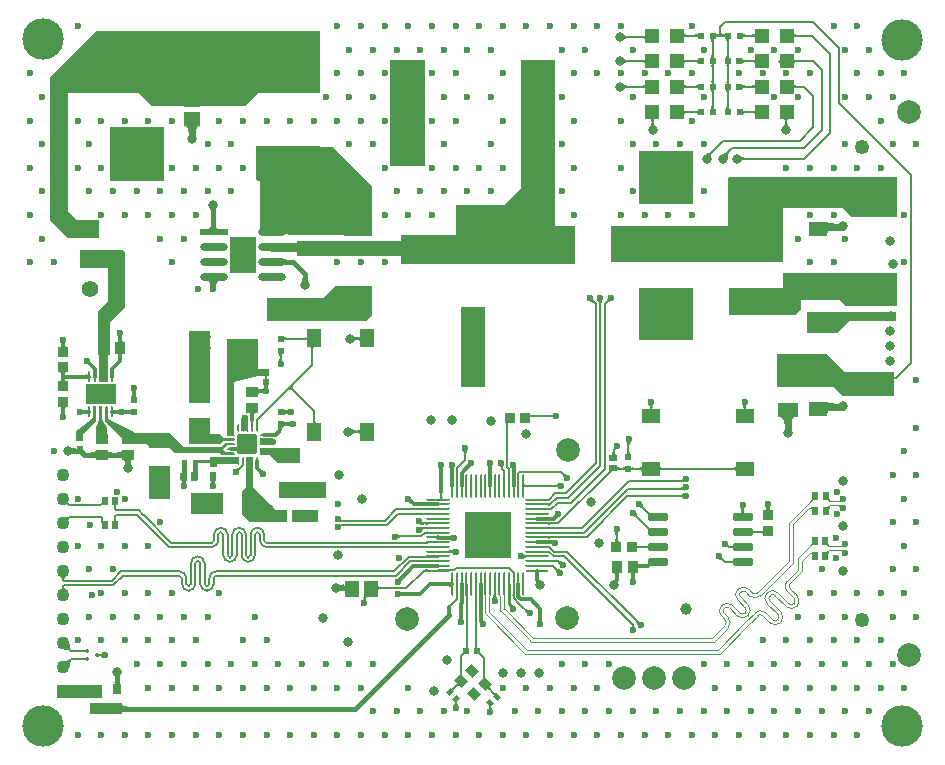
<source format=gtl>
G04*
G04 #@! TF.GenerationSoftware,Altium Limited,Altium Designer,24.9.1 (31)*
G04*
G04 Layer_Physical_Order=1*
G04 Layer_Color=255*
%FSLAX44Y44*%
%MOMM*%
G71*
G04*
G04 #@! TF.SameCoordinates,DBAFCBE9-9C6E-486A-AB20-CA00A55F4774*
G04*
G04*
G04 #@! TF.FilePolarity,Positive*
G04*
G01*
G75*
%ADD10C,0.2500*%
%ADD11C,0.2000*%
%ADD15C,0.1500*%
%ADD20R,1.6800X3.1500*%
%ADD21R,2.0000X4.1000*%
G04:AMPARAMS|DCode=22|XSize=1.61mm|YSize=0.6mm|CornerRadius=0.075mm|HoleSize=0mm|Usage=FLASHONLY|Rotation=180.000|XOffset=0mm|YOffset=0mm|HoleType=Round|Shape=RoundedRectangle|*
%AMROUNDEDRECTD22*
21,1,1.6100,0.4500,0,0,180.0*
21,1,1.4600,0.6000,0,0,180.0*
1,1,0.1500,-0.7300,0.2250*
1,1,0.1500,0.7300,0.2250*
1,1,0.1500,0.7300,-0.2250*
1,1,0.1500,-0.7300,-0.2250*
%
%ADD22ROUNDEDRECTD22*%
G04:AMPARAMS|DCode=23|XSize=0.2mm|YSize=0.6mm|CornerRadius=0.05mm|HoleSize=0mm|Usage=FLASHONLY|Rotation=180.000|XOffset=0mm|YOffset=0mm|HoleType=Round|Shape=RoundedRectangle|*
%AMROUNDEDRECTD23*
21,1,0.2000,0.5000,0,0,180.0*
21,1,0.1000,0.6000,0,0,180.0*
1,1,0.1000,-0.0500,0.2500*
1,1,0.1000,0.0500,0.2500*
1,1,0.1000,0.0500,-0.2500*
1,1,0.1000,-0.0500,-0.2500*
%
%ADD23ROUNDEDRECTD23*%
G04:AMPARAMS|DCode=24|XSize=0.2mm|YSize=0.6mm|CornerRadius=0.05mm|HoleSize=0mm|Usage=FLASHONLY|Rotation=90.000|XOffset=0mm|YOffset=0mm|HoleType=Round|Shape=RoundedRectangle|*
%AMROUNDEDRECTD24*
21,1,0.2000,0.5000,0,0,90.0*
21,1,0.1000,0.6000,0,0,90.0*
1,1,0.1000,0.2500,0.0500*
1,1,0.1000,0.2500,-0.0500*
1,1,0.1000,-0.2500,-0.0500*
1,1,0.1000,-0.2500,0.0500*
%
%ADD24ROUNDEDRECTD24*%
%ADD25R,2.8000X2.8000*%
%ADD26R,0.6000X0.6400*%
%ADD27R,0.6000X0.7500*%
%ADD28R,0.4000X0.3000*%
%ADD29R,1.0000X0.9000*%
%ADD30R,1.8000X1.3000*%
%ADD31R,0.9500X0.8500*%
G04:AMPARAMS|DCode=32|XSize=0.3mm|YSize=0.3mm|CornerRadius=0.0495mm|HoleSize=0mm|Usage=FLASHONLY|Rotation=270.000|XOffset=0mm|YOffset=0mm|HoleType=Round|Shape=RoundedRectangle|*
%AMROUNDEDRECTD32*
21,1,0.3000,0.2010,0,0,270.0*
21,1,0.2010,0.3000,0,0,270.0*
1,1,0.0990,-0.1005,-0.1005*
1,1,0.0990,-0.1005,0.1005*
1,1,0.0990,0.1005,0.1005*
1,1,0.0990,0.1005,-0.1005*
%
%ADD32ROUNDEDRECTD32*%
%ADD33R,0.8000X0.9000*%
%ADD34R,1.3000X1.8000*%
%ADD35R,1.3000X1.4000*%
%ADD36R,0.9000X1.0000*%
%ADD37R,0.6000X0.5000*%
%ADD38R,0.8500X0.9500*%
%ADD39R,0.6400X0.6000*%
G04:AMPARAMS|DCode=40|XSize=0.2427mm|YSize=1.9552mm|CornerRadius=0.1214mm|HoleSize=0mm|Usage=FLASHONLY|Rotation=180.000|XOffset=0mm|YOffset=0mm|HoleType=Round|Shape=RoundedRectangle|*
%AMROUNDEDRECTD40*
21,1,0.2427,1.7125,0,0,180.0*
21,1,0.0000,1.9552,0,0,180.0*
1,1,0.2427,0.0000,0.8563*
1,1,0.2427,0.0000,0.8563*
1,1,0.2427,0.0000,-0.8563*
1,1,0.2427,0.0000,-0.8563*
%
%ADD40ROUNDEDRECTD40*%
G04:AMPARAMS|DCode=41|XSize=1.9552mm|YSize=0.2427mm|CornerRadius=0.1214mm|HoleSize=0mm|Usage=FLASHONLY|Rotation=180.000|XOffset=0mm|YOffset=0mm|HoleType=Round|Shape=RoundedRectangle|*
%AMROUNDEDRECTD41*
21,1,1.9552,0.0000,0,0,180.0*
21,1,1.7125,0.2427,0,0,180.0*
1,1,0.2427,-0.8563,0.0000*
1,1,0.2427,0.8563,0.0000*
1,1,0.2427,0.8563,0.0000*
1,1,0.2427,-0.8563,0.0000*
%
%ADD41ROUNDEDRECTD41*%
%ADD42R,1.9552X0.2427*%
%ADD43R,1.2000X1.2000*%
%ADD44R,0.5000X0.6000*%
%ADD45R,4.5500X2.3000*%
%ADD46R,1.5500X1.3000*%
%ADD47R,1.6500X1.2000*%
G04:AMPARAMS|DCode=48|XSize=0.4mm|YSize=0.5mm|CornerRadius=0mm|HoleSize=0mm|Usage=FLASHONLY|Rotation=225.000|XOffset=0mm|YOffset=0mm|HoleType=Round|Shape=Rectangle|*
%AMROTATEDRECTD48*
4,1,4,-0.0354,0.3182,0.3182,-0.0354,0.0354,-0.3182,-0.3182,0.0354,-0.0354,0.3182,0.0*
%
%ADD48ROTATEDRECTD48*%

G04:AMPARAMS|DCode=49|XSize=0.8mm|YSize=0.9mm|CornerRadius=0mm|HoleSize=0mm|Usage=FLASHONLY|Rotation=225.000|XOffset=0mm|YOffset=0mm|HoleType=Round|Shape=Rectangle|*
%AMROTATEDRECTD49*
4,1,4,-0.0354,0.6010,0.6010,-0.0354,0.0354,-0.6010,-0.6010,0.0354,-0.0354,0.6010,0.0*
%
%ADD49ROTATEDRECTD49*%

G04:AMPARAMS|DCode=50|XSize=0.4mm|YSize=0.5mm|CornerRadius=0mm|HoleSize=0mm|Usage=FLASHONLY|Rotation=315.000|XOffset=0mm|YOffset=0mm|HoleType=Round|Shape=Rectangle|*
%AMROTATEDRECTD50*
4,1,4,-0.3182,-0.0354,0.0354,0.3182,0.3182,0.0354,-0.0354,-0.3182,-0.3182,-0.0354,0.0*
%
%ADD50ROTATEDRECTD50*%

G04:AMPARAMS|DCode=51|XSize=0.9311mm|YSize=0.2393mm|CornerRadius=0.1196mm|HoleSize=0mm|Usage=FLASHONLY|Rotation=270.000|XOffset=0mm|YOffset=0mm|HoleType=Round|Shape=RoundedRectangle|*
%AMROUNDEDRECTD51*
21,1,0.9311,0.0000,0,0,270.0*
21,1,0.6918,0.2393,0,0,270.0*
1,1,0.2393,0.0000,-0.3459*
1,1,0.2393,0.0000,0.3459*
1,1,0.2393,0.0000,0.3459*
1,1,0.2393,0.0000,-0.3459*
%
%ADD51ROUNDEDRECTD51*%
%ADD52R,0.2393X0.9311*%
%ADD53R,1.7500X1.2000*%
%ADD54R,2.3000X4.5500*%
G04:AMPARAMS|DCode=55|XSize=2.3531mm|YSize=0.6221mm|CornerRadius=0.3111mm|HoleSize=0mm|Usage=FLASHONLY|Rotation=0.000|XOffset=0mm|YOffset=0mm|HoleType=Round|Shape=RoundedRectangle|*
%AMROUNDEDRECTD55*
21,1,2.3531,0.0000,0,0,0.0*
21,1,1.7310,0.6221,0,0,0.0*
1,1,0.6221,0.8655,0.0000*
1,1,0.6221,-0.8655,0.0000*
1,1,0.6221,-0.8655,0.0000*
1,1,0.6221,0.8655,0.0000*
%
%ADD55ROUNDEDRECTD55*%
%ADD56R,2.3531X0.6221*%
%ADD57R,5.4000X2.9000*%
%ADD58R,1.4000X1.3000*%
%ADD59R,1.3000X1.5500*%
%ADD60R,3.1100X2.2500*%
%ADD61R,0.5000X0.5000*%
%ADD82R,3.9000X3.9000*%
%ADD91R,2.5000X1.7500*%
%ADD94R,2.3000X3.1000*%
%ADD104R,1.3890X1.3890*%
%ADD105C,1.3890*%
%ADD107C,0.1200*%
%ADD108C,1.0000*%
G04:AMPARAMS|DCode=109|XSize=1.7mm|YSize=1.7mm|CornerRadius=0.051mm|HoleSize=0mm|Usage=FLASHONLY|Rotation=270.000|XOffset=0mm|YOffset=0mm|HoleType=Round|Shape=RoundedRectangle|*
%AMROUNDEDRECTD109*
21,1,1.7000,1.5980,0,0,270.0*
21,1,1.5980,1.7000,0,0,270.0*
1,1,0.1020,-0.7990,-0.7990*
1,1,0.1020,-0.7990,0.7990*
1,1,0.1020,0.7990,0.7990*
1,1,0.1020,0.7990,-0.7990*
%
%ADD109ROUNDEDRECTD109*%
%ADD110C,0.3000*%
%ADD111C,0.4000*%
%ADD112C,0.6000*%
%ADD113C,0.5000*%
%ADD114C,0.8000*%
%ADD115R,0.2540X0.5855*%
%ADD116C,3.5000*%
%ADD117C,2.0000*%
%ADD118C,1.2500*%
%ADD119C,1.1000*%
G04:AMPARAMS|DCode=120|XSize=1.1mm|YSize=1.1mm|CornerRadius=0.275mm|HoleSize=0mm|Usage=FLASHONLY|Rotation=180.000|XOffset=0mm|YOffset=0mm|HoleType=Round|Shape=RoundedRectangle|*
%AMROUNDEDRECTD120*
21,1,1.1000,0.5500,0,0,180.0*
21,1,0.5500,1.1000,0,0,180.0*
1,1,0.5500,-0.2750,0.2750*
1,1,0.5500,0.2750,0.2750*
1,1,0.5500,0.2750,-0.2750*
1,1,0.5500,-0.2750,-0.2750*
%
%ADD120ROUNDEDRECTD120*%
%ADD121C,0.6000*%
%ADD122C,0.5000*%
%ADD123C,0.8000*%
G36*
X601730Y614760D02*
X601790Y614420D01*
X601890Y614120D01*
X602030Y613860D01*
X602210Y613640D01*
X602430Y613460D01*
X602690Y613320D01*
X602990Y613220D01*
X603278Y613169D01*
X603401Y613180D01*
X603706Y613230D01*
X603970Y613300D01*
X604193Y613390D01*
X604376Y613500D01*
X604518Y613630D01*
X604620Y613780D01*
X604681Y613950D01*
X604701Y614140D01*
Y610140D01*
X604681Y610330D01*
X604620Y610500D01*
X604518Y610650D01*
X604376Y610780D01*
X604193Y610890D01*
X603970Y610980D01*
X603706Y611050D01*
X603401Y611100D01*
X603056Y611130D01*
X602671Y611140D01*
Y612447D01*
X600710Y611140D01*
X598750Y612447D01*
Y611140D01*
X598364Y611130D01*
X598018Y611100D01*
X597714Y611050D01*
X597450Y610980D01*
X597227Y610890D01*
X597044Y610780D01*
X596902Y610650D01*
X596800Y610500D01*
X596739Y610330D01*
X596719Y610140D01*
Y614140D01*
X596739Y613950D01*
X596800Y613780D01*
X596902Y613630D01*
X597044Y613500D01*
X597227Y613390D01*
X597450Y613300D01*
X597714Y613230D01*
X598018Y613180D01*
X598142Y613169D01*
X598430Y613220D01*
X598730Y613320D01*
X598990Y613460D01*
X599210Y613640D01*
X599390Y613860D01*
X599530Y614120D01*
X599630Y614420D01*
X599690Y614760D01*
X599710Y615140D01*
X601710D01*
X601730Y614760D01*
D02*
G37*
G36*
X662919Y613950D02*
X662980Y613780D01*
X663080Y613630D01*
X663220Y613500D01*
X663400Y613390D01*
X663620Y613300D01*
X663879Y613230D01*
X664180Y613180D01*
X664520Y613150D01*
X664900Y613140D01*
Y611140D01*
X664520Y611130D01*
X664180Y611100D01*
X663879Y611050D01*
X663620Y610980D01*
X663400Y610890D01*
X663220Y610780D01*
X663080Y610650D01*
X662980Y610500D01*
X662919Y610330D01*
X662899Y610140D01*
Y614140D01*
X662919Y613950D01*
D02*
G37*
G36*
X629991Y610140D02*
X629971Y610330D01*
X629910Y610500D01*
X629808Y610650D01*
X629666Y610780D01*
X629483Y610890D01*
X629260Y610980D01*
X628996Y611050D01*
X628691Y611100D01*
X628346Y611130D01*
X627961Y611140D01*
Y613140D01*
X628346Y613150D01*
X628691Y613180D01*
X628996Y613230D01*
X629260Y613300D01*
X629483Y613390D01*
X629666Y613500D01*
X629808Y613630D01*
X629910Y613780D01*
X629971Y613950D01*
X629991Y614140D01*
Y610140D01*
D02*
G37*
G36*
X619599Y613950D02*
X619660Y613780D01*
X619762Y613630D01*
X619904Y613500D01*
X620087Y613390D01*
X620310Y613300D01*
X620574Y613230D01*
X620878Y613180D01*
X621224Y613150D01*
X621609Y613140D01*
Y611140D01*
X621224Y611130D01*
X620878Y611100D01*
X620574Y611050D01*
X620310Y610980D01*
X620087Y610890D01*
X619904Y610780D01*
X619762Y610650D01*
X619660Y610500D01*
X619599Y610330D01*
X619579Y610140D01*
Y614140D01*
X619599Y613950D01*
D02*
G37*
G36*
X581841Y610140D02*
X581821Y610330D01*
X581760Y610500D01*
X581658Y610650D01*
X581516Y610780D01*
X581333Y610890D01*
X581110Y610980D01*
X580846Y611050D01*
X580541Y611100D01*
X580196Y611130D01*
X579810Y611140D01*
Y613140D01*
X580196Y613150D01*
X580541Y613180D01*
X580846Y613230D01*
X581110Y613300D01*
X581333Y613390D01*
X581516Y613500D01*
X581658Y613630D01*
X581760Y613780D01*
X581821Y613950D01*
X581841Y614140D01*
Y610140D01*
D02*
G37*
G36*
X570179Y613950D02*
X570240Y613780D01*
X570342Y613630D01*
X570484Y613500D01*
X570667Y613390D01*
X570890Y613300D01*
X571154Y613230D01*
X571459Y613180D01*
X571804Y613150D01*
X572189Y613140D01*
Y611140D01*
X571804Y611130D01*
X571459Y611100D01*
X571154Y611050D01*
X570890Y610980D01*
X570667Y610890D01*
X570484Y610780D01*
X570342Y610650D01*
X570240Y610500D01*
X570179Y610330D01*
X570159Y610140D01*
Y614140D01*
X570179Y613950D01*
D02*
G37*
G36*
X537251Y608870D02*
X537230Y609060D01*
X537170Y609230D01*
X537071Y609380D01*
X536931Y609510D01*
X536750Y609620D01*
X536530Y609710D01*
X536270Y609780D01*
X535970Y609830D01*
X535630Y609860D01*
X535251Y609870D01*
Y611870D01*
X535630Y611880D01*
X535970Y611910D01*
X536270Y611960D01*
X536530Y612030D01*
X536750Y612120D01*
X536931Y612230D01*
X537071Y612360D01*
X537170Y612510D01*
X537230Y612680D01*
X537251Y612870D01*
Y608870D01*
D02*
G37*
G36*
X518828Y613328D02*
X519525Y612752D01*
X519870Y612518D01*
X520213Y612320D01*
X520553Y612158D01*
X520892Y612032D01*
X521228Y611942D01*
X521562Y611888D01*
X521893Y611870D01*
Y609870D01*
X521562Y609852D01*
X521228Y609798D01*
X520892Y609708D01*
X520553Y609582D01*
X520213Y609420D01*
X519870Y609222D01*
X519525Y608988D01*
X519178Y608718D01*
X518828Y608412D01*
X518477Y608070D01*
Y613670D01*
X518828Y613328D01*
D02*
G37*
G36*
X608950Y609181D02*
X608780Y609120D01*
X608630Y609018D01*
X608500Y608876D01*
X608390Y608693D01*
X608300Y608470D01*
X608230Y608206D01*
X608180Y607901D01*
X608150Y607556D01*
X608140Y607170D01*
X606140D01*
X606130Y607556D01*
X606100Y607901D01*
X606050Y608206D01*
X605980Y608470D01*
X605890Y608693D01*
X605780Y608876D01*
X605650Y609018D01*
X605500Y609120D01*
X605330Y609181D01*
X605140Y609201D01*
X609140D01*
X608950Y609181D01*
D02*
G37*
G36*
X596090Y609151D02*
X595920Y609090D01*
X595770Y608991D01*
X595640Y608851D01*
X595530Y608671D01*
X595440Y608451D01*
X595370Y608190D01*
X595320Y607891D01*
X595290Y607551D01*
X595280Y607170D01*
X593280D01*
X593270Y607551D01*
X593240Y607891D01*
X593190Y608190D01*
X593120Y608451D01*
X593030Y608671D01*
X592920Y608851D01*
X592790Y608991D01*
X592640Y609090D01*
X592470Y609151D01*
X592280Y609170D01*
X596280D01*
X596090Y609151D01*
D02*
G37*
G36*
X608150Y595140D02*
X608180Y594799D01*
X608230Y594500D01*
X608300Y594240D01*
X608390Y594020D01*
X608500Y593839D01*
X608630Y593699D01*
X608780Y593600D01*
X608950Y593540D01*
X609140Y593520D01*
X605140D01*
X605330Y593540D01*
X605500Y593600D01*
X605650Y593699D01*
X605780Y593839D01*
X605890Y594020D01*
X605980Y594240D01*
X606050Y594500D01*
X606100Y594799D01*
X606130Y595140D01*
X606140Y595519D01*
X608140D01*
X608150Y595140D01*
D02*
G37*
G36*
X595290Y595134D02*
X595320Y594789D01*
X595370Y594484D01*
X595440Y594220D01*
X595530Y593997D01*
X595640Y593814D01*
X595770Y593672D01*
X595920Y593570D01*
X596090Y593509D01*
X596280Y593489D01*
X592280D01*
X592470Y593509D01*
X592640Y593570D01*
X592790Y593672D01*
X592920Y593814D01*
X593030Y593997D01*
X593120Y594220D01*
X593190Y594484D01*
X593240Y594789D01*
X593270Y595134D01*
X593280Y595519D01*
X595280D01*
X595290Y595134D01*
D02*
G37*
G36*
X662919Y592360D02*
X662980Y592190D01*
X663080Y592040D01*
X663220Y591910D01*
X663400Y591800D01*
X663620Y591710D01*
X663879Y591640D01*
X664180Y591590D01*
X664520Y591560D01*
X664900Y591550D01*
Y589550D01*
X664520Y589540D01*
X664180Y589510D01*
X663879Y589460D01*
X663620Y589390D01*
X663400Y589300D01*
X663220Y589190D01*
X663080Y589060D01*
X662980Y588910D01*
X662919Y588740D01*
X662899Y588550D01*
Y592550D01*
X662919Y592360D01*
D02*
G37*
G36*
X629991Y588550D02*
X629971Y588740D01*
X629910Y588910D01*
X629808Y589060D01*
X629666Y589190D01*
X629483Y589300D01*
X629260Y589390D01*
X628996Y589460D01*
X628691Y589510D01*
X628346Y589540D01*
X627961Y589550D01*
Y591550D01*
X628346Y591560D01*
X628691Y591590D01*
X628996Y591640D01*
X629260Y591710D01*
X629483Y591800D01*
X629666Y591910D01*
X629808Y592040D01*
X629910Y592190D01*
X629971Y592360D01*
X629991Y592550D01*
Y588550D01*
D02*
G37*
G36*
X619519Y592360D02*
X619580Y592190D01*
X619682Y592040D01*
X619824Y591910D01*
X620007Y591800D01*
X620230Y591710D01*
X620494Y591640D01*
X620798Y591590D01*
X621144Y591560D01*
X621530Y591550D01*
Y589550D01*
X621144Y589540D01*
X620798Y589510D01*
X620494Y589460D01*
X620230Y589390D01*
X620007Y589300D01*
X619824Y589190D01*
X619682Y589060D01*
X619580Y588910D01*
X619519Y588740D01*
X619499Y588550D01*
Y592550D01*
X619519Y592360D01*
D02*
G37*
G36*
X581841Y588550D02*
X581821Y588740D01*
X581760Y588910D01*
X581658Y589060D01*
X581516Y589190D01*
X581333Y589300D01*
X581110Y589390D01*
X580846Y589460D01*
X580541Y589510D01*
X580196Y589540D01*
X579810Y589550D01*
Y591550D01*
X580196Y591560D01*
X580541Y591590D01*
X580846Y591640D01*
X581110Y591710D01*
X581333Y591800D01*
X581516Y591910D01*
X581658Y592040D01*
X581760Y592190D01*
X581821Y592360D01*
X581841Y592550D01*
Y588550D01*
D02*
G37*
G36*
X570179Y592360D02*
X570240Y592190D01*
X570342Y592040D01*
X570484Y591910D01*
X570667Y591800D01*
X570890Y591710D01*
X571154Y591640D01*
X571459Y591590D01*
X571804Y591560D01*
X572189Y591550D01*
Y589550D01*
X571804Y589540D01*
X571459Y589510D01*
X571154Y589460D01*
X570890Y589390D01*
X570667Y589300D01*
X570484Y589190D01*
X570342Y589060D01*
X570240Y588910D01*
X570179Y588740D01*
X570159Y588550D01*
Y592550D01*
X570179Y592360D01*
D02*
G37*
G36*
X537251Y588550D02*
X537230Y588740D01*
X537170Y588910D01*
X537071Y589060D01*
X536931Y589190D01*
X536750Y589300D01*
X536530Y589390D01*
X536270Y589460D01*
X535970Y589510D01*
X535630Y589540D01*
X535251Y589550D01*
Y591550D01*
X535630Y591560D01*
X535970Y591590D01*
X536270Y591640D01*
X536530Y591710D01*
X536750Y591800D01*
X536931Y591910D01*
X537071Y592040D01*
X537170Y592190D01*
X537230Y592360D01*
X537251Y592550D01*
Y588550D01*
D02*
G37*
G36*
X518828Y593008D02*
X519525Y592432D01*
X519870Y592198D01*
X520213Y592000D01*
X520553Y591838D01*
X520892Y591712D01*
X521228Y591622D01*
X521562Y591568D01*
X521893Y591550D01*
Y589550D01*
X521562Y589532D01*
X521228Y589478D01*
X520892Y589388D01*
X520553Y589262D01*
X520213Y589100D01*
X519870Y588902D01*
X519525Y588668D01*
X519178Y588398D01*
X518828Y588092D01*
X518477Y587750D01*
Y593350D01*
X518828Y593008D01*
D02*
G37*
G36*
X608950Y587591D02*
X608780Y587530D01*
X608630Y587428D01*
X608500Y587286D01*
X608390Y587103D01*
X608300Y586880D01*
X608230Y586616D01*
X608180Y586311D01*
X608150Y585966D01*
X608140Y585580D01*
X606140D01*
X606130Y585966D01*
X606100Y586311D01*
X606050Y586616D01*
X605980Y586880D01*
X605890Y587103D01*
X605780Y587286D01*
X605650Y587428D01*
X605500Y587530D01*
X605330Y587591D01*
X605140Y587611D01*
X609140D01*
X608950Y587591D01*
D02*
G37*
G36*
X596090Y587561D02*
X595920Y587500D01*
X595770Y587401D01*
X595640Y587261D01*
X595530Y587080D01*
X595440Y586861D01*
X595370Y586600D01*
X595320Y586301D01*
X595290Y585961D01*
X595280Y585580D01*
X593280D01*
X593270Y585961D01*
X593240Y586301D01*
X593190Y586600D01*
X593120Y586861D01*
X593030Y587080D01*
X592920Y587261D01*
X592790Y587401D01*
X592640Y587500D01*
X592470Y587561D01*
X592280Y587580D01*
X596280D01*
X596090Y587561D01*
D02*
G37*
G36*
X608150Y573549D02*
X608180Y573209D01*
X608230Y572910D01*
X608300Y572649D01*
X608390Y572430D01*
X608500Y572249D01*
X608630Y572109D01*
X608780Y572010D01*
X608950Y571950D01*
X609140Y571930D01*
X605140D01*
X605330Y571950D01*
X605500Y572010D01*
X605650Y572109D01*
X605780Y572249D01*
X605890Y572430D01*
X605980Y572649D01*
X606050Y572910D01*
X606100Y573209D01*
X606130Y573549D01*
X606140Y573929D01*
X608140D01*
X608150Y573549D01*
D02*
G37*
G36*
X595290Y573544D02*
X595320Y573199D01*
X595370Y572894D01*
X595440Y572630D01*
X595530Y572407D01*
X595640Y572224D01*
X595770Y572082D01*
X595920Y571980D01*
X596090Y571919D01*
X596280Y571899D01*
X592280D01*
X592470Y571919D01*
X592640Y571980D01*
X592790Y572082D01*
X592920Y572224D01*
X593030Y572407D01*
X593120Y572630D01*
X593190Y572894D01*
X593240Y573199D01*
X593270Y573544D01*
X593280Y573929D01*
X595280D01*
X595290Y573544D01*
D02*
G37*
G36*
X662919Y570770D02*
X662980Y570600D01*
X663080Y570450D01*
X663220Y570320D01*
X663400Y570210D01*
X663620Y570120D01*
X663879Y570050D01*
X664180Y570000D01*
X664520Y569970D01*
X664900Y569960D01*
Y567960D01*
X664520Y567950D01*
X664180Y567920D01*
X663879Y567870D01*
X663620Y567800D01*
X663400Y567710D01*
X663220Y567600D01*
X663080Y567470D01*
X662980Y567320D01*
X662919Y567150D01*
X662899Y566960D01*
Y570960D01*
X662919Y570770D01*
D02*
G37*
G36*
X629991Y566960D02*
X629971Y567150D01*
X629910Y567320D01*
X629808Y567470D01*
X629666Y567600D01*
X629483Y567710D01*
X629260Y567800D01*
X628996Y567870D01*
X628691Y567920D01*
X628346Y567950D01*
X627961Y567960D01*
Y569960D01*
X628346Y569970D01*
X628691Y570000D01*
X628996Y570050D01*
X629260Y570120D01*
X629483Y570210D01*
X629666Y570320D01*
X629808Y570450D01*
X629910Y570600D01*
X629971Y570770D01*
X629991Y570960D01*
Y566960D01*
D02*
G37*
G36*
X619519Y570770D02*
X619580Y570600D01*
X619682Y570450D01*
X619824Y570320D01*
X620007Y570210D01*
X620230Y570120D01*
X620494Y570050D01*
X620798Y570000D01*
X621144Y569970D01*
X621530Y569960D01*
Y567960D01*
X621144Y567950D01*
X620798Y567920D01*
X620494Y567870D01*
X620230Y567800D01*
X620007Y567710D01*
X619824Y567600D01*
X619682Y567470D01*
X619580Y567320D01*
X619519Y567150D01*
X619499Y566960D01*
Y570960D01*
X619519Y570770D01*
D02*
G37*
G36*
X581921Y566960D02*
X581901Y567150D01*
X581840Y567320D01*
X581738Y567470D01*
X581596Y567600D01*
X581413Y567710D01*
X581190Y567800D01*
X580926Y567870D01*
X580621Y567920D01*
X580276Y567950D01*
X579891Y567960D01*
Y569960D01*
X580276Y569970D01*
X580621Y570000D01*
X580926Y570050D01*
X581190Y570120D01*
X581413Y570210D01*
X581596Y570320D01*
X581738Y570450D01*
X581840Y570600D01*
X581901Y570770D01*
X581921Y570960D01*
Y566960D01*
D02*
G37*
G36*
X570179Y570770D02*
X570240Y570600D01*
X570342Y570450D01*
X570484Y570320D01*
X570667Y570210D01*
X570890Y570120D01*
X571154Y570050D01*
X571459Y570000D01*
X571804Y569970D01*
X572189Y569960D01*
Y567960D01*
X571804Y567950D01*
X571459Y567920D01*
X571154Y567870D01*
X570890Y567800D01*
X570667Y567710D01*
X570484Y567600D01*
X570342Y567470D01*
X570240Y567320D01*
X570179Y567150D01*
X570159Y566960D01*
Y570960D01*
X570179Y570770D01*
D02*
G37*
G36*
X537251Y566960D02*
X537230Y567150D01*
X537170Y567320D01*
X537071Y567470D01*
X536931Y567600D01*
X536750Y567710D01*
X536530Y567800D01*
X536270Y567870D01*
X535970Y567920D01*
X535630Y567950D01*
X535251Y567960D01*
Y569960D01*
X535630Y569970D01*
X535970Y570000D01*
X536270Y570050D01*
X536530Y570120D01*
X536750Y570210D01*
X536931Y570320D01*
X537071Y570450D01*
X537170Y570600D01*
X537230Y570770D01*
X537251Y570960D01*
Y566960D01*
D02*
G37*
G36*
X518828Y571418D02*
X519525Y570842D01*
X519870Y570608D01*
X520213Y570410D01*
X520553Y570248D01*
X520892Y570122D01*
X521228Y570032D01*
X521562Y569978D01*
X521893Y569960D01*
Y567960D01*
X521562Y567942D01*
X521228Y567888D01*
X520892Y567798D01*
X520553Y567672D01*
X520213Y567510D01*
X519870Y567312D01*
X519525Y567078D01*
X519178Y566808D01*
X518828Y566502D01*
X518477Y566160D01*
Y571760D01*
X518828Y571418D01*
D02*
G37*
G36*
X608950Y566001D02*
X608780Y565940D01*
X608630Y565838D01*
X608500Y565696D01*
X608390Y565513D01*
X608300Y565290D01*
X608230Y565026D01*
X608180Y564721D01*
X608150Y564376D01*
X608140Y563991D01*
X606140D01*
X606130Y564376D01*
X606100Y564721D01*
X606050Y565026D01*
X605980Y565290D01*
X605890Y565513D01*
X605780Y565696D01*
X605650Y565838D01*
X605500Y565940D01*
X605330Y566001D01*
X605140Y566021D01*
X609140D01*
X608950Y566001D01*
D02*
G37*
G36*
X596090Y565970D02*
X595920Y565910D01*
X595770Y565811D01*
X595640Y565671D01*
X595530Y565490D01*
X595440Y565271D01*
X595370Y565010D01*
X595320Y564711D01*
X595290Y564370D01*
X595280Y563991D01*
X593280D01*
X593270Y564370D01*
X593240Y564711D01*
X593190Y565010D01*
X593120Y565271D01*
X593030Y565490D01*
X592920Y565671D01*
X592790Y565811D01*
X592640Y565910D01*
X592470Y565970D01*
X592280Y565990D01*
X596280D01*
X596090Y565970D01*
D02*
G37*
G36*
X261567Y563880D02*
X209497D01*
X198067Y552450D01*
X119380Y552450D01*
X107950Y563880D01*
X48260D01*
Y463550D01*
X55880Y455930D01*
X74930D01*
Y440690D01*
X48260D01*
X33020Y455930D01*
Y563880D01*
Y576580D01*
X72390Y615950D01*
X261567D01*
Y563880D01*
D02*
G37*
G36*
X608150Y551959D02*
X608180Y551619D01*
X608230Y551320D01*
X608300Y551059D01*
X608390Y550840D01*
X608500Y550659D01*
X608630Y550519D01*
X608780Y550420D01*
X608950Y550359D01*
X609140Y550340D01*
X605140D01*
X605330Y550359D01*
X605500Y550420D01*
X605650Y550519D01*
X605780Y550659D01*
X605890Y550840D01*
X605980Y551059D01*
X606050Y551320D01*
X606100Y551619D01*
X606130Y551959D01*
X606140Y552340D01*
X608140D01*
X608150Y551959D01*
D02*
G37*
G36*
X595290Y551954D02*
X595320Y551609D01*
X595370Y551304D01*
X595440Y551040D01*
X595530Y550817D01*
X595640Y550634D01*
X595770Y550492D01*
X595920Y550390D01*
X596090Y550329D01*
X596280Y550309D01*
X592280D01*
X592470Y550329D01*
X592640Y550390D01*
X592790Y550492D01*
X592920Y550634D01*
X593030Y550817D01*
X593120Y551040D01*
X593190Y551304D01*
X593240Y551609D01*
X593270Y551954D01*
X593280Y552340D01*
X595280D01*
X595290Y551954D01*
D02*
G37*
G36*
X629991Y545370D02*
X629971Y545560D01*
X629910Y545730D01*
X629808Y545880D01*
X629666Y546010D01*
X629483Y546120D01*
X629260Y546210D01*
X628996Y546280D01*
X628691Y546330D01*
X628346Y546360D01*
X627961Y546370D01*
Y548370D01*
X628346Y548380D01*
X628691Y548410D01*
X628996Y548460D01*
X629260Y548530D01*
X629483Y548620D01*
X629666Y548730D01*
X629808Y548860D01*
X629910Y549010D01*
X629971Y549180D01*
X629991Y549370D01*
Y545370D01*
D02*
G37*
G36*
X619599Y549180D02*
X619660Y549010D01*
X619762Y548860D01*
X619904Y548730D01*
X620087Y548620D01*
X620310Y548530D01*
X620574Y548460D01*
X620878Y548410D01*
X621224Y548380D01*
X621609Y548370D01*
Y546370D01*
X621224Y546360D01*
X620878Y546330D01*
X620574Y546280D01*
X620310Y546210D01*
X620087Y546120D01*
X619904Y546010D01*
X619762Y545880D01*
X619660Y545730D01*
X619599Y545560D01*
X619579Y545370D01*
Y549370D01*
X619599Y549180D01*
D02*
G37*
G36*
X581841Y545370D02*
X581821Y545560D01*
X581760Y545730D01*
X581658Y545880D01*
X581516Y546010D01*
X581333Y546120D01*
X581110Y546210D01*
X580846Y546280D01*
X580541Y546330D01*
X580196Y546360D01*
X579810Y546370D01*
Y548370D01*
X580196Y548380D01*
X580541Y548410D01*
X580846Y548460D01*
X581110Y548530D01*
X581333Y548620D01*
X581516Y548730D01*
X581658Y548860D01*
X581760Y549010D01*
X581821Y549180D01*
X581841Y549370D01*
Y545370D01*
D02*
G37*
G36*
X570179Y549180D02*
X570240Y549010D01*
X570342Y548860D01*
X570484Y548730D01*
X570667Y548620D01*
X570890Y548530D01*
X571154Y548460D01*
X571459Y548410D01*
X571804Y548380D01*
X572189Y548370D01*
Y546370D01*
X571804Y546360D01*
X571459Y546330D01*
X571154Y546280D01*
X570890Y546210D01*
X570667Y546120D01*
X570484Y546010D01*
X570342Y545880D01*
X570240Y545730D01*
X570179Y545560D01*
X570159Y545370D01*
Y549370D01*
X570179Y549180D01*
D02*
G37*
G36*
X658400Y541411D02*
X658230Y541350D01*
X658080Y541248D01*
X657950Y541106D01*
X657840Y540923D01*
X657750Y540700D01*
X657680Y540436D01*
X657630Y540131D01*
X657600Y539786D01*
X657590Y539400D01*
X655590D01*
X655580Y539786D01*
X655550Y540131D01*
X655500Y540436D01*
X655430Y540700D01*
X655340Y540923D01*
X655230Y541106D01*
X655100Y541248D01*
X654950Y541350D01*
X654780Y541411D01*
X654590Y541431D01*
X658590D01*
X658400Y541411D01*
D02*
G37*
G36*
X545370D02*
X545200Y541350D01*
X545050Y541248D01*
X544920Y541106D01*
X544810Y540923D01*
X544720Y540700D01*
X544650Y540436D01*
X544600Y540131D01*
X544570Y539786D01*
X544560Y539400D01*
X542560D01*
X542550Y539786D01*
X542520Y540131D01*
X542470Y540436D01*
X542400Y540700D01*
X542310Y540923D01*
X542200Y541106D01*
X542070Y541248D01*
X541920Y541350D01*
X541750Y541411D01*
X541560Y541431D01*
X545560D01*
X545370Y541411D01*
D02*
G37*
G36*
X657608Y538072D02*
X657662Y537738D01*
X657752Y537402D01*
X657878Y537063D01*
X658040Y536723D01*
X658238Y536380D01*
X658472Y536035D01*
X658742Y535688D01*
X659048Y535338D01*
X659390Y534987D01*
X653790D01*
X654132Y535338D01*
X654708Y536035D01*
X654942Y536380D01*
X655140Y536723D01*
X655302Y537063D01*
X655428Y537402D01*
X655518Y537738D01*
X655572Y538072D01*
X655590Y538403D01*
X657590D01*
X657608Y538072D01*
D02*
G37*
G36*
X544578D02*
X544632Y537738D01*
X544722Y537402D01*
X544848Y537063D01*
X545010Y536723D01*
X545208Y536380D01*
X545442Y536035D01*
X545712Y535688D01*
X546018Y535338D01*
X546360Y534987D01*
X540760D01*
X541102Y535338D01*
X541678Y536035D01*
X541912Y536380D01*
X542110Y536723D01*
X542272Y537063D01*
X542398Y537402D01*
X542488Y537738D01*
X542542Y538072D01*
X542560Y538403D01*
X544560D01*
X544578Y538072D01*
D02*
G37*
G36*
X159100Y535411D02*
X158590Y535230D01*
X158140Y534928D01*
X157750Y534506D01*
X157420Y533963D01*
X157150Y533300D01*
X156940Y532516D01*
X156790Y531612D01*
X156700Y530586D01*
X156670Y529440D01*
X150670D01*
X150640Y530586D01*
X150550Y531612D01*
X150400Y532516D01*
X150190Y533300D01*
X149920Y533963D01*
X149590Y534506D01*
X149200Y534928D01*
X148750Y535230D01*
X148240Y535411D01*
X147670Y535471D01*
X159670D01*
X159100Y535411D01*
D02*
G37*
G36*
X607847Y512453D02*
X607614Y512192D01*
X607417Y511911D01*
X607257Y511610D01*
X607132Y511288D01*
X607043Y510947D01*
X606990Y510585D01*
X606973Y510204D01*
X606993Y509802D01*
X607048Y509379D01*
X607139Y508937D01*
X602391Y511907D01*
X602908Y512029D01*
X604264Y512448D01*
X604651Y512606D01*
X605005Y512772D01*
X605326Y512948D01*
X605615Y513133D01*
X605871Y513326D01*
X606095Y513529D01*
X607847Y512453D01*
D02*
G37*
G36*
X593877D02*
X593644Y512192D01*
X593447Y511911D01*
X593287Y511610D01*
X593162Y511288D01*
X593073Y510947D01*
X593020Y510585D01*
X593004Y510204D01*
X593023Y509802D01*
X593078Y509379D01*
X593169Y508937D01*
X588421Y511907D01*
X588938Y512029D01*
X590294Y512448D01*
X590681Y512606D01*
X591035Y512772D01*
X591356Y512948D01*
X591645Y513133D01*
X591901Y513326D01*
X592125Y513529D01*
X593877Y512453D01*
D02*
G37*
G36*
X617888Y510458D02*
X618585Y509882D01*
X618930Y509648D01*
X619273Y509450D01*
X619613Y509288D01*
X619952Y509162D01*
X620288Y509072D01*
X620621Y509018D01*
X620953Y509000D01*
Y507000D01*
X620621Y506982D01*
X620288Y506928D01*
X619952Y506838D01*
X619613Y506712D01*
X619273Y506550D01*
X618930Y506352D01*
X618585Y506118D01*
X618238Y505848D01*
X617888Y505542D01*
X617537Y505200D01*
Y510800D01*
X617888Y510458D01*
D02*
G37*
G36*
X350520Y501650D02*
X321310D01*
Y591820D01*
X350520D01*
Y501650D01*
D02*
G37*
G36*
X129540Y488950D02*
X83820D01*
Y534670D01*
X129540D01*
Y488950D01*
D02*
G37*
G36*
X578050Y469900D02*
X532330D01*
Y514350D01*
X578050D01*
Y469900D01*
D02*
G37*
G36*
X461010Y451313D02*
X477520D01*
Y419100D01*
X330200D01*
Y420370D01*
Y421640D01*
Y425450D01*
X242570D01*
Y438150D01*
X330200D01*
Y443230D01*
X377190D01*
Y468630D01*
X417488Y468630D01*
X431800Y482412D01*
Y591820D01*
X461010D01*
Y451313D01*
D02*
G37*
G36*
X174098Y465602D02*
X173962Y465402D01*
X173842Y465173D01*
X173738Y464916D01*
X173650Y464629D01*
X173578Y464314D01*
X173522Y463970D01*
X173482Y463598D01*
X173450Y462766D01*
X169450D01*
X169442Y463196D01*
X169378Y463970D01*
X169322Y464314D01*
X169250Y464629D01*
X169162Y464916D01*
X169058Y465173D01*
X168938Y465402D01*
X168802Y465602D01*
X168650Y465773D01*
X174250D01*
X174098Y465602D01*
D02*
G37*
G36*
X750570Y458470D02*
X712470Y458470D01*
X704850Y466090D01*
X654050Y466090D01*
Y420370D01*
X508000D01*
Y450850D01*
X607060D01*
Y491490D01*
X608330Y492760D01*
X750570D01*
Y458470D01*
D02*
G37*
G36*
X173470Y452084D02*
X173530Y451399D01*
X173630Y450795D01*
X173770Y450271D01*
X173950Y449827D01*
X174170Y449465D01*
X174430Y449182D01*
X174730Y448981D01*
X175070Y448860D01*
X175450Y448820D01*
X167450D01*
X167830Y448860D01*
X168170Y448981D01*
X168470Y449182D01*
X168730Y449465D01*
X168950Y449827D01*
X169130Y450271D01*
X169270Y450795D01*
X169370Y451399D01*
X169430Y452084D01*
X169450Y452850D01*
X173450D01*
X173470Y452084D01*
D02*
G37*
G36*
X691540Y454101D02*
X691720Y453968D01*
X692020Y453851D01*
X692439Y453749D01*
X692980Y453663D01*
X694419Y453538D01*
X696339Y453475D01*
X697479Y453467D01*
Y447467D01*
X696335Y447437D01*
X695312Y447347D01*
X694408Y447197D01*
X693624Y446987D01*
X692961Y446717D01*
X692418Y446387D01*
X691996Y445997D01*
X691693Y445547D01*
X691511Y445037D01*
X691449Y444467D01*
X691479Y454249D01*
X691540Y454101D01*
D02*
G37*
G36*
X306070Y485140D02*
Y442603D01*
X210820Y443873D01*
Y488950D01*
X208280D01*
Y518160D01*
X273050D01*
X306070Y485140D01*
D02*
G37*
G36*
X232034Y422929D02*
X232304Y422812D01*
X232633Y422708D01*
X233023Y422619D01*
X233472Y422543D01*
X234551Y422432D01*
X235869Y422377D01*
X236618Y422370D01*
Y418370D01*
X235869Y418363D01*
X233472Y418197D01*
X233023Y418121D01*
X232633Y418032D01*
X232304Y417928D01*
X232034Y417811D01*
X231824Y417679D01*
Y423060D01*
X232034Y422929D01*
D02*
G37*
G36*
X250928Y406754D02*
X250992Y405980D01*
X251048Y405636D01*
X251120Y405321D01*
X251208Y405034D01*
X251312Y404777D01*
X251432Y404548D01*
X251568Y404348D01*
X251720Y404177D01*
X246120D01*
X246272Y404348D01*
X246408Y404548D01*
X246528Y404777D01*
X246632Y405034D01*
X246720Y405321D01*
X246792Y405636D01*
X246848Y405980D01*
X246888Y406352D01*
X246920Y407184D01*
X250920D01*
X250928Y406754D01*
D02*
G37*
G36*
X175975Y404543D02*
X175550Y404393D01*
X175175Y404141D01*
X174850Y403789D01*
X174575Y403336D01*
X174350Y402783D01*
X174175Y402129D01*
X174050Y401374D01*
X173975Y400519D01*
X173950Y399563D01*
X168950D01*
X168925Y400519D01*
X168850Y401374D01*
X168725Y402129D01*
X168550Y402783D01*
X168325Y403336D01*
X168050Y403789D01*
X167725Y404141D01*
X167350Y404393D01*
X166925Y404543D01*
X166450Y404594D01*
X176450D01*
X175975Y404543D01*
D02*
G37*
G36*
X493241Y389739D02*
X493284Y389445D01*
X493345Y389162D01*
X493425Y388891D01*
X493522Y388632D01*
X493637Y388384D01*
X493771Y388147D01*
X493922Y387922D01*
X494092Y387708D01*
X494279Y387505D01*
X492957Y385999D01*
X492751Y386189D01*
X492534Y386357D01*
X492307Y386503D01*
X492070Y386626D01*
X491823Y386727D01*
X491566Y386806D01*
X491298Y386862D01*
X491020Y386896D01*
X490732Y386908D01*
X490434Y386898D01*
X493216Y390044D01*
X493241Y389739D01*
D02*
G37*
G36*
X507970Y386890D02*
X507667Y386883D01*
X507376Y386856D01*
X507095Y386808D01*
X506825Y386741D01*
X506566Y386653D01*
X506318Y386545D01*
X506081Y386416D01*
X505854Y386268D01*
X505639Y386099D01*
X505434Y385910D01*
X504020Y387324D01*
X504209Y387529D01*
X504378Y387744D01*
X504526Y387971D01*
X504655Y388208D01*
X504763Y388456D01*
X504851Y388715D01*
X504918Y388985D01*
X504966Y389266D01*
X504993Y389557D01*
X505000Y389860D01*
X507970Y386890D01*
D02*
G37*
G36*
X501001Y387529D02*
X500814Y387303D01*
X500649Y387071D01*
X500506Y386832D01*
X500385Y386587D01*
X500286Y386335D01*
X500209Y386077D01*
X500154Y385812D01*
X500121Y385540D01*
X500110Y385262D01*
X498110D01*
X498099Y385540D01*
X498066Y385812D01*
X498011Y386077D01*
X497934Y386335D01*
X497835Y386587D01*
X497714Y386832D01*
X497571Y387071D01*
X497406Y387303D01*
X497219Y387529D01*
X497010Y387748D01*
X501210D01*
X501001Y387529D01*
D02*
G37*
G36*
X750570Y383540D02*
X707390D01*
X702310Y388620D01*
X669290D01*
Y381000D01*
X664210Y375920D01*
X608330D01*
Y398780D01*
X654050D01*
Y411480D01*
X750570D01*
Y383540D01*
D02*
G37*
G36*
X306070Y375920D02*
X300990Y370840D01*
X217170D01*
Y383540D01*
Y389890D01*
X264160D01*
X274320Y400050D01*
X306070D01*
Y375920D01*
D02*
G37*
G36*
X749300Y370840D02*
X709930D01*
X699770Y360680D01*
X674370D01*
Y378460D01*
X749300D01*
Y370840D01*
D02*
G37*
G36*
X94696Y358409D02*
X94594Y358259D01*
X94504Y358088D01*
X94426Y357894D01*
X94360Y357680D01*
X94306Y357443D01*
X94264Y357185D01*
X94234Y356906D01*
X94210Y356282D01*
X91210D01*
X91204Y356605D01*
X91156Y357185D01*
X91114Y357443D01*
X91060Y357680D01*
X90994Y357894D01*
X90916Y358088D01*
X90826Y358259D01*
X90724Y358409D01*
X90610Y358538D01*
X94810D01*
X94696Y358409D01*
D02*
G37*
G36*
X577850Y354330D02*
X532130D01*
Y398780D01*
X577850D01*
Y354330D01*
D02*
G37*
G36*
X295461Y353600D02*
X295441Y353790D01*
X295380Y353960D01*
X295278Y354110D01*
X295136Y354240D01*
X294953Y354350D01*
X294730Y354440D01*
X294466Y354510D01*
X294161Y354560D01*
X293816Y354590D01*
X293431Y354600D01*
Y356600D01*
X293816Y356610D01*
X294161Y356640D01*
X294466Y356690D01*
X294730Y356760D01*
X294953Y356850D01*
X295136Y356960D01*
X295278Y357090D01*
X295380Y357240D01*
X295441Y357410D01*
X295461Y357600D01*
Y353600D01*
D02*
G37*
G36*
X250461Y353520D02*
X250441Y353710D01*
X250380Y353880D01*
X250278Y354030D01*
X250136Y354160D01*
X249953Y354270D01*
X249730Y354360D01*
X249466Y354430D01*
X249161Y354480D01*
X248816Y354510D01*
X248431Y354520D01*
Y356520D01*
X248816Y356530D01*
X249161Y356560D01*
X249466Y356610D01*
X249730Y356680D01*
X249953Y356770D01*
X250136Y356880D01*
X250278Y357010D01*
X250380Y357160D01*
X250441Y357330D01*
X250461Y357520D01*
Y353520D01*
D02*
G37*
G36*
X231590Y357330D02*
X231649Y357160D01*
X231749Y357010D01*
X231889Y356880D01*
X232069Y356770D01*
X232290Y356680D01*
X232549Y356610D01*
X232850Y356560D01*
X233190Y356530D01*
X233570Y356520D01*
Y354520D01*
X233190Y354510D01*
X232850Y354480D01*
X232549Y354430D01*
X232290Y354360D01*
X232069Y354270D01*
X231889Y354160D01*
X231749Y354030D01*
X231649Y353880D01*
X231590Y353710D01*
X231569Y353520D01*
Y357520D01*
X231590Y357330D01*
D02*
G37*
G36*
X94225Y355374D02*
X94270Y354859D01*
X94345Y354404D01*
X94450Y354010D01*
X94585Y353677D01*
X94750Y353404D01*
X94945Y353192D01*
X95170Y353040D01*
X95425Y352949D01*
X95710Y352919D01*
X89710D01*
X89995Y352949D01*
X90250Y353040D01*
X90475Y353192D01*
X90670Y353404D01*
X90835Y353677D01*
X90970Y354010D01*
X91075Y354404D01*
X91150Y354859D01*
X91195Y355374D01*
X91210Y355950D01*
X94210D01*
X94225Y355374D01*
D02*
G37*
G36*
X290228Y358058D02*
X290925Y357482D01*
X291270Y357248D01*
X291613Y357050D01*
X291953Y356888D01*
X292292Y356762D01*
X292628Y356672D01*
X292962Y356618D01*
X293293Y356600D01*
Y354600D01*
X292962Y354582D01*
X292628Y354528D01*
X292292Y354438D01*
X291953Y354312D01*
X291613Y354150D01*
X291270Y353952D01*
X290925Y353718D01*
X290578Y353448D01*
X290228Y353142D01*
X289877Y352800D01*
Y358400D01*
X290228Y358058D01*
D02*
G37*
G36*
X46436Y352059D02*
X46334Y351909D01*
X46244Y351738D01*
X46166Y351544D01*
X46100Y351330D01*
X46046Y351093D01*
X46004Y350835D01*
X45989Y350696D01*
X46010Y350460D01*
X46085Y350009D01*
X46190Y349619D01*
X46325Y349290D01*
X46490Y349020D01*
X46685Y348810D01*
X46910Y348660D01*
X47165Y348569D01*
X47450Y348540D01*
X41450D01*
X41735Y348569D01*
X41990Y348660D01*
X42215Y348810D01*
X42410Y349020D01*
X42575Y349290D01*
X42710Y349619D01*
X42815Y350009D01*
X42890Y350460D01*
X42909Y350676D01*
X42896Y350835D01*
X42854Y351093D01*
X42800Y351330D01*
X42734Y351544D01*
X42656Y351738D01*
X42566Y351909D01*
X42464Y352059D01*
X42350Y352188D01*
X46550D01*
X46436Y352059D01*
D02*
G37*
G36*
X257080Y348241D02*
X256910Y348180D01*
X256760Y348080D01*
X256630Y347940D01*
X256520Y347760D01*
X256430Y347541D01*
X256360Y347280D01*
X256310Y346980D01*
X256280Y346641D01*
X256270Y346260D01*
X254270D01*
X254260Y346641D01*
X254230Y346980D01*
X254180Y347280D01*
X254110Y347541D01*
X254020Y347760D01*
X253910Y347940D01*
X253780Y348080D01*
X253630Y348180D01*
X253460Y348241D01*
X253270Y348260D01*
X257270D01*
X257080Y348241D01*
D02*
G37*
G36*
X230410Y343061D02*
X230240Y343000D01*
X230090Y342898D01*
X229960Y342756D01*
X229850Y342573D01*
X229760Y342350D01*
X229690Y342086D01*
X229640Y341782D01*
X229610Y341436D01*
X229600Y341050D01*
X227600D01*
X227590Y341436D01*
X227560Y341782D01*
X227510Y342086D01*
X227440Y342350D01*
X227350Y342573D01*
X227240Y342756D01*
X227110Y342898D01*
X226960Y343000D01*
X226790Y343061D01*
X226600Y343081D01*
X230600D01*
X230410Y343061D01*
D02*
G37*
G36*
X95345Y343011D02*
X95090Y342920D01*
X94865Y342768D01*
X94670Y342556D01*
X94505Y342283D01*
X94370Y341950D01*
X94265Y341556D01*
X94190Y341101D01*
X94145Y340586D01*
X94130Y340010D01*
X91130D01*
X91115Y340586D01*
X91070Y341101D01*
X90995Y341556D01*
X90890Y341950D01*
X90755Y342283D01*
X90590Y342556D01*
X90395Y342768D01*
X90170Y342920D01*
X89915Y343011D01*
X89630Y343041D01*
X95630D01*
X95345Y343011D01*
D02*
G37*
G36*
X229611Y338360D02*
X229644Y338088D01*
X229699Y337823D01*
X229776Y337565D01*
X229875Y337313D01*
X229996Y337068D01*
X230139Y336829D01*
X230304Y336597D01*
X230491Y336371D01*
X230700Y336152D01*
X226500D01*
X226709Y336371D01*
X226896Y336597D01*
X227061Y336829D01*
X227204Y337068D01*
X227325Y337313D01*
X227424Y337565D01*
X227501Y337823D01*
X227556Y338088D01*
X227589Y338360D01*
X227600Y338638D01*
X229600D01*
X229611Y338360D01*
D02*
G37*
G36*
X67780Y336349D02*
X67814Y336170D01*
X67872Y335985D01*
X67953Y335794D01*
X68058Y335595D01*
X68187Y335390D01*
X68340Y335178D01*
X68516Y334959D01*
X68941Y334501D01*
X66819Y332379D01*
X66587Y332603D01*
X66142Y332980D01*
X65930Y333133D01*
X65725Y333262D01*
X65526Y333367D01*
X65335Y333448D01*
X65150Y333506D01*
X64971Y333540D01*
X64800Y333550D01*
X67770Y336520D01*
X67780Y336349D01*
D02*
G37*
G36*
X47165Y327101D02*
X46910Y327010D01*
X46685Y326858D01*
X46490Y326646D01*
X46325Y326373D01*
X46190Y326040D01*
X46085Y325646D01*
X46010Y325191D01*
X45965Y324676D01*
X45950Y324100D01*
X42950D01*
X42935Y324676D01*
X42890Y325191D01*
X42815Y325646D01*
X42710Y326040D01*
X42575Y326373D01*
X42410Y326646D01*
X42215Y326858D01*
X41990Y327010D01*
X41735Y327101D01*
X41450Y327131D01*
X47450D01*
X47165Y327101D01*
D02*
G37*
G36*
X65042Y320515D02*
X65011Y320800D01*
X64921Y321055D01*
X64769Y321280D01*
X64557Y321475D01*
X64284Y321640D01*
X63951Y321775D01*
X63557Y321880D01*
X63102Y321955D01*
X62587Y322000D01*
X62011Y322015D01*
Y325015D01*
X62587Y325030D01*
X63102Y325075D01*
X63557Y325150D01*
X63951Y325255D01*
X64284Y325390D01*
X64557Y325555D01*
X64769Y325750D01*
X64921Y325975D01*
X65011Y326230D01*
X65042Y326515D01*
Y320515D01*
D02*
G37*
G36*
X45965Y321759D02*
X46010Y321250D01*
X46085Y320799D01*
X46190Y320410D01*
X46325Y320079D01*
X46490Y319809D01*
X46685Y319599D01*
X46910Y319450D01*
X47165Y319359D01*
X47450Y319329D01*
X41450D01*
X41735Y319359D01*
X41990Y319450D01*
X42215Y319599D01*
X42410Y319809D01*
X42575Y320079D01*
X42710Y320410D01*
X42815Y320799D01*
X42890Y321250D01*
X42935Y321759D01*
X42950Y322329D01*
X45950D01*
X45965Y321759D01*
D02*
G37*
G36*
X96520Y429260D02*
Y382270D01*
X83820Y369570D01*
Y353302D01*
Y341630D01*
X82550D01*
Y318963D01*
X74930D01*
Y341630D01*
X73660D01*
Y353302D01*
Y378460D01*
X82550Y387350D01*
X82550Y415290D01*
X58420D01*
Y430530D01*
X95250D01*
X96520Y429260D01*
D02*
G37*
G36*
X401320Y314960D02*
X381000D01*
Y382270D01*
X401320D01*
Y314960D01*
D02*
G37*
G36*
X217406Y315225D02*
X217454Y314645D01*
X217496Y314387D01*
X217550Y314150D01*
X217616Y313936D01*
X217694Y313743D01*
X217784Y313571D01*
X217886Y313421D01*
X218000Y313292D01*
X213800D01*
X213914Y313421D01*
X214016Y313571D01*
X214106Y313743D01*
X214184Y313936D01*
X214250Y314150D01*
X214304Y314387D01*
X214346Y314645D01*
X214376Y314924D01*
X214400Y315548D01*
X217400D01*
X217406Y315225D01*
D02*
G37*
G36*
X239172Y315713D02*
X238974Y315430D01*
X238833Y315147D01*
X238748Y314864D01*
X238720Y314582D01*
X238748Y314299D01*
X238833Y314016D01*
X238974Y313733D01*
X239172Y313450D01*
X239427Y313167D01*
X238013Y311753D01*
X237730Y312008D01*
X237447Y312206D01*
X237164Y312347D01*
X236881Y312432D01*
X236598Y312460D01*
X236316Y312432D01*
X236033Y312347D01*
X235750Y312206D01*
X235467Y312008D01*
X235184Y311753D01*
X235891Y315289D01*
X239427Y315996D01*
X239172Y315713D01*
D02*
G37*
G36*
X106126Y311419D02*
X106024Y311269D01*
X105934Y311098D01*
X105856Y310904D01*
X105790Y310690D01*
X105736Y310453D01*
X105694Y310195D01*
X105664Y309916D01*
X105640Y309292D01*
X102640D01*
X102634Y309615D01*
X102586Y310195D01*
X102544Y310453D01*
X102490Y310690D01*
X102424Y310904D01*
X102346Y311098D01*
X102256Y311269D01*
X102154Y311419D01*
X102040Y311548D01*
X106240D01*
X106126Y311419D01*
D02*
G37*
G36*
X209439Y313865D02*
X209530Y313610D01*
X209682Y313385D01*
X209894Y313190D01*
X210167Y313025D01*
X210500Y312890D01*
X210894Y312785D01*
X211348Y312710D01*
X211864Y312665D01*
X211917Y312664D01*
X212405Y312704D01*
X212663Y312746D01*
X212900Y312800D01*
X213114Y312866D01*
X213307Y312944D01*
X213479Y313034D01*
X213629Y313136D01*
X213758Y313250D01*
Y309050D01*
X213629Y309164D01*
X213479Y309266D01*
X213307Y309356D01*
X213114Y309434D01*
X212900Y309500D01*
X212663Y309554D01*
X212405Y309596D01*
X212126Y309626D01*
X211881Y309635D01*
X211864Y309635D01*
X211348Y309590D01*
X210894Y309515D01*
X210500Y309410D01*
X210167Y309275D01*
X209894Y309110D01*
X209682Y308915D01*
X209530Y308690D01*
X209439Y308435D01*
X209409Y308150D01*
Y314150D01*
X209439Y313865D01*
D02*
G37*
G36*
X706120Y327660D02*
X748030D01*
Y307340D01*
X704850Y307340D01*
X697230Y314960D01*
X648970D01*
Y342900D01*
X690880D01*
X706120Y327660D01*
D02*
G37*
G36*
X105655Y308349D02*
X105699Y307840D01*
X105772Y307390D01*
X105875Y306999D01*
X106007Y306670D01*
X106169Y306399D01*
X106360Y306189D01*
X106580Y306040D01*
X106830Y305949D01*
X107109Y305919D01*
X101171D01*
X101450Y305949D01*
X101699Y306040D01*
X101920Y306189D01*
X102111Y306399D01*
X102273Y306670D01*
X102405Y306999D01*
X102508Y307390D01*
X102581Y307840D01*
X102625Y308349D01*
X102640Y308920D01*
X105640D01*
X105655Y308349D01*
D02*
G37*
G36*
X168910Y300990D02*
X151130D01*
Y361950D01*
X168910D01*
Y300990D01*
D02*
G37*
G36*
X623301Y299519D02*
X623114Y299293D01*
X622949Y299061D01*
X622806Y298822D01*
X622685Y298577D01*
X622586Y298325D01*
X622509Y298067D01*
X622489Y297971D01*
X622500Y297904D01*
X622570Y297640D01*
X622660Y297417D01*
X622770Y297234D01*
X622900Y297092D01*
X623050Y296990D01*
X623220Y296929D01*
X623410Y296909D01*
X619410D01*
X619600Y296929D01*
X619770Y296990D01*
X619920Y297092D01*
X620050Y297234D01*
X620160Y297417D01*
X620250Y297640D01*
X620320Y297904D01*
X620331Y297971D01*
X620311Y298067D01*
X620234Y298325D01*
X620135Y298577D01*
X620014Y298822D01*
X619871Y299061D01*
X619706Y299293D01*
X619519Y299519D01*
X619310Y299738D01*
X623510D01*
X623301Y299519D01*
D02*
G37*
G36*
X544181Y299899D02*
X543994Y299673D01*
X543829Y299441D01*
X543686Y299202D01*
X543565Y298957D01*
X543466Y298705D01*
X543389Y298447D01*
X543334Y298183D01*
X543380Y297904D01*
X543450Y297640D01*
X543540Y297417D01*
X543650Y297234D01*
X543780Y297092D01*
X543930Y296990D01*
X544100Y296929D01*
X544290Y296909D01*
X540290D01*
X540480Y296929D01*
X540650Y296990D01*
X540800Y297092D01*
X540930Y297234D01*
X541040Y297417D01*
X541130Y297640D01*
X541200Y297904D01*
X541246Y298183D01*
X541191Y298447D01*
X541114Y298705D01*
X541015Y298957D01*
X540894Y299202D01*
X540751Y299441D01*
X540586Y299673D01*
X540399Y299899D01*
X540190Y300118D01*
X544390D01*
X544181Y299899D01*
D02*
G37*
G36*
X101171Y290980D02*
X101140Y291189D01*
X101051Y291375D01*
X100900Y291540D01*
X100690Y291682D01*
X100421Y291803D01*
X100091Y291902D01*
X99700Y291979D01*
X99250Y292034D01*
X98741Y292066D01*
X98586Y292069D01*
X98030Y292023D01*
X97772Y291981D01*
X97535Y291927D01*
X97321Y291861D01*
X97128Y291783D01*
X96956Y291693D01*
X96806Y291591D01*
X96677Y291477D01*
Y295677D01*
X96806Y295563D01*
X96956Y295461D01*
X97128Y295371D01*
X97321Y295293D01*
X97535Y295227D01*
X97772Y295173D01*
X98030Y295131D01*
X98309Y295101D01*
X98721Y295086D01*
X98741Y295086D01*
X99700Y295153D01*
X100091Y295212D01*
X100421Y295288D01*
X100690Y295380D01*
X100900Y295490D01*
X101051Y295616D01*
X101140Y295760D01*
X101171Y295919D01*
Y290980D01*
D02*
G37*
G36*
X65042Y290537D02*
X65011Y290822D01*
X64921Y291077D01*
X64769Y291302D01*
X64557Y291497D01*
X64284Y291662D01*
X63951Y291797D01*
X63557Y291902D01*
X63102Y291977D01*
X62587Y292022D01*
X62512Y292024D01*
X62007Y291979D01*
X61751Y291934D01*
X61516Y291876D01*
X61304Y291805D01*
X61114Y291721D01*
X60946Y291625D01*
X60800Y291515D01*
X60676Y291393D01*
X60442Y295586D01*
X60573Y295482D01*
X60725Y295389D01*
X60899Y295306D01*
X61094Y295235D01*
X61311Y295175D01*
X61549Y295125D01*
X61808Y295087D01*
X62347Y295046D01*
X62587Y295052D01*
X63102Y295097D01*
X63557Y295172D01*
X63951Y295277D01*
X64284Y295412D01*
X64557Y295577D01*
X64769Y295772D01*
X64921Y295997D01*
X65011Y296252D01*
X65042Y296537D01*
Y290537D01*
D02*
G37*
G36*
X47165Y297891D02*
X46910Y297800D01*
X46685Y297648D01*
X46490Y297436D01*
X46325Y297163D01*
X46190Y296830D01*
X46085Y296436D01*
X46010Y295982D01*
X45965Y295466D01*
X45950Y294890D01*
X42950D01*
X42935Y295466D01*
X42890Y295982D01*
X42815Y296436D01*
X42710Y296830D01*
X42575Y297163D01*
X42410Y297436D01*
X42215Y297648D01*
X41990Y297800D01*
X41735Y297891D01*
X41450Y297921D01*
X47450D01*
X47165Y297891D01*
D02*
G37*
G36*
X691540Y301701D02*
X691720Y301568D01*
X692020Y301451D01*
X692439Y301349D01*
X692980Y301263D01*
X694419Y301138D01*
X696339Y301075D01*
X697479Y301067D01*
Y295067D01*
X696335Y295037D01*
X695312Y294947D01*
X694408Y294797D01*
X693624Y294587D01*
X692961Y294317D01*
X692418Y293987D01*
X691996Y293597D01*
X691693Y293147D01*
X691511Y292637D01*
X691449Y292067D01*
X691479Y301849D01*
X691540Y301701D01*
D02*
G37*
G36*
X45956Y293635D02*
X46004Y293055D01*
X46046Y292797D01*
X46100Y292560D01*
X46166Y292346D01*
X46244Y292153D01*
X46334Y291981D01*
X46436Y291831D01*
X46550Y291702D01*
X42350D01*
X42464Y291831D01*
X42566Y291981D01*
X42656Y292153D01*
X42734Y292346D01*
X42800Y292560D01*
X42854Y292797D01*
X42896Y293055D01*
X42926Y293334D01*
X42950Y293958D01*
X45950D01*
X45956Y293635D01*
D02*
G37*
G36*
X87389Y296292D02*
X87479Y296037D01*
X87631Y295812D01*
X87843Y295617D01*
X88116Y295452D01*
X88449Y295317D01*
X88843Y295212D01*
X89298Y295137D01*
X89813Y295092D01*
X90284Y295080D01*
X90460Y295083D01*
X91040Y295131D01*
X91298Y295173D01*
X91535Y295227D01*
X91749Y295293D01*
X91943Y295371D01*
X92114Y295461D01*
X92264Y295563D01*
X92393Y295677D01*
Y291477D01*
X92264Y291591D01*
X92114Y291693D01*
X91943Y291783D01*
X91749Y291861D01*
X91535Y291927D01*
X91298Y291981D01*
X91040Y292023D01*
X90761Y292053D01*
X90239Y292073D01*
X89813Y292062D01*
X89298Y292017D01*
X88843Y291942D01*
X88449Y291837D01*
X88116Y291702D01*
X87843Y291537D01*
X87631Y291342D01*
X87479Y291117D01*
X87389Y290862D01*
X87358Y290577D01*
Y296577D01*
X87389Y296292D01*
D02*
G37*
G36*
X231600Y295524D02*
X231689Y295372D01*
X231840Y295237D01*
X232050Y295120D01*
X232320Y295022D01*
X232649Y294941D01*
X233039Y294878D01*
X233489Y294833D01*
X233656Y294828D01*
X233954Y294853D01*
X234211Y294897D01*
X234446Y294953D01*
X234660Y295021D01*
X234852Y295101D01*
X235022Y295194D01*
X235171Y295300D01*
X235297Y295418D01*
X235399Y291219D01*
X235269Y291329D01*
X235118Y291427D01*
X234945Y291514D01*
X234751Y291589D01*
X234535Y291653D01*
X234298Y291705D01*
X234040Y291745D01*
X233802Y291770D01*
X233039Y291704D01*
X232649Y291631D01*
X232320Y291537D01*
X232050Y291422D01*
X231840Y291287D01*
X231689Y291131D01*
X231600Y290954D01*
X231569Y290756D01*
Y295695D01*
X231600Y295524D01*
D02*
G37*
G36*
X207185Y292680D02*
X206930Y292591D01*
X206705Y292440D01*
X206510Y292230D01*
X206345Y291961D01*
X206210Y291630D01*
X206105Y291241D01*
X206030Y290791D01*
X205985Y290280D01*
X205970Y289711D01*
X202970D01*
X202955Y290280D01*
X202910Y290791D01*
X202835Y291241D01*
X202730Y291630D01*
X202595Y291961D01*
X202430Y292230D01*
X202235Y292440D01*
X202010Y292591D01*
X201755Y292680D01*
X201470Y292710D01*
X207470D01*
X207185Y292680D01*
D02*
G37*
G36*
X439995Y291505D02*
X440039Y291377D01*
X440115Y291265D01*
X440219Y291167D01*
X440354Y291085D01*
X440519Y291017D01*
X440714Y290965D01*
X440939Y290927D01*
X441194Y290905D01*
X441479Y290897D01*
Y289397D01*
X441194Y289390D01*
X440939Y289367D01*
X440714Y289330D01*
X440519Y289277D01*
X440354Y289210D01*
X440219Y289127D01*
X440115Y289030D01*
X440039Y288917D01*
X439995Y288790D01*
X439980Y288647D01*
Y291647D01*
X439995Y291505D01*
D02*
G37*
G36*
X460015Y288047D02*
X459751Y288304D01*
X459228Y288736D01*
X458970Y288911D01*
X458713Y289060D01*
X458457Y289181D01*
X458204Y289276D01*
X457951Y289343D01*
X457701Y289384D01*
X457452Y289397D01*
Y290897D01*
X457701Y290911D01*
X457951Y290951D01*
X458204Y291019D01*
X458457Y291113D01*
X458713Y291235D01*
X458970Y291383D01*
X459228Y291559D01*
X459489Y291761D01*
X459751Y291991D01*
X460015Y292247D01*
Y288047D01*
D02*
G37*
G36*
X257910Y285814D02*
X257940Y285469D01*
X257990Y285164D01*
X258060Y284900D01*
X258150Y284677D01*
X258260Y284494D01*
X258390Y284352D01*
X258540Y284250D01*
X258710Y284189D01*
X258900Y284169D01*
X254900D01*
X255090Y284189D01*
X255260Y284250D01*
X255410Y284352D01*
X255540Y284494D01*
X255650Y284677D01*
X255740Y284900D01*
X255810Y285164D01*
X255860Y285469D01*
X255890Y285814D01*
X255900Y286199D01*
X257900D01*
X257910Y285814D01*
D02*
G37*
G36*
X663290Y288881D02*
X662780Y288700D01*
X662330Y288398D01*
X661940Y287976D01*
X661610Y287433D01*
X661340Y286770D01*
X661130Y285986D01*
X660980Y285082D01*
X660890Y284056D01*
X660860Y282910D01*
X654860D01*
X654830Y284056D01*
X654740Y285082D01*
X654590Y285986D01*
X654380Y286770D01*
X654110Y287433D01*
X653780Y287976D01*
X653390Y288398D01*
X652940Y288700D01*
X652430Y288881D01*
X651860Y288941D01*
X663860D01*
X663290Y288881D01*
D02*
G37*
G36*
X209338Y282805D02*
X207322D01*
X207323Y282829D01*
X207327Y283138D01*
X207330Y284825D01*
X209330D01*
X209338Y282805D01*
D02*
G37*
G36*
X205338D02*
X203322D01*
X203323Y282829D01*
X203327Y283138D01*
X203330Y284825D01*
X205330D01*
X205338Y282805D01*
D02*
G37*
G36*
X421668Y283586D02*
X421540Y283540D01*
X421427Y283463D01*
X421330Y283356D01*
X421247Y283218D01*
X421180Y283050D01*
X421128Y282851D01*
X421090Y282621D01*
X421068Y282361D01*
X421060Y282071D01*
X419560D01*
X419552Y282361D01*
X419530Y282621D01*
X419492Y282851D01*
X419440Y283050D01*
X419372Y283218D01*
X419290Y283356D01*
X419193Y283463D01*
X419080Y283540D01*
X418952Y283586D01*
X418810Y283601D01*
X421810D01*
X421668Y283586D01*
D02*
G37*
G36*
X231600Y285509D02*
X231689Y285343D01*
X231840Y285196D01*
X232050Y285069D01*
X232320Y284962D01*
X232649Y284874D01*
X233039Y284806D01*
X233489Y284757D01*
X234501Y284720D01*
X234689Y284723D01*
X235270Y284771D01*
X235528Y284813D01*
X235764Y284867D01*
X235979Y284933D01*
X236172Y285011D01*
X236344Y285100D01*
X236494Y285202D01*
X236623Y285315D01*
X236612Y281115D01*
X236484Y281230D01*
X236334Y281332D01*
X236163Y281423D01*
X235970Y281501D01*
X235755Y281567D01*
X235519Y281621D01*
X235261Y281663D01*
X234981Y281693D01*
X234422Y281715D01*
X234000Y281708D01*
X233039Y281631D01*
X232649Y281564D01*
X232320Y281477D01*
X232050Y281371D01*
X231840Y281246D01*
X231689Y281102D01*
X231600Y280938D01*
X231569Y280756D01*
Y285695D01*
X231600Y285509D01*
D02*
G37*
G36*
X230984Y280758D02*
X230767Y280674D01*
X230576Y280534D01*
X230411Y280337D01*
X230271Y280085D01*
X230156Y279777D01*
X230067Y279412D01*
X230003Y278992D01*
X229965Y278515D01*
X229952Y277982D01*
X226952D01*
X226940Y278515D01*
X226901Y278992D01*
X226838Y279412D01*
X226749Y279777D01*
X226634Y280085D01*
X226494Y280337D01*
X226329Y280534D01*
X226138Y280674D01*
X225921Y280758D01*
X225679Y280786D01*
X231225D01*
X230984Y280758D01*
D02*
G37*
G36*
X201348Y277319D02*
X195374D01*
Y288290D01*
X201348D01*
Y277319D01*
D02*
G37*
G36*
X300460Y275799D02*
X300418Y275810D01*
X300318Y275821D01*
X299941Y275838D01*
X297402Y275860D01*
Y277860D01*
X300460Y277921D01*
Y275799D01*
D02*
G37*
G36*
X295461Y274860D02*
X295441Y275050D01*
X295380Y275220D01*
X295278Y275370D01*
X295136Y275500D01*
X294953Y275610D01*
X294730Y275700D01*
X294466Y275770D01*
X294161Y275820D01*
X293816Y275850D01*
X293431Y275860D01*
Y277860D01*
X293816Y277870D01*
X294161Y277900D01*
X294466Y277950D01*
X294730Y278020D01*
X294953Y278110D01*
X295136Y278220D01*
X295278Y278350D01*
X295380Y278500D01*
X295441Y278670D01*
X295461Y278860D01*
Y274860D01*
D02*
G37*
G36*
X288958Y279318D02*
X289655Y278742D01*
X290000Y278508D01*
X290343Y278310D01*
X290683Y278148D01*
X291022Y278022D01*
X291358Y277932D01*
X291691Y277878D01*
X292023Y277860D01*
Y275860D01*
X291691Y275842D01*
X291358Y275788D01*
X291022Y275698D01*
X290683Y275572D01*
X290343Y275410D01*
X290000Y275212D01*
X289655Y274978D01*
X289308Y274708D01*
X288958Y274402D01*
X288607Y274060D01*
Y279660D01*
X288958Y279318D01*
D02*
G37*
G36*
X209550Y330200D02*
X218440D01*
Y323850D01*
X209338D01*
X189230Y318604D01*
Y273127D01*
X189256Y273101D01*
X182880Y273050D01*
Y355600D01*
X209550D01*
Y330200D01*
D02*
G37*
G36*
X72390Y285866D02*
X61470Y274946D01*
Y268672D01*
X55399D01*
Y277797D01*
X60960Y281940D01*
X69850Y288290D01*
Y298450D01*
X72390D01*
X72390Y285866D01*
D02*
G37*
G36*
X77470Y287443D02*
X81969Y279945D01*
Y266700D01*
X71899D01*
Y279364D01*
X74930Y287443D01*
Y298450D01*
X77470D01*
X77470Y287443D01*
D02*
G37*
G36*
X168910Y274674D02*
X177052D01*
X180309Y271418D01*
X189334D01*
Y269240D01*
X180340D01*
X177113Y266013D01*
X151130Y266013D01*
Y288290D01*
X168910D01*
Y274674D01*
D02*
G37*
G36*
X525230Y268265D02*
X525014Y268059D01*
X524820Y267844D01*
X524649Y267622D01*
X524501Y267391D01*
X524375Y267152D01*
X524272Y266904D01*
X524193Y266649D01*
X524136Y266385D01*
X524101Y266113D01*
X524090Y265833D01*
X522090Y265939D01*
X522079Y266215D01*
X522048Y266487D01*
X521995Y266753D01*
X521921Y267014D01*
X521826Y267270D01*
X521710Y267521D01*
X521573Y267767D01*
X521415Y268008D01*
X521236Y268244D01*
X521035Y268475D01*
X525230Y268265D01*
D02*
G37*
G36*
X222315Y265287D02*
X211344D01*
Y271261D01*
X222315D01*
Y265287D01*
D02*
G37*
G36*
X200305Y263805D02*
X200228Y263795D01*
X200137Y263765D01*
X200033Y263713D01*
X199915Y263641D01*
X199783Y263548D01*
X199477Y263299D01*
X199117Y262967D01*
X198916Y262770D01*
X196794Y264891D01*
X196992Y265092D01*
X197573Y265758D01*
X197666Y265890D01*
X197738Y266008D01*
X197790Y266112D01*
X197820Y266203D01*
X197830Y266280D01*
X200305Y263805D01*
D02*
G37*
G36*
X55451Y257230D02*
X55410Y257500D01*
X55290Y257742D01*
X55090Y257954D01*
X54811Y258139D01*
X54450Y258295D01*
X54011Y258423D01*
X53491Y258522D01*
X53080Y258571D01*
X52740Y258510D01*
X52429Y258431D01*
X52148Y258334D01*
X51896Y258220D01*
X51674Y258088D01*
X51481Y257939D01*
X51318Y257772D01*
X50898Y263356D01*
X51074Y263222D01*
X51277Y263102D01*
X51510Y262996D01*
X51770Y262904D01*
X52059Y262827D01*
X52377Y262763D01*
X52719Y262714D01*
X52899Y262730D01*
X53503Y262830D01*
X54026Y262970D01*
X54469Y263150D01*
X54832Y263370D01*
X55115Y263630D01*
X55317Y263930D01*
X55439Y264270D01*
X55481Y264650D01*
X55451Y257230D01*
D02*
G37*
G36*
X513005Y261569D02*
X512866Y261577D01*
X512719Y261562D01*
X512564Y261523D01*
X512400Y261461D01*
X512229Y261374D01*
X512049Y261264D01*
X511861Y261131D01*
X511664Y260973D01*
X511247Y260587D01*
X509833Y262001D01*
X510015Y262192D01*
X510173Y262376D01*
X510308Y262555D01*
X510420Y262728D01*
X510507Y262894D01*
X510571Y263055D01*
X510612Y263209D01*
X510629Y263357D01*
X510623Y263499D01*
X510593Y263636D01*
X513005Y261569D01*
D02*
G37*
G36*
X191852Y259305D02*
X191821Y259590D01*
X191730Y259845D01*
X191579Y260070D01*
X191367Y260265D01*
X191094Y260430D01*
X190760Y260565D01*
X190366Y260670D01*
X189912Y260745D01*
X189397Y260790D01*
X188821Y260805D01*
Y263805D01*
X189397Y263820D01*
X189912Y263865D01*
X190366Y263940D01*
X190760Y264045D01*
X191094Y264180D01*
X191367Y264345D01*
X191579Y264540D01*
X191730Y264765D01*
X191821Y265020D01*
X191852Y265305D01*
Y259305D01*
D02*
G37*
G36*
X386701Y260529D02*
X386514Y260303D01*
X386349Y260071D01*
X386206Y259832D01*
X386085Y259587D01*
X385986Y259335D01*
X385909Y259077D01*
X385854Y258811D01*
X385821Y258540D01*
X385810Y258262D01*
X383810D01*
X383799Y258540D01*
X383766Y258811D01*
X383711Y259077D01*
X383634Y259335D01*
X383535Y259587D01*
X383414Y259832D01*
X383271Y260071D01*
X383106Y260303D01*
X382919Y260529D01*
X382710Y260748D01*
X386910D01*
X386701Y260529D01*
D02*
G37*
G36*
X524100Y259194D02*
X524130Y258848D01*
X524180Y258544D01*
X524250Y258280D01*
X524340Y258057D01*
X524450Y257874D01*
X524580Y257732D01*
X524730Y257630D01*
X524900Y257569D01*
X525090Y257549D01*
X521090D01*
X521280Y257569D01*
X521450Y257630D01*
X521600Y257732D01*
X521730Y257874D01*
X521840Y258057D01*
X521930Y258280D01*
X522000Y258544D01*
X522050Y258848D01*
X522080Y259194D01*
X522090Y259580D01*
X524090D01*
X524100Y259194D01*
D02*
G37*
G36*
X511550Y259094D02*
X511580Y258748D01*
X511630Y258444D01*
X511700Y258180D01*
X511790Y257957D01*
X511900Y257774D01*
X512030Y257632D01*
X512180Y257530D01*
X512350Y257469D01*
X512540Y257449D01*
X508540D01*
X508730Y257469D01*
X508900Y257530D01*
X509050Y257632D01*
X509180Y257774D01*
X509290Y257957D01*
X509380Y258180D01*
X509450Y258444D01*
X509500Y258748D01*
X509530Y259094D01*
X509540Y259480D01*
X511540D01*
X511550Y259094D01*
D02*
G37*
G36*
X82550Y287855D02*
X104140Y276630D01*
Y275590D01*
X135255D01*
X146685Y264160D01*
X178149Y264160D01*
X181294Y267305D01*
X189396D01*
Y265305D01*
X183390D01*
X179973Y261888D01*
X182572Y259290D01*
X189310D01*
Y257261D01*
X178984Y257261D01*
X177165Y259080D01*
X139065Y259080D01*
X135255Y262890D01*
X116731D01*
Y264904D01*
X115151Y266484D01*
X104140D01*
Y266470D01*
X93980Y266470D01*
Y266484D01*
Y271780D01*
X80010Y285750D01*
X80010Y298015D01*
X82550D01*
Y287855D01*
D02*
G37*
G36*
X94121Y253410D02*
X94081Y253790D01*
X93960Y254130D01*
X93758Y254430D01*
X93476Y254690D01*
X93113Y254910D01*
X92670Y255090D01*
X92146Y255230D01*
X91542Y255330D01*
X90856Y255390D01*
X90091Y255410D01*
Y259410D01*
X90856Y259430D01*
X91542Y259490D01*
X92146Y259590D01*
X92670Y259730D01*
X93113Y259910D01*
X93476Y260130D01*
X93758Y260390D01*
X93960Y260690D01*
X94081Y261030D01*
X94121Y261410D01*
Y253410D01*
D02*
G37*
G36*
X81941Y261030D02*
X82062Y260690D01*
X82264Y260390D01*
X82546Y260130D01*
X82909Y259910D01*
X83352Y259730D01*
X83876Y259590D01*
X84480Y259490D01*
X85166Y259430D01*
X85932Y259410D01*
Y255410D01*
X85166Y255390D01*
X84480Y255330D01*
X83876Y255230D01*
X83352Y255090D01*
X82909Y254910D01*
X82546Y254690D01*
X82264Y254430D01*
X82062Y254130D01*
X81941Y253790D01*
X81901Y253410D01*
Y261410D01*
X81941Y261030D01*
D02*
G37*
G36*
X72023Y253410D02*
X71983Y253790D01*
X71862Y254130D01*
X71660Y254430D01*
X71378Y254690D01*
X71015Y254910D01*
X70572Y255090D01*
X70048Y255230D01*
X69443Y255330D01*
X68758Y255390D01*
X67993Y255410D01*
Y259410D01*
X68758Y259430D01*
X69443Y259490D01*
X70048Y259590D01*
X70572Y259730D01*
X71015Y259910D01*
X71378Y260130D01*
X71660Y260390D01*
X71862Y260690D01*
X71983Y261030D01*
X72023Y261410D01*
Y253410D01*
D02*
G37*
G36*
X193278Y249346D02*
X174480D01*
Y247022D01*
X168417D01*
Y249893D01*
X158510D01*
Y235512D01*
X152400D01*
Y242570D01*
X154166D01*
Y252885D01*
X158510D01*
Y252884D01*
X168417D01*
Y255270D01*
X193278D01*
Y249346D01*
D02*
G37*
G36*
X245110Y250190D02*
X226060D01*
X218981Y257269D01*
X211442D01*
Y263273D01*
X245110D01*
Y250190D01*
D02*
G37*
G36*
X102775Y252931D02*
X102435Y252810D01*
X102135Y252608D01*
X101875Y252326D01*
X101655Y251963D01*
X101475Y251520D01*
X101335Y250996D01*
X101292Y250733D01*
X101362Y250437D01*
X101453Y250152D01*
X101560Y249896D01*
X101684Y249669D01*
X101824Y249471D01*
X101981Y249302D01*
X101164Y249283D01*
X101155Y248941D01*
X97155D01*
X97149Y249188D01*
X96383Y249169D01*
X96530Y249342D01*
X96661Y249544D01*
X96777Y249774D01*
X96877Y250033D01*
X96962Y250321D01*
X97031Y250637D01*
X97033Y250646D01*
X96975Y250996D01*
X96835Y251520D01*
X96655Y251963D01*
X96435Y252326D01*
X96175Y252608D01*
X95875Y252810D01*
X95535Y252931D01*
X95155Y252971D01*
X103155D01*
X102775Y252931D01*
D02*
G37*
G36*
X389883Y247213D02*
X389712Y247203D01*
X389533Y247169D01*
X389348Y247111D01*
X389157Y247030D01*
X388958Y246925D01*
X388753Y246796D01*
X388541Y246643D01*
X388322Y246467D01*
X387864Y246042D01*
X385742Y248164D01*
X385966Y248396D01*
X386343Y248841D01*
X386496Y249053D01*
X386625Y249258D01*
X386730Y249457D01*
X386811Y249648D01*
X386869Y249833D01*
X386903Y250012D01*
X386913Y250183D01*
X389883Y247213D01*
D02*
G37*
G36*
X407788Y248061D02*
X407695Y247908D01*
X407612Y247735D01*
X407541Y247539D01*
X407481Y247323D01*
X407431Y247085D01*
X407393Y246826D01*
X407349Y246243D01*
X407344Y245920D01*
X404344Y245725D01*
X404337Y246047D01*
X404286Y246626D01*
X404240Y246882D01*
X404183Y247116D01*
X404112Y247328D01*
X404028Y247518D01*
X403931Y247686D01*
X403821Y247832D01*
X403699Y247956D01*
X407892Y248192D01*
X407788Y248061D01*
D02*
G37*
G36*
X417698Y248347D02*
X417232Y247372D01*
X417118Y247078D01*
X416952Y246534D01*
X416900Y246285D01*
X416869Y246052D01*
X416859Y245833D01*
X415359Y245391D01*
X415344Y245655D01*
X415299Y245908D01*
X415224Y246151D01*
X415118Y246383D01*
X414983Y246605D01*
X414817Y246816D01*
X414622Y247017D01*
X414396Y247207D01*
X414141Y247386D01*
X413855Y247556D01*
X417895Y248702D01*
X417698Y248347D01*
D02*
G37*
G36*
X366476Y246649D02*
X366374Y246499D01*
X366284Y246327D01*
X366206Y246134D01*
X366140Y245920D01*
X366086Y245683D01*
X366044Y245425D01*
X366014Y245146D01*
X365990Y244522D01*
X362990D01*
X362984Y244845D01*
X362936Y245425D01*
X362894Y245683D01*
X362840Y245920D01*
X362774Y246134D01*
X362696Y246327D01*
X362606Y246499D01*
X362504Y246649D01*
X362390Y246778D01*
X366590D01*
X366476Y246649D01*
D02*
G37*
G36*
X375713Y247012D02*
X375639Y246861D01*
X375574Y246688D01*
X375517Y246493D01*
X375469Y246277D01*
X375430Y246038D01*
X375377Y245496D01*
X375364Y245192D01*
X375360Y244866D01*
X372360Y244299D01*
X372353Y244621D01*
X372296Y245195D01*
X372246Y245447D01*
X372183Y245676D01*
X372104Y245881D01*
X372012Y246063D01*
X371906Y246222D01*
X371785Y246357D01*
X371650Y246469D01*
X375796Y247141D01*
X375713Y247012D01*
D02*
G37*
G36*
X427780Y246592D02*
X427689Y246439D01*
X427608Y246265D01*
X427538Y246070D01*
X427478Y245853D01*
X427430Y245615D01*
X427392Y245356D01*
X427349Y244773D01*
X427344Y244449D01*
X424344Y244221D01*
X424337Y244543D01*
X424285Y245121D01*
X424239Y245377D01*
X424181Y245611D01*
X424109Y245823D01*
X424024Y246012D01*
X423927Y246179D01*
X423816Y246325D01*
X423692Y246448D01*
X427883Y246723D01*
X427780Y246592D01*
D02*
G37*
G36*
X613721Y243470D02*
X613701Y243660D01*
X613640Y243830D01*
X613538Y243980D01*
X613396Y244110D01*
X613213Y244220D01*
X612990Y244310D01*
X612726Y244380D01*
X612421Y244430D01*
X612076Y244460D01*
X611690Y244470D01*
Y246470D01*
X612076Y246480D01*
X612421Y246510D01*
X612726Y246560D01*
X612990Y246630D01*
X613213Y246720D01*
X613396Y246830D01*
X613538Y246960D01*
X613640Y247110D01*
X613701Y247280D01*
X613721Y247470D01*
Y243470D01*
D02*
G37*
G36*
X549650Y247280D02*
X549710Y247110D01*
X549809Y246960D01*
X549949Y246830D01*
X550130Y246720D01*
X550350Y246630D01*
X550610Y246560D01*
X550910Y246510D01*
X551250Y246480D01*
X551629Y246470D01*
Y244470D01*
X551250Y244460D01*
X550910Y244430D01*
X550610Y244380D01*
X550350Y244310D01*
X550130Y244220D01*
X549949Y244110D01*
X549809Y243980D01*
X549710Y243830D01*
X549650Y243660D01*
X549630Y243470D01*
Y247470D01*
X549650Y247280D01*
D02*
G37*
G36*
X534221Y243470D02*
X534201Y243660D01*
X534140Y243830D01*
X534038Y243980D01*
X533896Y244110D01*
X533713Y244220D01*
X533490Y244310D01*
X533226Y244380D01*
X532921Y244430D01*
X532576Y244460D01*
X532191Y244470D01*
Y246470D01*
X532576Y246480D01*
X532921Y246510D01*
X533226Y246560D01*
X533490Y246630D01*
X533713Y246720D01*
X533896Y246830D01*
X534038Y246960D01*
X534140Y247110D01*
X534201Y247280D01*
X534221Y247470D01*
Y243470D01*
D02*
G37*
G36*
X525929Y247280D02*
X525989Y247110D01*
X526090Y246960D01*
X526230Y246830D01*
X526409Y246720D01*
X526629Y246630D01*
X526889Y246560D01*
X527189Y246510D01*
X527529Y246480D01*
X527910Y246470D01*
Y244470D01*
X527529Y244460D01*
X527189Y244430D01*
X526889Y244380D01*
X526629Y244310D01*
X526409Y244220D01*
X526230Y244110D01*
X526090Y243980D01*
X525989Y243830D01*
X525929Y243660D01*
X525910Y243470D01*
Y247470D01*
X525929Y247280D01*
D02*
G37*
G36*
X520001Y243470D02*
X519981Y243660D01*
X519920Y243830D01*
X519818Y243980D01*
X519676Y244110D01*
X519493Y244220D01*
X519270Y244310D01*
X519006Y244380D01*
X518702Y244430D01*
X518356Y244460D01*
X517971Y244470D01*
Y246470D01*
X518356Y246480D01*
X518702Y246510D01*
X519006Y246560D01*
X519270Y246630D01*
X519493Y246720D01*
X519676Y246830D01*
X519818Y246960D01*
X519920Y247110D01*
X519981Y247280D01*
X520001Y247470D01*
Y243470D01*
D02*
G37*
G36*
X513399Y247280D02*
X513460Y247110D01*
X513562Y246960D01*
X513704Y246830D01*
X513887Y246720D01*
X514110Y246630D01*
X514374Y246560D01*
X514678Y246510D01*
X515024Y246480D01*
X515410Y246470D01*
Y244470D01*
X515024Y244460D01*
X514678Y244430D01*
X514374Y244380D01*
X514110Y244310D01*
X513887Y244220D01*
X513704Y244110D01*
X513562Y243980D01*
X513460Y243830D01*
X513399Y243660D01*
X513379Y243470D01*
Y247470D01*
X513399Y247280D01*
D02*
G37*
G36*
X510099Y242740D02*
X509934Y242845D01*
X509743Y242894D01*
X509526Y242889D01*
X509283Y242830D01*
X509013Y242715D01*
X508717Y242547D01*
X508395Y242323D01*
X508046Y242046D01*
X507672Y241713D01*
X507271Y241326D01*
X505656Y242540D01*
X506061Y242960D01*
X506696Y243707D01*
X506925Y244035D01*
X507095Y244333D01*
X507208Y244601D01*
X507261Y244838D01*
X507256Y245046D01*
X507193Y245222D01*
X507071Y245369D01*
X510099Y242740D01*
D02*
G37*
G36*
X194480Y245136D02*
X194291Y244931D01*
X194122Y244716D01*
X193974Y244489D01*
X193845Y244252D01*
X193737Y244004D01*
X193649Y243745D01*
X193582Y243475D01*
X193534Y243194D01*
X193507Y242903D01*
X193500Y242600D01*
X190530Y245570D01*
X190833Y245577D01*
X191124Y245604D01*
X191405Y245652D01*
X191675Y245719D01*
X191934Y245807D01*
X192182Y245915D01*
X192419Y246044D01*
X192646Y246192D01*
X192861Y246361D01*
X193066Y246550D01*
X194480Y245136D01*
D02*
G37*
G36*
X211543Y245247D02*
X211988Y244870D01*
X212200Y244717D01*
X212405Y244588D01*
X212604Y244483D01*
X212795Y244402D01*
X212980Y244344D01*
X213159Y244310D01*
X213330Y244300D01*
X210360Y241330D01*
X210350Y241501D01*
X210316Y241680D01*
X210258Y241865D01*
X210177Y242056D01*
X210072Y242255D01*
X209943Y242460D01*
X209790Y242672D01*
X209614Y242891D01*
X209189Y243349D01*
X211311Y245471D01*
X211543Y245247D01*
D02*
G37*
G36*
X430612Y241419D02*
X430668Y240486D01*
X430690Y240386D01*
X430714Y240314D01*
X430741Y240271D01*
X430772Y240257D01*
X428948D01*
X428979Y240271D01*
X429006Y240314D01*
X429030Y240386D01*
X429052Y240486D01*
X429069Y240616D01*
X429095Y240960D01*
X429110Y241691D01*
X430610D01*
X430612Y241419D01*
D02*
G37*
G36*
X422614Y241695D02*
X422668Y240977D01*
X422701Y240772D01*
X422789Y240415D01*
X422843Y240262D01*
X422905Y240127D01*
X422975Y240009D01*
X420745D01*
X420815Y240127D01*
X420877Y240262D01*
X420931Y240415D01*
X420979Y240585D01*
X421019Y240772D01*
X421077Y241199D01*
X421095Y241438D01*
X421110Y241969D01*
X422610D01*
X422614Y241695D01*
D02*
G37*
G36*
X418614D02*
X418668Y240977D01*
X418701Y240772D01*
X418789Y240415D01*
X418843Y240262D01*
X418905Y240127D01*
X418974Y240009D01*
X416745D01*
X416815Y240127D01*
X416877Y240262D01*
X416931Y240415D01*
X416979Y240585D01*
X417019Y240772D01*
X417077Y241199D01*
X417095Y241438D01*
X417110Y241969D01*
X418610D01*
X418614Y241695D01*
D02*
G37*
G36*
X378975Y240009D02*
X376745D01*
X376767Y240062D01*
X376787Y240151D01*
X376804Y240277D01*
X376831Y240638D01*
X376860Y242180D01*
X378860D01*
X378975Y240009D01*
D02*
G37*
G36*
X468559Y241181D02*
X468765Y241032D01*
X468991Y240902D01*
X469237Y240789D01*
X469503Y240695D01*
X469790Y240618D01*
X470097Y240559D01*
X470424Y240518D01*
X470772Y240495D01*
X471140Y240490D01*
X468170Y237520D01*
X468165Y237888D01*
X468101Y238563D01*
X468042Y238870D01*
X467965Y239157D01*
X467871Y239423D01*
X467758Y239669D01*
X467628Y239895D01*
X467479Y240101D01*
X467313Y240286D01*
X468374Y241347D01*
X468559Y241181D01*
D02*
G37*
G36*
X174140Y235546D02*
X173890Y235455D01*
X173670Y235306D01*
X173479Y235096D01*
X173317Y234825D01*
X173185Y234496D01*
X173096Y234158D01*
X173100Y234140D01*
X173166Y233926D01*
X173244Y233732D01*
X173334Y233561D01*
X173436Y233411D01*
X173550Y233282D01*
X172976D01*
X172965Y233146D01*
X172950Y232575D01*
X169950D01*
X169935Y233146D01*
X169923Y233282D01*
X169350D01*
X169464Y233411D01*
X169566Y233561D01*
X169656Y233732D01*
X169734Y233926D01*
X169800Y234140D01*
X169804Y234158D01*
X169715Y234496D01*
X169583Y234825D01*
X169421Y235096D01*
X169230Y235306D01*
X169009Y235455D01*
X168760Y235546D01*
X168480Y235576D01*
X174419D01*
X174140Y235546D01*
D02*
G37*
G36*
X149682Y235526D02*
X149699Y235525D01*
X149682Y235524D01*
Y235503D01*
X149494D01*
X149429Y235495D01*
X149186Y235406D01*
X148972Y235256D01*
X148787Y235046D01*
X148630Y234776D01*
X148502Y234445D01*
X148431Y234168D01*
X148494Y233966D01*
X148574Y233774D01*
X148666Y233603D01*
X148770Y233454D01*
X148886Y233326D01*
X148307Y233318D01*
X148288Y233095D01*
X148274Y232526D01*
X145274D01*
X145259Y233100D01*
X145244Y233273D01*
X144686Y233265D01*
X144798Y233395D01*
X144898Y233545D01*
X144986Y233718D01*
X145062Y233911D01*
X145125Y234120D01*
X145034Y234461D01*
X144899Y234795D01*
X144734Y235067D01*
X144539Y235280D01*
X144314Y235432D01*
X144118Y235503D01*
X143703D01*
Y241892D01*
X144780D01*
Y252730D01*
X149682D01*
X149682Y235526D01*
D02*
G37*
G36*
X435051Y232498D02*
X435097Y232370D01*
X435174Y232257D01*
X435281Y232160D01*
X435419Y232078D01*
X435587Y232010D01*
X435786Y231957D01*
X436015Y231920D01*
X436276Y231898D01*
X436566Y231890D01*
Y230390D01*
X436276Y230382D01*
X436015Y230360D01*
X435786Y230322D01*
X435587Y230270D01*
X435419Y230203D01*
X435281Y230120D01*
X435174Y230023D01*
X435097Y229910D01*
X435051Y229783D01*
X435036Y229640D01*
Y232640D01*
X435051Y232498D01*
D02*
G37*
G36*
X463948Y229040D02*
X463684Y229296D01*
X463161Y229729D01*
X462902Y229904D01*
X462645Y230053D01*
X462390Y230174D01*
X462136Y230268D01*
X461884Y230336D01*
X461634Y230376D01*
X461385Y230390D01*
Y231890D01*
X461634Y231903D01*
X461884Y231944D01*
X462136Y232012D01*
X462390Y232106D01*
X462645Y232227D01*
X462902Y232376D01*
X463161Y232551D01*
X463422Y232754D01*
X463684Y232983D01*
X463948Y233240D01*
Y229040D01*
D02*
G37*
G36*
X570813Y226961D02*
X570522Y227082D01*
X569909Y227287D01*
X569587Y227370D01*
X568914Y227498D01*
X568562Y227542D01*
X567828Y227594D01*
X567446Y227600D01*
X567239Y229600D01*
X567529Y229613D01*
X567800Y229651D01*
X568051Y229714D01*
X568284Y229803D01*
X568497Y229917D01*
X568691Y230056D01*
X568865Y230221D01*
X569021Y230412D01*
X569157Y230627D01*
X569274Y230868D01*
X570813Y226961D01*
D02*
G37*
G36*
X266700Y220980D02*
X227330D01*
Y234031D01*
X266700D01*
Y220980D01*
D02*
G37*
G36*
X365540Y224958D02*
X365529Y224858D01*
X365512Y224481D01*
X365493Y222312D01*
X365500Y222051D01*
X365530Y221705D01*
X365580Y221401D01*
X365650Y221137D01*
X365740Y220914D01*
X365850Y220731D01*
X365980Y220589D01*
X366130Y220487D01*
X366300Y220426D01*
X366490Y220406D01*
X362490D01*
X362680Y220426D01*
X362850Y220487D01*
X363000Y220589D01*
X363130Y220731D01*
X363240Y220914D01*
X363330Y221137D01*
X363400Y221401D01*
X363450Y221705D01*
X363480Y222051D01*
X363484Y222221D01*
X363429Y225000D01*
X365551D01*
X365540Y224958D01*
D02*
G37*
G36*
X569358Y220310D02*
X569139Y220519D01*
X568913Y220706D01*
X568681Y220871D01*
X568442Y221014D01*
X568197Y221135D01*
X567945Y221234D01*
X567687Y221311D01*
X567421Y221366D01*
X567150Y221399D01*
X566872Y221410D01*
Y223410D01*
X567150Y223421D01*
X567421Y223454D01*
X567687Y223509D01*
X567945Y223586D01*
X568197Y223685D01*
X568442Y223806D01*
X568681Y223949D01*
X568913Y224114D01*
X569139Y224301D01*
X569358Y224510D01*
Y220310D01*
D02*
G37*
G36*
X134620Y219710D02*
X116840D01*
Y247650D01*
X134620D01*
Y219710D01*
D02*
G37*
G36*
X680127Y219081D02*
X680034Y219148D01*
X679924Y219182D01*
X679797D01*
X679652Y219148D01*
X679491Y219081D01*
X679313Y218979D01*
X679118Y218843D01*
X678906Y218673D01*
X678430Y218232D01*
X677582Y219081D01*
X677820Y219327D01*
X678193Y219768D01*
X678329Y219963D01*
X678430Y220141D01*
X678498Y220302D01*
X678532Y220447D01*
Y220574D01*
X678498Y220684D01*
X678430Y220777D01*
X680127Y219081D01*
D02*
G37*
G36*
X693169D02*
X693175Y219074D01*
X693180Y219055D01*
X693185Y219022D01*
X693189Y218977D01*
X693199Y218666D01*
X693200Y218433D01*
X692000D01*
X692000Y218561D01*
X691970Y219083D01*
X691962Y219104D01*
X691952Y219111D01*
X693169Y219081D01*
D02*
G37*
G36*
X702703Y217569D02*
X702674Y217591D01*
X702640Y217602D01*
X702600Y217603D01*
X702555Y217592D01*
X702504Y217571D01*
X702448Y217540D01*
X702387Y217497D01*
X702320Y217444D01*
X702249Y217380D01*
X702171Y217306D01*
X701323Y218154D01*
X701446Y218279D01*
X701855Y218754D01*
X701896Y218818D01*
X701923Y218873D01*
X701936Y218918D01*
X701936Y218953D01*
X702703Y217569D01*
D02*
G37*
G36*
X339536Y220112D02*
X339594Y219959D01*
X339673Y219796D01*
X339773Y219623D01*
X339894Y219439D01*
X340201Y219042D01*
X340387Y218829D01*
X340822Y218371D01*
X339186Y215765D01*
X338953Y215987D01*
X338507Y216352D01*
X338293Y216493D01*
X338087Y216607D01*
X337887Y216694D01*
X337694Y216754D01*
X337507Y216787D01*
X337327Y216793D01*
X337153Y216771D01*
X339500Y220255D01*
X339536Y220112D01*
D02*
G37*
G36*
X78182Y215271D02*
X78116Y215322D01*
X78027Y215339D01*
X77915Y215321D01*
X77781Y215267D01*
X77625Y215179D01*
X77445Y215055D01*
X77243Y214897D01*
X76771Y214474D01*
X76501Y214210D01*
X75330Y215160D01*
X75639Y215476D01*
X76338Y216268D01*
X76494Y216480D01*
X76612Y216666D01*
X76692Y216826D01*
X76733Y216961D01*
X76736Y217069D01*
X76701Y217152D01*
X78182Y215271D01*
D02*
G37*
G36*
X454692Y216323D02*
X454781Y216303D01*
X454907Y216286D01*
X455268Y216259D01*
X456810Y216230D01*
Y214230D01*
X454639Y214115D01*
Y216345D01*
X454692Y216323D01*
D02*
G37*
G36*
X49632Y217230D02*
X49576Y216995D01*
X49552Y216761D01*
X49561Y216528D01*
X49604Y216297D01*
X49679Y216066D01*
X49787Y215838D01*
X49929Y215611D01*
X50103Y215385D01*
X50310Y215160D01*
X49250Y214100D01*
X49025Y214307D01*
X48799Y214481D01*
X48572Y214623D01*
X48344Y214731D01*
X48113Y214806D01*
X47882Y214849D01*
X47649Y214858D01*
X47415Y214834D01*
X47180Y214778D01*
X46943Y214688D01*
X49722Y217467D01*
X49632Y217230D01*
D02*
G37*
G36*
X89827Y215286D02*
X89700Y215240D01*
X89587Y215163D01*
X89490Y215056D01*
X89408Y214918D01*
X89340Y214750D01*
X89288Y214551D01*
X89250Y214321D01*
X89228Y214061D01*
X89220Y213771D01*
X87720D01*
X87712Y214061D01*
X87690Y214321D01*
X87653Y214551D01*
X87600Y214750D01*
X87533Y214918D01*
X87450Y215056D01*
X87353Y215163D01*
X87240Y215240D01*
X87113Y215286D01*
X86970Y215301D01*
X89970D01*
X89827Y215286D01*
D02*
G37*
G36*
X702249Y214680D02*
X702387Y214563D01*
X702448Y214520D01*
X702504Y214489D01*
X702555Y214468D01*
X702600Y214457D01*
X702640Y214458D01*
X702674Y214469D01*
X702703Y214491D01*
X701936Y213107D01*
X701936Y213142D01*
X701923Y213187D01*
X701896Y213242D01*
X701855Y213306D01*
X701801Y213381D01*
X701651Y213561D01*
X701446Y213781D01*
X701323Y213906D01*
X702171Y214754D01*
X702249Y214680D01*
D02*
G37*
G36*
X693169Y212719D02*
X691692Y212689D01*
X691751Y212700D01*
X691803Y212729D01*
X691849Y212776D01*
X691889Y212842D01*
X691923Y212927D01*
X691951Y213030D01*
X691972Y213151D01*
X691988Y213291D01*
X692000Y213627D01*
X693200D01*
X693169Y212719D01*
D02*
G37*
G36*
X535077Y215192D02*
X535068Y214858D01*
X535081Y214541D01*
X535117Y214242D01*
X535175Y213962D01*
X535255Y213699D01*
X535359Y213454D01*
X535484Y213227D01*
X535632Y213018D01*
X535803Y212828D01*
X534623Y211887D01*
X534445Y212047D01*
X534244Y212195D01*
X534021Y212330D01*
X533776Y212452D01*
X533508Y212561D01*
X533218Y212657D01*
X532906Y212741D01*
X532571Y212812D01*
X531835Y212915D01*
X535109Y215545D01*
X535077Y215192D01*
D02*
G37*
G36*
X678430Y210890D02*
X678419Y211004D01*
X678382Y211106D01*
X678323Y211196D01*
X678239Y211274D01*
X678130Y211340D01*
X677999Y211394D01*
X677842Y211436D01*
X677663Y211466D01*
X677458Y211484D01*
X677231Y211490D01*
Y212690D01*
X678430Y212719D01*
Y210890D01*
D02*
G37*
G36*
X454692Y212323D02*
X454781Y212303D01*
X454907Y212286D01*
X455268Y212259D01*
X456810Y212230D01*
Y210230D01*
X454639Y210116D01*
Y212345D01*
X454692Y212323D01*
D02*
G37*
G36*
X353081Y210116D02*
X353005Y210156D01*
X352905Y210193D01*
X352782Y210225D01*
X352635Y210253D01*
X352271Y210296D01*
X351813Y210321D01*
X351260Y210330D01*
X351021Y211830D01*
X351273Y211835D01*
X351748Y211876D01*
X351970Y211912D01*
X352181Y211959D01*
X352382Y212015D01*
X352572Y212082D01*
X352752Y212159D01*
X352922Y212247D01*
X353081Y212345D01*
Y210116D01*
D02*
G37*
G36*
X643336Y213629D02*
X643234Y213479D01*
X643144Y213307D01*
X643066Y213114D01*
X643000Y212900D01*
X642946Y212663D01*
X642904Y212405D01*
X642889Y212263D01*
X642910Y212019D01*
X642985Y211564D01*
X643090Y211170D01*
X643225Y210837D01*
X643390Y210564D01*
X643585Y210352D01*
X643810Y210200D01*
X644065Y210109D01*
X644350Y210079D01*
X638350D01*
X638635Y210109D01*
X638890Y210200D01*
X639115Y210352D01*
X639310Y210564D01*
X639475Y210837D01*
X639610Y211170D01*
X639715Y211564D01*
X639790Y212019D01*
X639809Y212242D01*
X639796Y212405D01*
X639754Y212663D01*
X639700Y212900D01*
X639634Y213114D01*
X639556Y213307D01*
X639466Y213479D01*
X639364Y213629D01*
X639250Y213758D01*
X643450D01*
X643336Y213629D01*
D02*
G37*
G36*
X621651Y212269D02*
X621464Y212043D01*
X621299Y211811D01*
X621156Y211572D01*
X621035Y211327D01*
X620936Y211075D01*
X620859Y210817D01*
X620804Y210551D01*
X620771Y210280D01*
X620760Y210002D01*
X618760D01*
X618749Y210280D01*
X618716Y210551D01*
X618661Y210817D01*
X618584Y211075D01*
X618485Y211327D01*
X618364Y211572D01*
X618221Y211811D01*
X618056Y212043D01*
X617869Y212269D01*
X617660Y212488D01*
X621860D01*
X621651Y212269D01*
D02*
G37*
G36*
X620770Y209068D02*
X620800Y208723D01*
X620850Y208418D01*
X620920Y208154D01*
X621010Y207931D01*
X621120Y207748D01*
X621250Y207606D01*
X621400Y207504D01*
X621570Y207443D01*
X621760Y207423D01*
X617760D01*
X617950Y207443D01*
X618120Y207504D01*
X618270Y207606D01*
X618400Y207748D01*
X618510Y207931D01*
X618600Y208154D01*
X618670Y208418D01*
X618720Y208723D01*
X618750Y209068D01*
X618760Y209454D01*
X620760D01*
X620770Y209068D01*
D02*
G37*
G36*
X179420Y207010D02*
X152400D01*
Y224790D01*
X179420D01*
Y207010D01*
D02*
G37*
G36*
X353081Y206115D02*
X352922Y206213D01*
X352752Y206301D01*
X352572Y206378D01*
X352382Y206445D01*
X352181Y206501D01*
X351970Y206548D01*
X351748Y206584D01*
X351273Y206625D01*
X351021Y206630D01*
X351260Y208130D01*
X351548Y208132D01*
X352635Y208207D01*
X352782Y208235D01*
X352905Y208267D01*
X353005Y208304D01*
X353081Y208344D01*
Y206115D01*
D02*
G37*
G36*
X540427Y208214D02*
X540982Y207741D01*
X541227Y207569D01*
X541450Y207438D01*
X541651Y207351D01*
X541830Y207305D01*
X541988Y207302D01*
X542124Y207341D01*
X542238Y207423D01*
X540147Y205332D01*
X540229Y205446D01*
X540268Y205582D01*
X540265Y205739D01*
X540219Y205919D01*
X540132Y206120D01*
X540001Y206343D01*
X539829Y206588D01*
X539613Y206855D01*
X539056Y207454D01*
X540116Y208514D01*
X540427Y208214D01*
D02*
G37*
G36*
X49868Y203940D02*
X49696Y203755D01*
X49552Y203574D01*
X49435Y203396D01*
X49347Y203221D01*
X49286Y203050D01*
X49254Y202882D01*
X49249Y202717D01*
X49272Y202556D01*
X49324Y202397D01*
X49403Y202242D01*
X47000Y204386D01*
X47165Y204325D01*
X47333Y204290D01*
X47505Y204284D01*
X47681Y204304D01*
X47860Y204352D01*
X48043Y204427D01*
X48229Y204529D01*
X48418Y204659D01*
X48611Y204816D01*
X48807Y205000D01*
X49868Y203940D01*
D02*
G37*
G36*
X529997Y207572D02*
X529988Y207238D01*
X530001Y206921D01*
X530037Y206622D01*
X530095Y206342D01*
X530175Y206079D01*
X530279Y205834D01*
X530404Y205607D01*
X530552Y205399D01*
X530723Y205208D01*
X529543Y204266D01*
X529365Y204427D01*
X529164Y204575D01*
X528941Y204710D01*
X528696Y204832D01*
X528428Y204941D01*
X528138Y205037D01*
X527826Y205121D01*
X527491Y205192D01*
X526755Y205295D01*
X530029Y207925D01*
X529997Y207572D01*
D02*
G37*
G36*
X463520Y204010D02*
X463349Y204000D01*
X463170Y203966D01*
X462985Y203908D01*
X462794Y203827D01*
X462595Y203722D01*
X462390Y203593D01*
X462178Y203440D01*
X461959Y203264D01*
X461501Y202839D01*
X459379Y204961D01*
X459603Y205193D01*
X459980Y205638D01*
X460133Y205850D01*
X460262Y206055D01*
X460367Y206254D01*
X460448Y206445D01*
X460506Y206630D01*
X460540Y206809D01*
X460550Y206980D01*
X463520Y204010D01*
D02*
G37*
G36*
X89228Y202499D02*
X89250Y202239D01*
X89288Y202009D01*
X89340Y201810D01*
X89408Y201642D01*
X89490Y201504D01*
X89587Y201397D01*
X89700Y201320D01*
X89827Y201274D01*
X89970Y201259D01*
X86970D01*
X87113Y201274D01*
X87240Y201320D01*
X87353Y201397D01*
X87450Y201504D01*
X87533Y201642D01*
X87600Y201810D01*
X87653Y202009D01*
X87690Y202239D01*
X87712Y202499D01*
X87720Y202789D01*
X89220D01*
X89228Y202499D01*
D02*
G37*
G36*
X78177Y202501D02*
X78200Y202242D01*
X78238Y202013D01*
X78290Y201815D01*
X78358Y201647D01*
X78440Y201509D01*
X78538Y201401D01*
X78650Y201324D01*
X78777Y201276D01*
X78920Y201259D01*
X76701Y201290D01*
X76695Y201304D01*
X76690Y201350D01*
X76685Y201425D01*
X76670Y202789D01*
X78170D01*
X78177Y202501D01*
D02*
G37*
G36*
X260350Y200660D02*
X238513D01*
Y210820D01*
X260350D01*
Y200660D01*
D02*
G37*
G36*
X205524Y230086D02*
X209550Y226060D01*
X224790Y210820D01*
X233927D01*
Y200660D01*
X201739D01*
X195580Y206819D01*
X195580D01*
Y206819D01*
Y226060D01*
X199390Y229870D01*
Y255270D01*
X205524D01*
Y230086D01*
D02*
G37*
G36*
X454692Y200323D02*
X454781Y200303D01*
X454907Y200286D01*
X455268Y200259D01*
X456810Y200230D01*
Y198230D01*
X454639Y198116D01*
Y200345D01*
X454692Y200323D01*
D02*
G37*
G36*
X353081Y198116D02*
X353028Y198137D01*
X352939Y198157D01*
X352813Y198174D01*
X352452Y198201D01*
X350910Y198230D01*
Y200230D01*
X353081Y200345D01*
Y198116D01*
D02*
G37*
G36*
X348443Y201225D02*
X348532Y201016D01*
X348646Y200832D01*
X348786Y200672D01*
X348952Y200537D01*
X349145Y200427D01*
X349362Y200340D01*
X349606Y200279D01*
X349876Y200242D01*
X350172Y200230D01*
X349755Y198230D01*
X349246Y198228D01*
X346688Y198073D01*
X346466Y198032D01*
X346280Y197985D01*
X348381Y201458D01*
X348443Y201225D01*
D02*
G37*
G36*
X454692Y196323D02*
X454781Y196303D01*
X454907Y196286D01*
X455268Y196259D01*
X456810Y196230D01*
Y194230D01*
X454639Y194115D01*
Y196345D01*
X454692Y196323D01*
D02*
G37*
G36*
X353081Y194115D02*
X353028Y194137D01*
X352939Y194157D01*
X352813Y194174D01*
X352452Y194201D01*
X350910Y194230D01*
Y196230D01*
X353081Y196345D01*
Y194115D01*
D02*
G37*
G36*
X346466Y196429D02*
X346688Y196387D01*
X347239Y196318D01*
X347934Y196269D01*
X349755Y196230D01*
X350172Y194230D01*
X349876Y194218D01*
X349606Y194181D01*
X349362Y194119D01*
X349145Y194034D01*
X348952Y193923D01*
X348786Y193788D01*
X348646Y193628D01*
X348532Y193444D01*
X348443Y193235D01*
X348381Y193002D01*
X346280Y196475D01*
X346466Y196429D01*
D02*
G37*
G36*
X540427Y195514D02*
X540982Y195041D01*
X541227Y194869D01*
X541450Y194738D01*
X541651Y194650D01*
X541830Y194605D01*
X541988Y194602D01*
X542124Y194641D01*
X542238Y194723D01*
X540147Y192632D01*
X540229Y192746D01*
X540268Y192882D01*
X540265Y193039D01*
X540219Y193219D01*
X540132Y193420D01*
X540001Y193643D01*
X539829Y193888D01*
X539613Y194155D01*
X539056Y194754D01*
X540116Y195814D01*
X540427Y195514D01*
D02*
G37*
G36*
X636661Y190270D02*
X636646Y190413D01*
X636600Y190540D01*
X636523Y190653D01*
X636416Y190750D01*
X636278Y190833D01*
X636110Y190900D01*
X635911Y190952D01*
X635681Y190990D01*
X635421Y191012D01*
X635131Y191020D01*
Y192520D01*
X635421Y192528D01*
X635681Y192550D01*
X635911Y192588D01*
X636110Y192640D01*
X636278Y192708D01*
X636416Y192790D01*
X636523Y192887D01*
X636600Y193000D01*
X636646Y193127D01*
X636661Y193270D01*
Y190270D01*
D02*
G37*
G36*
X628268Y193127D02*
X628314Y193000D01*
X628391Y192887D01*
X628498Y192790D01*
X628636Y192708D01*
X628804Y192640D01*
X629003Y192588D01*
X629233Y192550D01*
X629493Y192528D01*
X629784Y192520D01*
Y191020D01*
X629493Y191012D01*
X629233Y190990D01*
X629003Y190952D01*
X628804Y190900D01*
X628636Y190833D01*
X628498Y190750D01*
X628391Y190653D01*
X628314Y190540D01*
X628268Y190413D01*
X628253Y190270D01*
Y193270D01*
X628268Y193127D01*
D02*
G37*
G36*
X454692Y192323D02*
X454781Y192303D01*
X454907Y192286D01*
X455268Y192259D01*
X456810Y192230D01*
Y190230D01*
X454639Y190115D01*
Y192344D01*
X454692Y192323D01*
D02*
G37*
G36*
X353081Y190115D02*
X353028Y190137D01*
X352939Y190157D01*
X352813Y190174D01*
X352452Y190201D01*
X350910Y190230D01*
Y192230D01*
X353081Y192344D01*
Y190115D01*
D02*
G37*
G36*
X514971Y191949D02*
X514784Y191723D01*
X514619Y191491D01*
X514476Y191252D01*
X514355Y191007D01*
X514256Y190755D01*
X514179Y190497D01*
X514124Y190231D01*
X514091Y189960D01*
X514080Y189682D01*
X512080D01*
X512069Y189960D01*
X512036Y190231D01*
X511981Y190497D01*
X511904Y190755D01*
X511805Y191007D01*
X511684Y191252D01*
X511541Y191491D01*
X511376Y191723D01*
X511189Y191949D01*
X510980Y192168D01*
X515180D01*
X514971Y191949D01*
D02*
G37*
G36*
X327238Y190119D02*
X327488Y189952D01*
X327741Y189805D01*
X327997Y189678D01*
X328255Y189570D01*
X328517Y189482D01*
X328781Y189413D01*
X329048Y189364D01*
X329319Y189335D01*
X329591Y189325D01*
X329852Y187325D01*
X329569Y187313D01*
X329297Y187278D01*
X329036Y187218D01*
X328785Y187135D01*
X328545Y187028D01*
X328315Y186897D01*
X328096Y186743D01*
X327887Y186564D01*
X327689Y186362D01*
X327502Y186136D01*
X326991Y190305D01*
X327238Y190119D01*
D02*
G37*
G36*
X454692Y188323D02*
X454781Y188303D01*
X454907Y188286D01*
X455268Y188259D01*
X456810Y188230D01*
Y186230D01*
X454639Y186115D01*
Y188345D01*
X454692Y188323D01*
D02*
G37*
G36*
X373306Y185095D02*
X373179Y185213D01*
X373031Y185318D01*
X372860Y185411D01*
X372668Y185491D01*
X372454Y185559D01*
X372219Y185615D01*
X371962Y185658D01*
X371683Y185689D01*
X371059Y185714D01*
X371137Y188714D01*
X371460Y188720D01*
X372041Y188766D01*
X372300Y188806D01*
X372537Y188859D01*
X372752Y188923D01*
X372946Y188998D01*
X373119Y189085D01*
X373270Y189184D01*
X373400Y189294D01*
X373306Y185095D01*
D02*
G37*
G36*
X514090Y185404D02*
X514120Y185059D01*
X514170Y184754D01*
X514240Y184490D01*
X514330Y184267D01*
X514440Y184084D01*
X514570Y183942D01*
X514720Y183840D01*
X514890Y183779D01*
X515080Y183759D01*
X511080D01*
X511270Y183779D01*
X511440Y183840D01*
X511590Y183942D01*
X511720Y184084D01*
X511830Y184267D01*
X511920Y184490D01*
X511990Y184754D01*
X512040Y185059D01*
X512070Y185404D01*
X512080Y185790D01*
X514080D01*
X514090Y185404D01*
D02*
G37*
G36*
X353081Y182115D02*
X353042Y182128D01*
X352963Y182139D01*
X352844Y182148D01*
X351652Y182177D01*
X350896Y182180D01*
X350926Y183680D01*
X351156Y183687D01*
X351383Y183707D01*
X351607Y183740D01*
X351828Y183786D01*
X352045Y183846D01*
X352259Y183919D01*
X352469Y184006D01*
X352677Y184105D01*
X352880Y184218D01*
X353081Y184345D01*
Y182115D01*
D02*
G37*
G36*
X458534Y180996D02*
X458424Y181133D01*
X458290Y181255D01*
X458133Y181362D01*
X457953Y181455D01*
X457748Y181534D01*
X457520Y181599D01*
X457269Y181649D01*
X456994Y181685D01*
X456696Y181707D01*
X456373Y181714D01*
X456995Y184714D01*
X457322Y184718D01*
X458168Y184781D01*
X458406Y184818D01*
X458623Y184864D01*
X458817Y184918D01*
X458989Y184981D01*
X459139Y185052D01*
X459267Y185132D01*
X458534Y180996D01*
D02*
G37*
G36*
X679337Y180980D02*
X679253Y181057D01*
X679150Y181098D01*
X679028Y181103D01*
X678886Y181072D01*
X678726Y181005D01*
X678547Y180903D01*
X678349Y180764D01*
X678132Y180589D01*
X677641Y180132D01*
X676568Y180756D01*
X676877Y181074D01*
X677562Y181886D01*
X677709Y182110D01*
X677816Y182311D01*
X677883Y182487D01*
X677909Y182641D01*
X677895Y182771D01*
X677840Y182878D01*
X679337Y180980D01*
D02*
G37*
G36*
X692579D02*
X692585Y180974D01*
X692590Y180955D01*
X692595Y180922D01*
X692599Y180877D01*
X692609Y180566D01*
X692610Y180333D01*
X691410D01*
X691410Y180462D01*
X691379Y180984D01*
X691372Y181004D01*
X691362Y181011D01*
X692579Y180980D01*
D02*
G37*
G36*
X703973Y179469D02*
X703944Y179491D01*
X703910Y179502D01*
X703870Y179503D01*
X703825Y179492D01*
X703774Y179471D01*
X703718Y179440D01*
X703657Y179397D01*
X703590Y179344D01*
X703519Y179280D01*
X703441Y179206D01*
X702593Y180054D01*
X702716Y180179D01*
X703125Y180654D01*
X703166Y180718D01*
X703193Y180773D01*
X703206Y180818D01*
X703206Y180853D01*
X703973Y179469D01*
D02*
G37*
G36*
X607534Y181829D02*
X607604Y181558D01*
X607691Y181295D01*
X607792Y181041D01*
X607909Y180795D01*
X608041Y180556D01*
X608188Y180327D01*
X608350Y180105D01*
X608528Y179892D01*
X608722Y179687D01*
X607747Y178540D01*
X607575Y178695D01*
X607397Y178822D01*
X607212Y178923D01*
X607020Y178996D01*
X606822Y179042D01*
X606617Y179061D01*
X606405Y179053D01*
X606186Y179018D01*
X605961Y178955D01*
X605730Y178865D01*
X607478Y182109D01*
X607534Y181829D01*
D02*
G37*
G36*
X353081Y178115D02*
X352963Y178185D01*
X352828Y178247D01*
X352675Y178301D01*
X352505Y178349D01*
X352318Y178389D01*
X351891Y178447D01*
X351652Y178465D01*
X351121Y178480D01*
Y179980D01*
X351395Y179984D01*
X352113Y180038D01*
X352318Y180071D01*
X352675Y180159D01*
X352828Y180213D01*
X352963Y180275D01*
X353081Y180345D01*
Y178115D01*
D02*
G37*
G36*
X612247Y177570D02*
X612231Y177712D01*
X612186Y177840D01*
X612109Y177952D01*
X612002Y178050D01*
X611864Y178132D01*
X611696Y178200D01*
X611497Y178253D01*
X611267Y178290D01*
X611007Y178312D01*
X610716Y178320D01*
Y179820D01*
X611007Y179827D01*
X611267Y179850D01*
X611497Y179888D01*
X611696Y179940D01*
X611864Y180007D01*
X612002Y180090D01*
X612109Y180187D01*
X612186Y180300D01*
X612231Y180427D01*
X612247Y180570D01*
Y177570D01*
D02*
G37*
G36*
X540147D02*
X540132Y177712D01*
X540086Y177840D01*
X540009Y177952D01*
X539902Y178050D01*
X539764Y178132D01*
X539596Y178200D01*
X539397Y178253D01*
X539167Y178290D01*
X538907Y178312D01*
X538616Y178320D01*
Y179820D01*
X538907Y179827D01*
X539167Y179850D01*
X539397Y179888D01*
X539596Y179940D01*
X539764Y180007D01*
X539902Y180090D01*
X540009Y180187D01*
X540086Y180300D01*
X540132Y180427D01*
X540147Y180570D01*
Y177570D01*
D02*
G37*
G36*
X530164Y180427D02*
X530210Y180300D01*
X530285Y180187D01*
X530390Y180090D01*
X530524Y180007D01*
X530690Y179940D01*
X530885Y179888D01*
X531110Y179850D01*
X531365Y179827D01*
X531650Y179820D01*
Y178320D01*
X531365Y178312D01*
X531110Y178290D01*
X530885Y178253D01*
X530690Y178200D01*
X530524Y178132D01*
X530390Y178050D01*
X530285Y177952D01*
X530210Y177840D01*
X530164Y177712D01*
X530149Y177570D01*
Y180570D01*
X530164Y180427D01*
D02*
G37*
G36*
X375058Y173149D02*
X374838Y173358D01*
X374611Y173544D01*
X374378Y173708D01*
X374139Y173851D01*
X373893Y173971D01*
X373641Y174070D01*
X373382Y174146D01*
X373117Y174201D01*
X372845Y174234D01*
X372805Y174236D01*
X371186Y174140D01*
X371129Y174116D01*
Y176345D01*
X371178Y176326D01*
X371263Y176309D01*
X371385Y176294D01*
X371741Y176270D01*
X372766Y176253D01*
X372835Y176256D01*
X373106Y176289D01*
X373371Y176344D01*
X373630Y176422D01*
X373881Y176521D01*
X374126Y176642D01*
X374364Y176786D01*
X374595Y176952D01*
X374819Y177139D01*
X375037Y177349D01*
X375058Y173149D01*
D02*
G37*
G36*
X703519Y176580D02*
X703657Y176463D01*
X703718Y176420D01*
X703774Y176389D01*
X703825Y176368D01*
X703870Y176357D01*
X703910Y176358D01*
X703944Y176369D01*
X703973Y176391D01*
X703206Y175007D01*
X703206Y175042D01*
X703193Y175087D01*
X703166Y175142D01*
X703125Y175206D01*
X703071Y175281D01*
X702921Y175461D01*
X702716Y175681D01*
X702593Y175806D01*
X703441Y176654D01*
X703519Y176580D01*
D02*
G37*
G36*
X692579Y174620D02*
X691102Y174589D01*
X691161Y174599D01*
X691213Y174629D01*
X691259Y174676D01*
X691299Y174742D01*
X691333Y174827D01*
X691361Y174930D01*
X691382Y175051D01*
X691398Y175191D01*
X691410Y175527D01*
X692610D01*
X692579Y174620D01*
D02*
G37*
G36*
X677840Y172570D02*
X677829Y172670D01*
X677795Y172760D01*
X677739Y172839D01*
X677660Y172908D01*
X677559Y172966D01*
X677434Y173013D01*
X677288Y173050D01*
X677119Y173076D01*
X676927Y173092D01*
X676713Y173098D01*
Y174298D01*
X676927Y174301D01*
X677288Y174327D01*
X677434Y174349D01*
X677559Y174378D01*
X677660Y174414D01*
X677739Y174455D01*
X677795Y174504D01*
X677829Y174558D01*
X677840Y174620D01*
Y172570D01*
D02*
G37*
G36*
X434381Y173121D02*
X434607Y172934D01*
X434839Y172769D01*
X435078Y172626D01*
X435323Y172505D01*
X435575Y172406D01*
X435833Y172329D01*
X435927Y172310D01*
X436591Y172345D01*
Y172232D01*
X436648Y172230D01*
Y170230D01*
X436591Y170228D01*
Y170116D01*
X436538Y170137D01*
X436449Y170157D01*
X436323Y170174D01*
X436124Y170189D01*
X436099Y170186D01*
X435833Y170131D01*
X435575Y170054D01*
X435323Y169955D01*
X435078Y169834D01*
X434839Y169691D01*
X434607Y169526D01*
X434381Y169339D01*
X434162Y169130D01*
Y173330D01*
X434381Y173121D01*
D02*
G37*
G36*
X353081Y170116D02*
X353005Y170156D01*
X352905Y170193D01*
X352782Y170225D01*
X352635Y170253D01*
X352271Y170296D01*
X351813Y170321D01*
X351260Y170330D01*
X351021Y171830D01*
X351273Y171835D01*
X351748Y171876D01*
X351970Y171912D01*
X352181Y171959D01*
X352382Y172015D01*
X352572Y172082D01*
X352752Y172159D01*
X352922Y172247D01*
X353081Y172345D01*
Y170116D01*
D02*
G37*
G36*
X602445Y171052D02*
X602509Y170377D01*
X602568Y170070D01*
X602645Y169783D01*
X602739Y169517D01*
X602852Y169270D01*
X602982Y169045D01*
X603131Y168839D01*
X603297Y168654D01*
X602236Y167593D01*
X602051Y167759D01*
X601845Y167908D01*
X601619Y168038D01*
X601373Y168151D01*
X601107Y168245D01*
X600820Y168322D01*
X600513Y168381D01*
X600186Y168422D01*
X599838Y168445D01*
X599470Y168450D01*
X602440Y171420D01*
X602445Y171052D01*
D02*
G37*
G36*
X454692Y168323D02*
X454781Y168303D01*
X454907Y168286D01*
X455268Y168259D01*
X456810Y168230D01*
Y166230D01*
X454639Y166115D01*
Y168344D01*
X454692Y168323D01*
D02*
G37*
G36*
X353081Y166115D02*
X352922Y166213D01*
X352752Y166301D01*
X352572Y166378D01*
X352382Y166445D01*
X352181Y166501D01*
X351970Y166548D01*
X351748Y166584D01*
X351273Y166625D01*
X351021Y166630D01*
X351260Y168130D01*
X351548Y168132D01*
X352635Y168207D01*
X352782Y168235D01*
X352905Y168267D01*
X353005Y168304D01*
X353081Y168344D01*
Y166115D01*
D02*
G37*
G36*
X612247Y164870D02*
X612231Y165012D01*
X612186Y165140D01*
X612109Y165252D01*
X612002Y165350D01*
X611864Y165432D01*
X611696Y165500D01*
X611497Y165553D01*
X611267Y165590D01*
X611007Y165613D01*
X610716Y165620D01*
Y167120D01*
X611007Y167127D01*
X611267Y167150D01*
X611497Y167188D01*
X611696Y167240D01*
X611864Y167307D01*
X612002Y167390D01*
X612109Y167488D01*
X612186Y167600D01*
X612231Y167728D01*
X612247Y167870D01*
Y164870D01*
D02*
G37*
G36*
X464510Y167589D02*
X464729Y167424D01*
X464954Y167287D01*
X465186Y167178D01*
X465426Y167098D01*
X465672Y167046D01*
X465925Y167022D01*
X466185Y167028D01*
X466452Y167061D01*
X466726Y167123D01*
X464612Y163494D01*
X464528Y163795D01*
X464329Y164362D01*
X464212Y164628D01*
X464085Y164881D01*
X463947Y165123D01*
X463798Y165352D01*
X463637Y165570D01*
X463466Y165776D01*
X463284Y165970D01*
X464298Y167784D01*
X464510Y167589D01*
D02*
G37*
G36*
X454715Y164307D02*
X454825Y164274D01*
X454969Y164244D01*
X455147Y164219D01*
X455606Y164180D01*
X456550Y164150D01*
X456933Y164148D01*
X456688Y162148D01*
X454639Y162115D01*
Y164345D01*
X454715Y164307D01*
D02*
G37*
G36*
X531079Y165775D02*
X531170Y165520D01*
X531320Y165295D01*
X531530Y165100D01*
X531800Y164935D01*
X532130Y164800D01*
X532519Y164695D01*
X532970Y164620D01*
X533479Y164575D01*
X534049Y164560D01*
Y161560D01*
X533479Y161545D01*
X532970Y161500D01*
X532519Y161425D01*
X532130Y161320D01*
X531800Y161185D01*
X531530Y161020D01*
X531320Y160825D01*
X531170Y160600D01*
X531079Y160345D01*
X531049Y160060D01*
Y166060D01*
X531079Y165775D01*
D02*
G37*
G36*
X353081Y158116D02*
X353028Y158137D01*
X352939Y158157D01*
X352813Y158174D01*
X352452Y158201D01*
X350910Y158230D01*
Y160230D01*
X353081Y160345D01*
Y158116D01*
D02*
G37*
G36*
X462459Y161271D02*
X462674Y161102D01*
X462901Y160954D01*
X463138Y160825D01*
X463386Y160717D01*
X463645Y160629D01*
X463915Y160562D01*
X464196Y160514D01*
X464487Y160487D01*
X464790Y160480D01*
X461820Y157510D01*
X461813Y157813D01*
X461786Y158104D01*
X461738Y158385D01*
X461671Y158655D01*
X461583Y158914D01*
X461475Y159162D01*
X461346Y159399D01*
X461198Y159626D01*
X461029Y159841D01*
X460840Y160046D01*
X462254Y161460D01*
X462459Y161271D01*
D02*
G37*
G36*
X448330Y158047D02*
X448075Y157956D01*
X447850Y157805D01*
X447655Y157592D01*
X447490Y157320D01*
X447355Y156986D01*
X447250Y156592D01*
X447175Y156138D01*
X447130Y155623D01*
X447115Y155047D01*
X444115D01*
X444100Y155623D01*
X444055Y156138D01*
X443980Y156592D01*
X443875Y156986D01*
X443740Y157320D01*
X443575Y157592D01*
X443380Y157805D01*
X443155Y157956D01*
X442900Y158047D01*
X442615Y158077D01*
X448615D01*
X448330Y158047D01*
D02*
G37*
G36*
X529765Y157591D02*
X529510Y157500D01*
X529285Y157348D01*
X529090Y157136D01*
X528925Y156863D01*
X528790Y156530D01*
X528685Y156136D01*
X528610Y155681D01*
X528565Y155166D01*
X528550Y154591D01*
X525550D01*
X525535Y155166D01*
X525490Y155681D01*
X525415Y156136D01*
X525310Y156530D01*
X525175Y156863D01*
X525010Y157136D01*
X524815Y157348D01*
X524590Y157500D01*
X524335Y157591D01*
X524050Y157621D01*
X530050D01*
X529765Y157591D01*
D02*
G37*
G36*
X515795D02*
X515540Y157500D01*
X515315Y157348D01*
X515120Y157136D01*
X514955Y156863D01*
X514820Y156530D01*
X514715Y156136D01*
X514640Y155681D01*
X514595Y155166D01*
X514580Y154591D01*
X511580D01*
X511565Y155166D01*
X511520Y155681D01*
X511445Y156136D01*
X511340Y156530D01*
X511205Y156863D01*
X511040Y157136D01*
X510845Y157348D01*
X510620Y157500D01*
X510365Y157591D01*
X510080Y157621D01*
X516080D01*
X515795Y157591D01*
D02*
G37*
G36*
X528556Y153935D02*
X528604Y153355D01*
X528646Y153097D01*
X528700Y152860D01*
X528766Y152646D01*
X528844Y152452D01*
X528934Y152281D01*
X529036Y152131D01*
X529150Y152002D01*
X524950D01*
X525064Y152131D01*
X525166Y152281D01*
X525256Y152452D01*
X525334Y152646D01*
X525400Y152860D01*
X525454Y153097D01*
X525496Y153355D01*
X525526Y153634D01*
X525550Y154258D01*
X528550D01*
X528556Y153935D01*
D02*
G37*
G36*
X46668Y153587D02*
X46412Y153420D01*
X46187Y153232D01*
X45991Y153022D01*
X45826Y152792D01*
X45690Y152540D01*
X45585Y152266D01*
X45510Y151972D01*
X45465Y151656D01*
X45450Y151319D01*
X43950D01*
X43935Y151656D01*
X43890Y151972D01*
X43815Y152266D01*
X43710Y152540D01*
X43574Y152792D01*
X43409Y153022D01*
X43213Y153232D01*
X42988Y153420D01*
X42732Y153587D01*
X42447Y153733D01*
X46953D01*
X46668Y153587D01*
D02*
G37*
G36*
X331831Y151909D02*
X331607Y151677D01*
X331230Y151232D01*
X331077Y151020D01*
X330948Y150815D01*
X330843Y150616D01*
X330762Y150425D01*
X330704Y150240D01*
X330670Y150061D01*
X330660Y149890D01*
X327690Y152860D01*
X327861Y152870D01*
X328040Y152904D01*
X328225Y152962D01*
X328416Y153043D01*
X328615Y153148D01*
X328820Y153277D01*
X329032Y153430D01*
X329251Y153606D01*
X329709Y154031D01*
X331831Y151909D01*
D02*
G37*
G36*
X282361Y140780D02*
X282321Y141160D01*
X282200Y141500D01*
X281998Y141800D01*
X281716Y142060D01*
X281353Y142280D01*
X280910Y142460D01*
X280386Y142600D01*
X279989Y142666D01*
X279906Y142652D01*
X279591Y142580D01*
X279304Y142492D01*
X279047Y142388D01*
X278818Y142268D01*
X278618Y142132D01*
X278447Y141980D01*
Y142777D01*
X278330Y142780D01*
Y146780D01*
X278447Y146783D01*
Y147580D01*
X278618Y147428D01*
X278818Y147292D01*
X279047Y147172D01*
X279304Y147068D01*
X279591Y146980D01*
X279906Y146908D01*
X279989Y146894D01*
X280386Y146960D01*
X280910Y147100D01*
X281353Y147280D01*
X281716Y147500D01*
X281998Y147760D01*
X282200Y148060D01*
X282321Y148400D01*
X282361Y148780D01*
Y140780D01*
D02*
G37*
G36*
X372684Y144475D02*
X372654Y144760D01*
X372563Y145015D01*
X372411Y145240D01*
X372199Y145435D01*
X371926Y145600D01*
X371593Y145735D01*
X371199Y145840D01*
X370745Y145915D01*
X370229Y145960D01*
X369654Y145975D01*
Y148975D01*
X370229Y148990D01*
X370745Y149035D01*
X371199Y149110D01*
X371593Y149215D01*
X371926Y149350D01*
X372199Y149515D01*
X372411Y149710D01*
X372563Y149935D01*
X372654Y150190D01*
X372684Y150475D01*
Y144475D01*
D02*
G37*
G36*
X45465Y145524D02*
X45510Y145208D01*
X45585Y144914D01*
X45690Y144640D01*
X45826Y144388D01*
X45991Y144157D01*
X46187Y143948D01*
X46412Y143760D01*
X46668Y143593D01*
X46953Y143447D01*
X42447D01*
X42732Y143593D01*
X42988Y143760D01*
X43214Y143948D01*
X43409Y144157D01*
X43574Y144388D01*
X43710Y144640D01*
X43815Y144914D01*
X43890Y145208D01*
X43935Y145524D01*
X43950Y145861D01*
X45450D01*
X45465Y145524D01*
D02*
G37*
G36*
X311290Y146400D02*
X311350Y146230D01*
X311450Y146080D01*
X311590Y145950D01*
X311770Y145840D01*
X311989Y145750D01*
X312250Y145680D01*
X312549Y145630D01*
X312889Y145600D01*
X313270Y145590D01*
Y143590D01*
X312889Y143580D01*
X312549Y143550D01*
X312250Y143500D01*
X311989Y143430D01*
X311770Y143340D01*
X311590Y143230D01*
X311450Y143100D01*
X311350Y142950D01*
X311290Y142780D01*
X311269Y142590D01*
Y146590D01*
X311290Y146400D01*
D02*
G37*
G36*
X329931Y141306D02*
X330081Y141204D01*
X330252Y141114D01*
X330446Y141036D01*
X330660Y140970D01*
X330897Y140916D01*
X331155Y140874D01*
X331434Y140844D01*
X332058Y140820D01*
Y137820D01*
X331735Y137814D01*
X331155Y137766D01*
X330897Y137724D01*
X330660Y137670D01*
X330446Y137604D01*
X330252Y137526D01*
X330081Y137436D01*
X329931Y137334D01*
X329802Y137220D01*
Y141420D01*
X329931Y141306D01*
D02*
G37*
G36*
X394905Y138333D02*
X394843Y138198D01*
X394789Y138045D01*
X394741Y137875D01*
X394701Y137688D01*
X394643Y137261D01*
X394625Y137022D01*
X394610Y136491D01*
X393110D01*
X393106Y136765D01*
X393052Y137483D01*
X393019Y137688D01*
X392931Y138045D01*
X392877Y138198D01*
X392815Y138333D01*
X392745Y138451D01*
X394975D01*
X394905Y138333D01*
D02*
G37*
G36*
X386939Y138383D02*
X386907Y138290D01*
X386879Y138173D01*
X386855Y138032D01*
X386817Y137676D01*
X386795Y137222D01*
X386787Y136671D01*
X385288Y136372D01*
X385282Y136621D01*
X385239Y137092D01*
X385201Y137313D01*
X385152Y137526D01*
X385092Y137729D01*
X385022Y137923D01*
X384941Y138108D01*
X384848Y138284D01*
X384745Y138451D01*
X386975D01*
X386939Y138383D01*
D02*
G37*
G36*
X378953Y138398D02*
X378933Y138309D01*
X378916Y138183D01*
X378889Y137822D01*
X378860Y136280D01*
X376860D01*
X376745Y138451D01*
X378975D01*
X378953Y138398D01*
D02*
G37*
G36*
X426968Y138422D02*
X426963Y138353D01*
X426947Y137690D01*
X426942Y136402D01*
X424942Y136157D01*
X424940Y136540D01*
X424846Y138121D01*
X424816Y138265D01*
X424783Y138375D01*
X424745Y138451D01*
X426975D01*
X426968Y138422D01*
D02*
G37*
G36*
X410953Y138398D02*
X410933Y138309D01*
X410916Y138183D01*
X410892Y137873D01*
X410904Y137779D01*
X410959Y137513D01*
X411036Y137255D01*
X411135Y137003D01*
X411256Y136758D01*
X411399Y136519D01*
X411564Y136287D01*
X411751Y136061D01*
X411960Y135842D01*
X407760D01*
X407969Y136061D01*
X408156Y136287D01*
X408321Y136519D01*
X408464Y136758D01*
X408585Y137003D01*
X408684Y137255D01*
X408761Y137513D01*
X408788Y137644D01*
X408745Y138451D01*
X410975D01*
X410953Y138398D01*
D02*
G37*
G36*
X301646Y136549D02*
X301476Y136487D01*
X301326Y136385D01*
X301196Y136242D01*
X301086Y136059D01*
X300996Y135836D01*
X300926Y135572D01*
X300883Y135309D01*
X300917Y135107D01*
X300979Y134840D01*
X301060Y134574D01*
X301159Y134309D01*
X301275Y134045D01*
X301410Y133782D01*
X301562Y133520D01*
X301732Y133259D01*
X297610Y134066D01*
X297843Y134233D01*
X298052Y134414D01*
X298236Y134608D01*
X298395Y134815D01*
X298530Y135035D01*
X298640Y135268D01*
X298726Y135514D01*
X298767Y135686D01*
X298755Y135821D01*
X298710Y136040D01*
X298654Y136221D01*
X298588Y136361D01*
X298512Y136461D01*
X298427Y136521D01*
X298330Y136540D01*
X301836Y136571D01*
X301646Y136549D01*
D02*
G37*
G36*
X374459Y130475D02*
X372340Y128269D01*
X370839Y129770D01*
X370877Y129791D01*
X370955Y129855D01*
X371234Y130109D01*
X373045Y131889D01*
X374459Y130475D01*
D02*
G37*
G36*
X424001Y131038D02*
X424439Y130673D01*
X424660Y130516D01*
X424880Y130378D01*
X425102Y130257D01*
X425324Y130154D01*
X425547Y130068D01*
X425770Y130000D01*
X425995Y129950D01*
X422511Y127603D01*
X422545Y127832D01*
X422551Y128060D01*
X422531Y128287D01*
X422483Y128514D01*
X422409Y128740D01*
X422308Y128966D01*
X422179Y129191D01*
X422024Y129415D01*
X421842Y129639D01*
X421632Y129862D01*
X423783Y131247D01*
X424001Y131038D01*
D02*
G37*
G36*
X436564Y126675D02*
X436782Y126509D01*
X437009Y126369D01*
X437243Y126255D01*
X437486Y126168D01*
X437737Y126108D01*
X437996Y126074D01*
X438264Y126066D01*
X438539Y126085D01*
X438823Y126130D01*
X436469Y122652D01*
X436405Y122957D01*
X436238Y123532D01*
X436134Y123801D01*
X436017Y124058D01*
X435887Y124303D01*
X435743Y124536D01*
X435585Y124757D01*
X435414Y124966D01*
X435230Y125163D01*
X436354Y126868D01*
X436564Y126675D01*
D02*
G37*
G36*
X382523Y119645D02*
X382571Y119065D01*
X382613Y118807D01*
X382668Y118570D01*
X382733Y118356D01*
X382812Y118162D01*
X382901Y117991D01*
X383004Y117841D01*
X383117Y117712D01*
X378918D01*
X379031Y117841D01*
X379133Y117991D01*
X379223Y118162D01*
X379301Y118356D01*
X379367Y118570D01*
X379421Y118807D01*
X379464Y119065D01*
X379493Y119344D01*
X379518Y119968D01*
X382517D01*
X382523Y119645D01*
D02*
G37*
G36*
X449816Y118375D02*
X449864Y117795D01*
X449906Y117537D01*
X449960Y117300D01*
X450026Y117086D01*
X450104Y116892D01*
X450194Y116721D01*
X450296Y116571D01*
X450410Y116442D01*
X446210D01*
X446324Y116571D01*
X446426Y116721D01*
X446516Y116892D01*
X446594Y117086D01*
X446660Y117300D01*
X446714Y117537D01*
X446756Y117795D01*
X446786Y118074D01*
X446810Y118698D01*
X449810D01*
X449816Y118375D01*
D02*
G37*
G36*
X530789Y116721D02*
X530995Y116572D01*
X531221Y116442D01*
X531467Y116329D01*
X531733Y116235D01*
X532020Y116158D01*
X532327Y116099D01*
X532654Y116058D01*
X533002Y116035D01*
X533370Y116030D01*
X530400Y113060D01*
X530395Y113428D01*
X530331Y114103D01*
X530272Y114410D01*
X530195Y114697D01*
X530101Y114963D01*
X529988Y115210D01*
X529858Y115435D01*
X529709Y115641D01*
X529543Y115826D01*
X530604Y116887D01*
X530789Y116721D01*
D02*
G37*
G36*
X527802Y112859D02*
X527831Y112445D01*
X527849Y112340D01*
X527870Y112252D01*
X527896Y112181D01*
X527925Y112127D01*
X527958Y112088D01*
X527995Y112067D01*
X526105D01*
X526142Y112088D01*
X526175Y112127D01*
X526204Y112181D01*
X526230Y112252D01*
X526251Y112340D01*
X526269Y112445D01*
X526283Y112566D01*
X526298Y112859D01*
X526300Y113030D01*
X527800D01*
X527802Y112859D01*
D02*
G37*
G36*
X394618Y95415D02*
X394640Y95160D01*
X394678Y94935D01*
X394730Y94740D01*
X394798Y94575D01*
X394880Y94440D01*
X394977Y94335D01*
X395090Y94260D01*
X395218Y94215D01*
X395360Y94200D01*
X392681D01*
X392762Y94215D01*
X392835Y94260D01*
X392900Y94335D01*
X392956Y94440D01*
X393003Y94575D01*
X393041Y94740D01*
X393071Y94935D01*
X393093Y95160D01*
X393110Y95700D01*
X394610D01*
X394618Y95415D01*
D02*
G37*
G36*
X386795D02*
X386818Y95160D01*
X386855Y94935D01*
X386908Y94740D01*
X386975Y94575D01*
X387057Y94440D01*
X387155Y94335D01*
X387267Y94260D01*
X387395Y94215D01*
X387537Y94200D01*
X384538D01*
X384680Y94215D01*
X384808Y94260D01*
X384920Y94335D01*
X385018Y94440D01*
X385100Y94575D01*
X385168Y94740D01*
X385220Y94935D01*
X385257Y95160D01*
X385280Y95415D01*
X385288Y95700D01*
X386787D01*
X386795Y95415D01*
D02*
G37*
G36*
X50204Y96898D02*
X50291Y95408D01*
X50374Y94755D01*
X50482Y94164D01*
X50617Y93635D01*
X50778Y93167D01*
X50965Y92761D01*
X51178Y92417D01*
X51417Y92134D01*
X50356Y91074D01*
X50073Y91313D01*
X49729Y91525D01*
X49323Y91712D01*
X48855Y91873D01*
X48326Y92008D01*
X47735Y92116D01*
X47082Y92199D01*
X45592Y92286D01*
X44755Y92290D01*
X50200Y97735D01*
X50204Y96898D01*
D02*
G37*
G36*
X62969Y89769D02*
X62908Y89886D01*
X62823Y89989D01*
X62715Y90081D01*
X62585Y90160D01*
X62431Y90227D01*
X62255Y90282D01*
X62056Y90325D01*
X61834Y90356D01*
X61590Y90374D01*
X61322Y90380D01*
Y91880D01*
X61590Y91886D01*
X62056Y91935D01*
X62255Y91978D01*
X62431Y92033D01*
X62585Y92100D01*
X62715Y92179D01*
X62823Y92271D01*
X62908Y92374D01*
X62969Y92491D01*
Y89769D01*
D02*
G37*
G36*
X77868Y85530D02*
X77649Y85739D01*
X77423Y85926D01*
X77191Y86091D01*
X76952Y86234D01*
X76707Y86355D01*
X76455Y86454D01*
X76197Y86531D01*
X75932Y86586D01*
X75736Y86610D01*
X74802Y86540D01*
X74606Y86500D01*
X74447Y86453D01*
X74324Y86399D01*
X74239Y86338D01*
X74191Y86270D01*
Y88991D01*
X74239Y88922D01*
X74324Y88861D01*
X74447Y88807D01*
X74606Y88760D01*
X74802Y88720D01*
X75035Y88688D01*
X75613Y88645D01*
X75677Y88643D01*
X75932Y88674D01*
X76197Y88729D01*
X76455Y88806D01*
X76707Y88905D01*
X76952Y89026D01*
X77191Y89169D01*
X77423Y89334D01*
X77649Y89521D01*
X77868Y89730D01*
Y85530D01*
D02*
G37*
G36*
X384802Y88292D02*
X384688Y88373D01*
X384553Y88413D01*
X384395Y88410D01*
X384216Y88364D01*
X384014Y88276D01*
X383791Y88146D01*
X383546Y87973D01*
X383280Y87758D01*
X382681Y87200D01*
X381620Y88261D01*
X381920Y88572D01*
X382393Y89127D01*
X382566Y89372D01*
X382696Y89595D01*
X382784Y89796D01*
X382830Y89975D01*
X382833Y90133D01*
X382793Y90268D01*
X382711Y90382D01*
X384802Y88292D01*
D02*
G37*
G36*
X397508Y90268D02*
X397468Y90133D01*
X397471Y89975D01*
X397517Y89796D01*
X397605Y89595D01*
X397735Y89372D01*
X397908Y89127D01*
X398123Y88860D01*
X398681Y88261D01*
X397620Y87200D01*
X397310Y87500D01*
X396754Y87973D01*
X396510Y88146D01*
X396287Y88276D01*
X396085Y88364D01*
X395906Y88410D01*
X395748Y88413D01*
X395613Y88373D01*
X395499Y88292D01*
X397589Y90382D01*
X397508Y90268D01*
D02*
G37*
G36*
X62969Y82769D02*
X62908Y82886D01*
X62823Y82989D01*
X62715Y83081D01*
X62585Y83160D01*
X62431Y83227D01*
X62255Y83282D01*
X62056Y83325D01*
X61834Y83356D01*
X61590Y83374D01*
X61322Y83380D01*
Y84880D01*
X61590Y84886D01*
X62056Y84935D01*
X62255Y84978D01*
X62431Y85033D01*
X62585Y85100D01*
X62715Y85179D01*
X62823Y85271D01*
X62908Y85375D01*
X62969Y85491D01*
Y82769D01*
D02*
G37*
G36*
X51417Y83126D02*
X51178Y82843D01*
X50965Y82499D01*
X50778Y82093D01*
X50617Y81625D01*
X50482Y81096D01*
X50374Y80505D01*
X50291Y79852D01*
X50204Y78362D01*
X50200Y77525D01*
X44755Y82970D01*
X45592Y82974D01*
X47082Y83061D01*
X47735Y83144D01*
X48326Y83252D01*
X48855Y83387D01*
X49323Y83548D01*
X49729Y83735D01*
X50073Y83947D01*
X50356Y84186D01*
X51417Y83126D01*
D02*
G37*
G36*
X381925Y71911D02*
X381985Y71191D01*
X382038Y70899D01*
X382105Y70651D01*
X382187Y70449D01*
X382285Y70291D01*
X382397Y70179D01*
X382525Y70111D01*
X382668Y70089D01*
X379668D01*
X379810Y70111D01*
X379938Y70179D01*
X380050Y70291D01*
X380148Y70449D01*
X380230Y70651D01*
X380298Y70899D01*
X380350Y71191D01*
X380387Y71529D01*
X380418Y72339D01*
X381917D01*
X381925Y71911D01*
D02*
G37*
G36*
X401724Y69790D02*
X401784Y69070D01*
X401837Y68777D01*
X401904Y68530D01*
X401986Y68327D01*
X402084Y68170D01*
X402197Y68057D01*
X402324Y67990D01*
X402467Y67967D01*
X399467D01*
X399609Y67990D01*
X399737Y68057D01*
X399849Y68170D01*
X399947Y68327D01*
X400029Y68530D01*
X400097Y68777D01*
X400149Y69070D01*
X400186Y69407D01*
X400216Y70217D01*
X401716D01*
X401724Y69790D01*
D02*
G37*
G36*
X92818Y70632D02*
X92682Y70432D01*
X92562Y70203D01*
X92458Y69946D01*
X92370Y69659D01*
X92298Y69344D01*
X92242Y69000D01*
X92202Y68628D01*
X92170Y67796D01*
X88170D01*
X88162Y68226D01*
X88098Y69000D01*
X88042Y69344D01*
X87970Y69659D01*
X87882Y69946D01*
X87778Y70203D01*
X87658Y70432D01*
X87522Y70632D01*
X87370Y70803D01*
X92970D01*
X92818Y70632D01*
D02*
G37*
G36*
X92190Y67010D02*
X92249Y66329D01*
X92347Y65729D01*
X92485Y65209D01*
X92662Y64770D01*
X92879Y64409D01*
X93135Y64130D01*
X93431Y63930D01*
X93765Y63809D01*
X94139Y63769D01*
X86201D01*
X86575Y63809D01*
X86910Y63930D01*
X87205Y64130D01*
X87461Y64409D01*
X87678Y64770D01*
X87855Y65209D01*
X87993Y65729D01*
X88091Y66329D01*
X88150Y67010D01*
X88170Y67769D01*
X92170D01*
X92190Y67010D01*
D02*
G37*
G36*
X379673Y61899D02*
X379562Y61989D01*
X379439Y62046D01*
X379305Y62072D01*
X379160Y62065D01*
X379005Y62026D01*
X378838Y61954D01*
X378660Y61851D01*
X378471Y61715D01*
X378271Y61547D01*
X378060Y61347D01*
X377000Y62407D01*
X377200Y62618D01*
X377368Y62818D01*
X377504Y63007D01*
X377608Y63185D01*
X377679Y63352D01*
X377718Y63507D01*
X377725Y63652D01*
X377699Y63786D01*
X377642Y63908D01*
X377552Y64020D01*
X379673Y61899D01*
D02*
G37*
G36*
X375159Y58445D02*
X374958Y58234D01*
X374790Y58034D01*
X374655Y57845D01*
X374551Y57667D01*
X374480Y57501D01*
X374441Y57345D01*
X374434Y57200D01*
X374459Y57067D01*
X374517Y56944D01*
X374607Y56832D01*
X372486Y58954D01*
X372597Y58864D01*
X372720Y58806D01*
X372854Y58781D01*
X372998Y58787D01*
X373154Y58827D01*
X373321Y58898D01*
X373498Y59001D01*
X373687Y59137D01*
X373887Y59305D01*
X374098Y59506D01*
X375159Y58445D01*
D02*
G37*
G36*
X405083Y60964D02*
X405025Y60841D01*
X405000Y60707D01*
X405007Y60563D01*
X405046Y60407D01*
X405117Y60240D01*
X405221Y60062D01*
X405356Y59873D01*
X405524Y59674D01*
X405725Y59463D01*
X404664Y58402D01*
X404453Y58602D01*
X404253Y58770D01*
X404064Y58906D01*
X403887Y59010D01*
X403720Y59081D01*
X403564Y59120D01*
X403419Y59127D01*
X403286Y59102D01*
X403163Y59044D01*
X403052Y58954D01*
X405173Y61075D01*
X405083Y60964D01*
D02*
G37*
G36*
X409699Y55499D02*
X409895Y55335D01*
X410080Y55202D01*
X410256Y55102D01*
X410420Y55033D01*
X410574Y54996D01*
X410717Y54990D01*
X410849Y55017D01*
X410971Y55075D01*
X411083Y55165D01*
X408961Y53044D01*
X409052Y53155D01*
X409110Y53277D01*
X409137Y53410D01*
X409131Y53553D01*
X409094Y53707D01*
X409025Y53871D01*
X408924Y54046D01*
X408792Y54232D01*
X408627Y54428D01*
X408431Y54635D01*
X409492Y55696D01*
X409699Y55499D01*
D02*
G37*
G36*
X77470Y51754D02*
X39370D01*
Y62230D01*
X77470D01*
Y51754D01*
D02*
G37*
G36*
X378482Y48850D02*
X378355Y48783D01*
X378242Y48670D01*
X378145Y48513D01*
X378062Y48310D01*
X377995Y48063D01*
X377942Y47770D01*
X377913Y47503D01*
X377930Y47400D01*
X377998Y47148D01*
X378094Y46896D01*
X378217Y46643D01*
X378367Y46389D01*
X378545Y46135D01*
X378750Y45880D01*
X378983Y45624D01*
X379243Y45367D01*
X375044Y45276D01*
X375297Y45547D01*
X375723Y46082D01*
X375896Y46345D01*
X376042Y46605D01*
X376162Y46863D01*
X376255Y47118D01*
X376322Y47370D01*
X376334Y47449D01*
X376307Y47770D01*
X376255Y48063D01*
X376187Y48310D01*
X376105Y48513D01*
X376007Y48670D01*
X375895Y48783D01*
X375767Y48850D01*
X375625Y48873D01*
X378625D01*
X378482Y48850D01*
D02*
G37*
G36*
X407590Y44731D02*
X407452Y44739D01*
X407328Y44696D01*
X407219Y44599D01*
X407124Y44451D01*
X407044Y44250D01*
X406978Y43997D01*
X406949Y43822D01*
X406985Y43692D01*
X407080Y43439D01*
X407204Y43186D01*
X407354Y42933D01*
X407532Y42678D01*
X407737Y42423D01*
X407970Y42168D01*
X408230Y41911D01*
X404031Y41820D01*
X404284Y42091D01*
X404710Y42625D01*
X404883Y42888D01*
X405029Y43149D01*
X405149Y43407D01*
X405242Y43662D01*
X405308Y43914D01*
X405319Y43981D01*
X405296Y44252D01*
X405245Y44536D01*
X405179Y44783D01*
X405099Y44991D01*
X405005Y45160D01*
X404895Y45291D01*
X404772Y45384D01*
X404633Y45438D01*
X407590Y44731D01*
D02*
G37*
G36*
X94149Y45920D02*
X94270Y45580D01*
X94472Y45280D01*
X94754Y45020D01*
X95117Y44800D01*
X95560Y44620D01*
X96084Y44480D01*
X96688Y44380D01*
X97374Y44320D01*
X98139Y44300D01*
Y40300D01*
X97374Y40280D01*
X96688Y40220D01*
X96084Y40120D01*
X95560Y39980D01*
X95117Y39800D01*
X94754Y39580D01*
X94472Y39320D01*
X94270Y39020D01*
X94149Y38680D01*
X94109Y38300D01*
Y46300D01*
X94149Y45920D01*
D02*
G37*
G36*
X93980Y38100D02*
X67310D01*
Y46990D01*
X93980D01*
Y38100D01*
D02*
G37*
D10*
X425450Y127000D02*
Y127812D01*
X421876Y131385D02*
X425450Y127812D01*
X421876Y131385D02*
Y147459D01*
X421860Y147475D02*
X421876Y147459D01*
D11*
X236598Y314582D02*
X256900Y294280D01*
Y276480D02*
Y294280D01*
X370840Y128270D02*
X377860Y135290D01*
X362105Y159230D02*
X362187Y159312D01*
X372207D02*
X372417Y159521D01*
X375421D02*
X377190Y161290D01*
X372417Y159521D02*
X375421D01*
X362187Y159312D02*
X372207D01*
X377190Y161290D02*
X421534D01*
X430648Y131159D02*
X438617Y123190D01*
X439420D01*
X425778Y147557D02*
X425860Y147475D01*
X425942Y147393D01*
X430648Y131159D02*
X430648D01*
X425942Y135865D02*
X430648Y131159D01*
X425942Y135865D02*
Y147393D01*
X510540Y261294D02*
X513455Y264209D01*
X510540Y254810D02*
Y261294D01*
X513455Y264209D02*
Y264535D01*
X510240Y254510D02*
X510540Y254810D01*
X196330Y248400D02*
Y252305D01*
X190500Y242570D02*
X196330Y248400D01*
X522393Y228600D02*
X569368D01*
X485022Y191230D02*
X522393Y228600D01*
X487680Y187960D02*
X522130Y222410D01*
X571500D01*
X377860Y135290D02*
Y147475D01*
X72830Y87630D02*
X80010D01*
X299260Y131560D02*
X299836Y132136D01*
Y138546D01*
X305880Y144590D01*
X335090D01*
X349730Y159230D01*
X362105D01*
Y175230D02*
X362120Y175245D01*
X377175D01*
X325120Y187960D02*
X325485Y188325D01*
X347623D01*
X345440Y193595D02*
X347075Y195230D01*
X345440Y200865D02*
X347075Y199230D01*
X347623Y188325D02*
X350528Y191230D01*
X347075Y195230D02*
X362105D01*
X347075Y199230D02*
X362105D01*
X350528Y191230D02*
X362105D01*
X377175Y175245D02*
X377190Y175260D01*
X362105Y219230D02*
X364293D01*
X364490Y219427D01*
Y226060D01*
X377860Y230985D02*
Y245947D01*
X384810Y252897D01*
Y262890D01*
X204330Y280305D02*
Y286880D01*
X208330Y280305D02*
Y286313D01*
X236598Y314582D01*
X228600Y334010D02*
Y345520D01*
Y355520D02*
X255730D01*
X236598Y314582D02*
X255270Y333253D01*
Y354350D01*
Y278110D02*
X256900Y276480D01*
X255270Y354350D02*
X256900Y355980D01*
X285750Y276860D02*
X301520D01*
X287020Y355600D02*
X301520D01*
X301900Y355980D01*
X409860Y133700D02*
Y147475D01*
X409784Y147551D02*
X409860Y147475D01*
X425778Y147557D02*
Y157046D01*
X421534Y161290D02*
X425778Y157046D01*
X459152Y163148D02*
X464820Y157480D01*
X445697Y163148D02*
X459152D01*
X445615Y163230D02*
X445697Y163148D01*
X466438Y164230D02*
X467520D01*
X463438Y167230D02*
X466438Y164230D01*
X445615Y167230D02*
X463438D01*
X432020Y171230D02*
X445615D01*
X594280Y590550D02*
Y612140D01*
Y547370D02*
Y590550D01*
Y612140D02*
X600710D01*
Y619760D01*
X603250Y622300D01*
Y622398D01*
X604422Y623570D01*
X600710Y612140D02*
X607140D01*
Y547370D02*
Y612140D01*
X564220Y547370D02*
X583090D01*
X584360Y546100D01*
X589280Y508000D02*
Y509270D01*
X603250Y523240D01*
Y508000D02*
Y509270D01*
X610870Y516890D01*
X564220Y590550D02*
X583010D01*
X564220Y612140D02*
X584280D01*
X564220Y568960D02*
X584360D01*
X583010Y590550D02*
X584280Y589280D01*
X495300Y250190D02*
Y385070D01*
X499110Y247650D02*
Y389890D01*
X619760Y204960D02*
Y214630D01*
Y204960D02*
X620250Y204470D01*
X621410Y290470D02*
Y301880D01*
X742950Y322580D02*
X749300D01*
X762000Y335280D01*
X614680Y508000D02*
X671830D01*
X610870Y516890D02*
X671830D01*
Y508000D02*
X693420Y529590D01*
X603250Y523240D02*
X668020D01*
X671830Y516890D02*
X687070Y532130D01*
X668020Y523240D02*
X679450Y534670D01*
X656590Y532130D02*
Y547030D01*
X617060Y590550D02*
X635930D01*
X617060Y568960D02*
X635930D01*
X617140Y547370D02*
X635930D01*
X617140Y612140D02*
X635930D01*
X604422Y623570D02*
X679450D01*
X650580Y590550D02*
X651850Y589280D01*
X656590Y547030D02*
X656930Y547370D01*
Y568960D02*
X671830D01*
X656930Y612140D02*
X678180D01*
X656930Y590550D02*
X679450D01*
X671830Y568960D02*
X679450Y561340D01*
Y534670D02*
Y561340D01*
X762000Y335280D02*
Y494030D01*
X679450Y590550D02*
X687070Y582930D01*
X678180Y612140D02*
X693420Y596900D01*
X687070Y532130D02*
Y582930D01*
X679450Y623570D02*
X701040Y601980D01*
X693420Y529590D02*
Y596900D01*
X701040Y554990D02*
Y601980D01*
Y554990D02*
X762000Y494030D01*
X445615Y215230D02*
X457015D01*
X445615Y211230D02*
X457640D01*
X445615Y187230D02*
X458097D01*
X445615Y199230D02*
X463760D01*
X458097Y187230D02*
X458827Y187960D01*
X457640Y211230D02*
X463200Y216790D01*
X445615Y219230D02*
X445697Y219312D01*
X455532D01*
X461010Y224790D01*
X457015Y215230D02*
X462575Y220790D01*
X445615Y195230D02*
X483520D01*
X445615Y191230D02*
X485022D01*
X458827Y187960D02*
X487680D01*
X483520Y195230D02*
X523240Y234950D01*
X512930Y179070D02*
X513080Y179220D01*
Y194310D01*
X461010Y224790D02*
X469900D01*
X462575Y220790D02*
X472250D01*
X463200Y216790D02*
X474600D01*
X469900Y224790D02*
X495300Y250190D01*
X472250Y220790D02*
X499110Y247650D01*
X463760Y199230D02*
X508040Y243510D01*
X474600Y216790D02*
X502920Y245110D01*
X508040Y243510D02*
Y243710D01*
X510040Y245710D01*
X510240D01*
X510480Y245470D01*
X522940D01*
X541910D01*
X523240Y234950D02*
X568418D01*
X570418Y236950D01*
X571500D01*
X541910Y245470D02*
X621410D01*
X502920Y245110D02*
Y384810D01*
X522940Y255110D02*
X523090Y255260D01*
Y270360D01*
X523240Y270510D01*
X541910Y290470D02*
X542290Y290850D01*
Y302260D01*
X490220Y389890D02*
X490480D01*
X495300Y385070D01*
X502920Y384810D02*
X508000Y389890D01*
X515620Y610870D02*
X541950D01*
X515620Y590550D02*
X543220D01*
X515620Y568960D02*
X543220D01*
X541950Y610870D02*
X543220Y612140D01*
Y547370D02*
X543560Y547030D01*
Y532130D02*
Y547030D01*
D15*
X158450Y171340D02*
G03*
X152730Y165620I0J-5720D01*
G01*
X164170D02*
G03*
X158450Y171340I-5720J0D01*
G01*
X148690Y152920D02*
G03*
X142970Y158640I-5720J0D01*
G01*
X148690Y147960D02*
G03*
X150710Y145940I2020J0D01*
G01*
X164170Y147960D02*
G03*
X166190Y145940I2020J0D01*
G01*
X173930Y158640D02*
G03*
X168210Y152920I0J-5720D01*
G01*
X166190Y145940D02*
G03*
X168210Y147960I0J2020D01*
G01*
X150710Y145940D02*
G03*
X152730Y147960I0J2020D01*
G01*
X144990Y152920D02*
G03*
X142970Y154940I-2020J0D01*
G01*
X144990Y147960D02*
G03*
X150710Y142240I5720J0D01*
G01*
X166190D02*
G03*
X171910Y147960I0J5720D01*
G01*
X160470Y165620D02*
G03*
X158450Y167640I-2020J0D01*
G01*
X173930Y154940D02*
G03*
X171910Y152920I0J-2020D01*
G01*
X158450Y167640D02*
G03*
X156430Y165620I0J-2020D01*
G01*
X160470Y147960D02*
G03*
X166190Y142240I5720J0D01*
G01*
X150710D02*
G03*
X156430Y147960I0J5720D01*
G01*
X195480Y189910D02*
G03*
X193460Y191930I-2020J0D01*
G01*
X177980D02*
G03*
X175960Y189910I0J-2020D01*
G01*
X201200Y166530D02*
G03*
X206920Y172250I0J5720D01*
G01*
X180000Y189910D02*
G03*
X177980Y191930I-2020J0D01*
G01*
X193460D02*
G03*
X191440Y189910I0J-2020D01*
G01*
X210960Y184950D02*
G03*
X216680Y179230I5720J0D01*
G01*
X208940Y191930D02*
G03*
X206920Y189910I0J-2020D01*
G01*
X185720Y166530D02*
G03*
X191440Y172250I0J5720D01*
G01*
X195480D02*
G03*
X201200Y166530I5720J0D01*
G01*
X210960Y189910D02*
G03*
X208940Y191930I-2020J0D01*
G01*
X180000Y172250D02*
G03*
X185720Y166530I5720J0D01*
G01*
X170240Y179230D02*
G03*
X175960Y184950I0J5720D01*
G01*
X170240Y182930D02*
G03*
X172260Y184950I0J2020D01*
G01*
X183700Y172250D02*
G03*
X185720Y170230I2020J0D01*
G01*
X208940Y195630D02*
G03*
X203220Y189910I0J-5720D01*
G01*
X177980Y195630D02*
G03*
X172260Y189910I0J-5720D01*
G01*
X193460Y195630D02*
G03*
X187740Y189910I0J-5720D01*
G01*
X199180D02*
G03*
X193460Y195630I-5720J0D01*
G01*
X185720Y170230D02*
G03*
X187740Y172250I0J2020D01*
G01*
X214660Y189910D02*
G03*
X208940Y195630I-5720J0D01*
G01*
X183700Y189910D02*
G03*
X177980Y195630I-5720J0D01*
G01*
X201200Y170230D02*
G03*
X203220Y172250I0J2020D01*
G01*
X214660Y184950D02*
G03*
X216680Y182930I2020J0D01*
G01*
X199180Y172250D02*
G03*
X201200Y170230I2020J0D01*
G01*
X381167Y86748D02*
X385150Y90731D01*
X381167Y65975D02*
Y86748D01*
Y65975D02*
X381521Y65621D01*
X385150Y90731D02*
Y91231D01*
X386037Y92118D01*
X150710Y145940D02*
X150710D01*
X158450Y171340D02*
X158450D01*
X129540Y158640D02*
X142970D01*
X168210Y147960D02*
Y152920D01*
X148690Y147960D02*
Y152920D01*
X166190Y145940D02*
X166190D01*
X152730Y147960D02*
Y165620D01*
X164170Y147960D02*
Y165620D01*
X173930Y158640D02*
X176530D01*
X156430Y147960D02*
Y165620D01*
X129540Y154940D02*
X142970D01*
X160470Y147960D02*
Y165620D01*
X166190Y142240D02*
X166190D01*
X144990Y147960D02*
Y152920D01*
X150710Y142240D02*
X150710D01*
X158450Y167640D02*
X158450D01*
X171910Y147960D02*
Y152920D01*
X176530Y154940D02*
Y154940D01*
X173930D02*
X176530D01*
X129540Y154940D02*
Y154940D01*
X195480Y172250D02*
Y189910D01*
X208940Y191930D02*
X208940D01*
X206920Y172250D02*
Y189910D01*
X201200Y166530D02*
X201200D01*
X167640Y179230D02*
X170240D01*
X185720Y166530D02*
X185720D01*
X191440Y172250D02*
Y189910D01*
X177980Y191930D02*
X177980D01*
X210960Y184950D02*
Y189910D01*
X175960Y184950D02*
Y189910D01*
X180000Y172250D02*
Y189910D01*
X216680Y179230D02*
X229050D01*
X193460Y191930D02*
X193460D01*
X185720Y170230D02*
X185720D01*
X183700Y172250D02*
Y189910D01*
X177980Y195630D02*
X177980D01*
X208940D02*
X208940D01*
X203220Y172250D02*
Y189910D01*
X216680Y182930D02*
X229050D01*
X167640D02*
X170240D01*
X201200Y170230D02*
X201200D01*
X187740Y172250D02*
Y189910D01*
X229050Y182930D02*
Y182930D01*
X214660Y184950D02*
Y189910D01*
X167640Y182930D02*
Y182930D01*
X193460Y195630D02*
X193460D01*
X199180Y172250D02*
Y189910D01*
X172260Y184950D02*
Y189910D01*
X395150Y90731D02*
Y91231D01*
X393860Y92521D02*
X395150Y91231D01*
X386037Y92118D02*
Y147298D01*
X393860Y92521D02*
Y147475D01*
X385860D02*
X386037Y147298D01*
X44700Y77470D02*
X51360Y84130D01*
X64330D01*
X51360Y91130D02*
X64330D01*
X44700Y97790D02*
X51360Y91130D01*
X44700Y138430D02*
Y145861D01*
X45579Y146740D01*
Y150440D02*
X85517D01*
X44700Y151319D02*
X45579Y150440D01*
X44700Y151319D02*
Y158750D01*
X45579Y146740D02*
X87050D01*
X95250Y154940D01*
X85517Y150440D02*
X93717Y158640D01*
X95250Y154940D02*
X129540D01*
X93717Y158640D02*
X129540D01*
X176530Y154940D02*
X326022D01*
X176530Y158640D02*
X324489D01*
X326022Y154940D02*
X338462Y167380D01*
X324489Y158640D02*
X336929Y171080D01*
X361955Y167380D02*
X362105Y167230D01*
X338462Y167380D02*
X361955D01*
X336929Y171080D02*
X361955D01*
X362105Y171230D01*
X377125Y43245D02*
X377190Y43180D01*
X377125Y43245D02*
Y50158D01*
X377478Y50512D01*
X371822Y56168D02*
X381274Y65621D01*
X381521D01*
X44700Y199390D02*
Y200515D01*
X45383D01*
X44700Y219710D02*
X49780Y214630D01*
X45383Y200515D02*
X49338Y204470D01*
X49780Y214630D02*
X75860D01*
X49338Y204470D02*
X76541D01*
X75860Y214630D02*
X77220Y215990D01*
X76541Y204470D02*
X77420Y203591D01*
X77220Y215990D02*
X77420D01*
Y200370D02*
Y203591D01*
Y215990D02*
X79670Y218240D01*
X77420Y200370D02*
X79670Y198120D01*
Y218240D02*
Y218440D01*
X88470Y211009D02*
Y218440D01*
Y198120D02*
Y205551D01*
Y211009D02*
X89349Y210130D01*
X88470Y205551D02*
X89349Y206430D01*
X107107D01*
X89349Y210130D02*
X108640D01*
X112302Y206468D01*
X112302D01*
X112844Y205926D01*
Y205926D02*
Y205926D01*
X107107Y206430D02*
X134307Y179230D01*
X112844Y205926D02*
X135840Y182930D01*
X134307Y179230D02*
X161290D01*
X135840Y182930D02*
X161290D01*
Y179230D02*
X167640D01*
X161290Y182930D02*
X167640D01*
X229050Y179230D02*
X229745D01*
X229050Y182930D02*
X229745D01*
Y179230D02*
X261321D01*
X261321Y179230D01*
X276860Y195930D02*
X278078D01*
X276860Y203200D02*
X278078D01*
X279863Y201415D01*
X278078Y195930D02*
X279863Y197715D01*
X229745Y182930D02*
X352587D01*
X279863Y201415D02*
X316832D01*
X279863Y197715D02*
X318365D01*
X261321Y179230D02*
X362105D01*
X316832Y201415D02*
X326497Y211080D01*
X318365Y197715D02*
X328030Y207380D01*
X352587Y182930D02*
X352710Y183053D01*
X361928D01*
X362105Y183230D01*
X362105Y179230D02*
X362105Y179230D01*
X326497Y211080D02*
X361955D01*
X328030Y207380D02*
X361955D01*
X362105Y207230D01*
X361955Y211080D02*
X362105Y211230D01*
X406112Y39789D02*
X406177Y39723D01*
X406112Y39789D02*
Y46702D01*
X406465Y47055D01*
X401320Y62807D02*
X411768Y52358D01*
X401320Y62807D02*
Y63500D01*
X400966Y63854D02*
X401320Y63500D01*
X400966Y63854D02*
Y84915D01*
X395150Y90731D02*
X400966Y84915D01*
X527050Y109220D02*
Y113030D01*
X468630Y171450D02*
X527050Y113030D01*
X471170Y175260D02*
X533400Y113030D01*
X459921Y171450D02*
X468630D01*
X604520Y166370D02*
X620250D01*
X599440Y171450D02*
X604520Y166370D01*
X620250Y191770D02*
X640230D01*
X641350Y192890D01*
X527050Y207820D02*
Y208280D01*
X532130Y215440D02*
Y215900D01*
X527050Y207820D02*
X543100Y191770D01*
X525930Y179070D02*
X548150D01*
X532130Y215440D02*
X543100Y204470D01*
Y191770D02*
X548150D01*
X543100Y204470D02*
X548150D01*
X604520Y181610D02*
X605738D01*
X608278Y179070D01*
X620250D01*
X445615Y179230D02*
X456141D01*
X445615Y175230D02*
X456141D01*
X459921Y171450D01*
X456141Y179230D02*
X460111Y175260D01*
X416109Y244940D02*
Y249371D01*
Y244940D02*
X417860Y243189D01*
Y230985D02*
Y243189D01*
X420310Y246961D02*
X421860Y245411D01*
Y230985D02*
Y245411D01*
X429860Y230985D02*
Y241691D01*
X430950Y242781D01*
X433860Y230985D02*
X434015Y231140D01*
X430950Y242781D02*
X465879D01*
X434015Y231140D02*
X466090D01*
X460111Y175260D02*
X471170D01*
X465879Y242781D02*
X471170Y237490D01*
X415290Y250190D02*
X416109Y249371D01*
X420310Y246961D02*
Y285840D01*
X422760Y288290D01*
X435760D02*
X437617Y290147D01*
X462157D01*
D20*
X468860Y435610D02*
D03*
X516660D02*
D03*
D21*
X391160Y361630D02*
D03*
Y448630D02*
D03*
D22*
X620250Y166370D02*
D03*
Y179070D02*
D03*
Y191770D02*
D03*
Y204470D02*
D03*
X548150D02*
D03*
Y191770D02*
D03*
Y179070D02*
D03*
Y166370D02*
D03*
D23*
X208330Y280305D02*
D03*
X204330D02*
D03*
X200330D02*
D03*
X196330D02*
D03*
X192330D02*
D03*
Y252305D02*
D03*
X196330D02*
D03*
X200330D02*
D03*
X204330D02*
D03*
X208330D02*
D03*
D24*
X186330Y274305D02*
D03*
Y270305D02*
D03*
Y266305D02*
D03*
Y262305D02*
D03*
Y258305D02*
D03*
X214330D02*
D03*
Y262305D02*
D03*
Y266305D02*
D03*
Y270305D02*
D03*
Y274305D02*
D03*
D25*
X336160Y577490D02*
D03*
X446160D02*
D03*
Y516490D02*
D03*
X336160D02*
D03*
D26*
X155530Y238695D02*
D03*
X146730D02*
D03*
X79670Y198120D02*
D03*
X88470D02*
D03*
Y218440D02*
D03*
X79670D02*
D03*
X690200Y209550D02*
D03*
X681400D02*
D03*
X680810Y171450D02*
D03*
X689610D02*
D03*
Y184150D02*
D03*
X680810D02*
D03*
X690200Y222250D02*
D03*
X681400D02*
D03*
D27*
X171450Y250795D02*
D03*
Y239295D02*
D03*
X58420Y272450D02*
D03*
Y260950D02*
D03*
D28*
X156210Y251395D02*
D03*
X147210D02*
D03*
D29*
X99060Y270910D02*
D03*
Y257410D02*
D03*
X76962Y270910D02*
D03*
Y257410D02*
D03*
X204470Y297180D02*
D03*
Y310680D02*
D03*
D30*
X125730Y240770D02*
D03*
Y269770D02*
D03*
X236220Y227540D02*
D03*
Y256540D02*
D03*
X657860Y295380D02*
D03*
Y324380D02*
D03*
D31*
X72390Y43030D02*
D03*
Y56030D02*
D03*
X641350Y205890D02*
D03*
Y192890D02*
D03*
X44450Y315110D02*
D03*
Y302110D02*
D03*
Y344320D02*
D03*
Y331320D02*
D03*
D32*
X64330Y91130D02*
D03*
X72830Y87630D02*
D03*
X64330Y84130D02*
D03*
D33*
X90170Y59300D02*
D03*
Y42300D02*
D03*
D34*
X201930Y215835D02*
D03*
X172930D02*
D03*
X189760Y332740D02*
D03*
X160760D02*
D03*
D35*
X304800Y143510D02*
D03*
X288800D02*
D03*
D36*
X242970Y205740D02*
D03*
X229470D02*
D03*
X526580Y162560D02*
D03*
X513080D02*
D03*
X78740Y347980D02*
D03*
X92240D02*
D03*
D37*
X522940Y245110D02*
D03*
Y255110D02*
D03*
X104140Y303450D02*
D03*
Y293450D02*
D03*
X228600Y293225D02*
D03*
Y283225D02*
D03*
Y345520D02*
D03*
Y355520D02*
D03*
D38*
X525930Y179070D02*
D03*
X512930D02*
D03*
X422760Y288290D02*
D03*
X435760D02*
D03*
D39*
X510240Y245710D02*
D03*
Y254510D02*
D03*
D40*
X433860Y147475D02*
D03*
X429860D02*
D03*
X425860D02*
D03*
X421860D02*
D03*
X417860D02*
D03*
X413860D02*
D03*
X409860D02*
D03*
X405860D02*
D03*
X401860D02*
D03*
X397860D02*
D03*
X393860D02*
D03*
X389860D02*
D03*
X385860D02*
D03*
X381860D02*
D03*
X377860D02*
D03*
X373860D02*
D03*
Y230985D02*
D03*
X377860D02*
D03*
X381860D02*
D03*
X385860D02*
D03*
X389860D02*
D03*
X393860D02*
D03*
X397860D02*
D03*
X401860D02*
D03*
X405860D02*
D03*
X409860D02*
D03*
X413860D02*
D03*
X417860D02*
D03*
X421860D02*
D03*
X425860D02*
D03*
X429860D02*
D03*
X433860D02*
D03*
D41*
X362105Y159230D02*
D03*
Y163230D02*
D03*
Y167230D02*
D03*
Y171230D02*
D03*
Y175230D02*
D03*
Y179230D02*
D03*
Y183230D02*
D03*
Y187230D02*
D03*
Y191230D02*
D03*
Y195230D02*
D03*
Y199230D02*
D03*
Y203230D02*
D03*
Y207230D02*
D03*
Y211230D02*
D03*
Y215230D02*
D03*
Y219230D02*
D03*
X445615D02*
D03*
Y215230D02*
D03*
Y211230D02*
D03*
Y207230D02*
D03*
Y203230D02*
D03*
Y199230D02*
D03*
Y195230D02*
D03*
Y191230D02*
D03*
Y187230D02*
D03*
Y183230D02*
D03*
Y179230D02*
D03*
Y175230D02*
D03*
Y171230D02*
D03*
Y167230D02*
D03*
Y163230D02*
D03*
D42*
Y159230D02*
D03*
D43*
X543220Y568960D02*
D03*
X564220D02*
D03*
X543220Y590550D02*
D03*
X564220D02*
D03*
X543220Y612140D02*
D03*
X564220D02*
D03*
Y547370D02*
D03*
X543220D02*
D03*
X635930D02*
D03*
X656930D02*
D03*
X635930Y568960D02*
D03*
X656930D02*
D03*
Y590550D02*
D03*
X635930D02*
D03*
X656930Y612140D02*
D03*
X635930D02*
D03*
D44*
X584360Y568960D02*
D03*
X594360D02*
D03*
X584280Y590550D02*
D03*
X594280D02*
D03*
X584280Y612140D02*
D03*
X594280D02*
D03*
Y547370D02*
D03*
X584280D02*
D03*
X617140D02*
D03*
X607140D02*
D03*
X607060Y568960D02*
D03*
X617060D02*
D03*
Y590550D02*
D03*
X607060D02*
D03*
X617140Y612140D02*
D03*
X607140D02*
D03*
X395150Y91231D02*
D03*
X385150D02*
D03*
D45*
X631090Y481330D02*
D03*
X555090D02*
D03*
Y387350D02*
D03*
X631090D02*
D03*
D46*
X621410Y245470D02*
D03*
X541910D02*
D03*
X621410Y290470D02*
D03*
X541910D02*
D03*
D47*
X683260Y295880D02*
D03*
Y323880D02*
D03*
Y368270D02*
D03*
Y396270D02*
D03*
Y448280D02*
D03*
Y476280D02*
D03*
D48*
X406112Y46702D02*
D03*
X411768Y52358D02*
D03*
D49*
X392481Y54661D02*
D03*
X381521Y65621D02*
D03*
X390360Y74460D02*
D03*
X401320Y63500D02*
D03*
D50*
X377478Y50512D02*
D03*
X371822Y56168D02*
D03*
D51*
X86200Y293705D02*
D03*
X81200D02*
D03*
X76200D02*
D03*
X71200D02*
D03*
X66200D02*
D03*
Y323515D02*
D03*
X71200D02*
D03*
X76200D02*
D03*
X81200D02*
D03*
D52*
X86200D02*
D03*
D53*
X160020Y307325D02*
D03*
Y281825D02*
D03*
D54*
X95250Y511910D02*
D03*
Y587910D02*
D03*
D55*
X221616Y445770D02*
D03*
Y433070D02*
D03*
Y420370D02*
D03*
Y407670D02*
D03*
X172084D02*
D03*
Y420370D02*
D03*
Y433070D02*
D03*
D56*
Y445770D02*
D03*
D57*
X234950Y600950D02*
D03*
Y503950D02*
D03*
D58*
X153670Y541910D02*
D03*
Y557910D02*
D03*
D59*
X256900Y276480D02*
D03*
Y355980D02*
D03*
X301900Y276480D02*
D03*
X301900Y355980D02*
D03*
D60*
X290830Y457510D02*
D03*
Y388310D02*
D03*
D61*
X215900Y318770D02*
D03*
Y327192D02*
D03*
D82*
X403860Y189230D02*
D03*
D91*
X76200Y308610D02*
D03*
D94*
X196850Y426720D02*
D03*
D104*
X67310Y448310D02*
D03*
D105*
Y422910D02*
D03*
Y397510D02*
D03*
D107*
X622434Y141064D02*
G03*
X617994Y141064I-2220J-2220D01*
G01*
X624315Y121078D02*
G03*
X624302Y130314I-4637J4612D01*
G01*
X608745Y127374D02*
G03*
X604304Y127374I-2220J-2220D01*
G01*
X607292Y110722D02*
G03*
X607279Y119958I-4637J4612D01*
G01*
X625400Y138098D02*
G03*
X625401Y138097I1212J1193D01*
G01*
X617994Y141064D02*
G03*
X617994Y136623I2220J-2220D01*
G01*
X615053Y121065D02*
G03*
X624290Y121053I4624J4624D01*
G01*
X604304Y127374D02*
G03*
X604304Y122934I2220J-2220D01*
G01*
X625401Y138097D02*
G03*
X634658Y138088I4633J4616D01*
G01*
X611149Y129778D02*
G03*
X601912Y129791I-4624J-4624D01*
G01*
X617458Y123470D02*
G03*
X621898Y123470I2220J2220D01*
G01*
X627814Y140493D02*
G03*
X632254Y140493I2220J2220D01*
G01*
X604875Y113113D02*
G03*
X604875Y117554I-2220J2220D01*
G01*
X624838Y143468D02*
G03*
X615602Y143480I-4624J-4624D01*
G01*
X601888Y129766D02*
G03*
X601900Y120529I4637J-4612D01*
G01*
X615577Y143456D02*
G03*
X615589Y134219I4637J-4612D01*
G01*
X621898Y123470D02*
G03*
X621898Y127910I-2220J2220D01*
G01*
X657512Y141517D02*
G03*
X657513Y141515I1194J1210D01*
G01*
X663274Y131313D02*
G03*
X663274Y135754I-2220J2220D01*
G01*
X645144Y117624D02*
G03*
X649585Y117624I2220J2220D01*
G01*
X639373Y123394D02*
G03*
X630137Y123407I-4624J-4624D01*
G01*
X657504Y150774D02*
G03*
X657512Y141517I4624J-4624D01*
G01*
X649730Y140417D02*
G03*
X640493Y140430I-4624J-4624D01*
G01*
X658834Y131313D02*
G03*
X663274Y131313I2220J2220D01*
G01*
X640468Y140405D02*
G03*
X640481Y131169I4637J-4612D01*
G01*
X649585Y117624D02*
G03*
X649585Y122064I-2220J2220D01*
G01*
X656430Y128909D02*
G03*
X665666Y128897I4624J4624D01*
G01*
X665691Y128921D02*
G03*
X665679Y138158I-4637J4612D01*
G01*
X659908Y148369D02*
G03*
X659908Y143929I2220J-2220D01*
G01*
X642885Y138013D02*
G03*
X642885Y133573I2220J-2220D01*
G01*
X647325Y138013D02*
G03*
X642885Y138013I-2220J-2220D01*
G01*
X636969Y120990D02*
G03*
X632529Y120990I-2220J-2220D01*
G01*
X642740Y115220D02*
G03*
X651977Y115207I4624J4624D01*
G01*
X652001Y115232D02*
G03*
X651989Y124468I-4637J4612D01*
G01*
X604304Y122934D02*
X604304Y122934D01*
X604304Y122934D02*
X607279Y119958D01*
X607279Y119958D01*
X617994Y141064D02*
X617994Y141064D01*
X622434D02*
X625400Y138098D01*
X608745Y127374D02*
X615053Y121065D01*
X604304Y127374D02*
X604304Y127374D01*
X617994Y136623D02*
X624302Y130314D01*
X624302Y130314D01*
X617994Y136623D02*
X617994Y136623D01*
X634658Y138088D02*
Y138088D01*
X644453Y147883D02*
X644453D01*
X634658Y138088D02*
X644453Y147883D01*
X605653Y109083D02*
X607292Y110722D01*
X624290Y121053D02*
X624315Y121078D01*
X615589Y134219D02*
X621898Y127910D01*
X603249Y111487D02*
X604245Y112483D01*
X611149Y129778D02*
X611149Y129778D01*
X632254Y140493D02*
X642049Y150287D01*
X611149Y129778D02*
X617458Y123470D01*
X604245Y112483D02*
X604245D01*
X642049Y150287D02*
Y150287D01*
X617458Y123470D02*
X617458Y123470D01*
X601888Y129766D02*
X601912Y129791D01*
X601900Y120529D02*
X604875Y117554D01*
X604245Y112483D02*
X604875Y113113D01*
X624838Y143468D02*
X624838Y143468D01*
X624838Y143468D02*
X627814Y140493D01*
X615577Y143456D02*
X615602Y143480D01*
X621898Y123470D02*
X621898Y123470D01*
X622843Y116113D02*
Y116113D01*
X639373Y123394D02*
X645144Y117624D01*
X659130Y152400D02*
Y152400D01*
X622843Y116113D02*
X630137Y123407D01*
X649730Y140417D02*
X649730Y140417D01*
X640481Y131169D02*
X649585Y122064D01*
X649585Y117624D02*
X649585Y117624D01*
X645144Y117624D02*
X645144Y117624D01*
X639373Y123394D02*
X639373Y123394D01*
X663274Y131313D02*
X663274Y131313D01*
X657504Y150774D02*
X657504D01*
X640468Y140405D02*
X640493Y140430D01*
X657513Y141515D02*
X663274Y135754D01*
X657504Y150774D02*
X659130Y152400D01*
X658834Y131313D02*
X658834Y131313D01*
X649730Y140417D02*
X658834Y131313D01*
X642885Y133573D02*
X642885Y133573D01*
X659908Y143929D02*
X665679Y138158D01*
X659908Y148369D02*
X661534Y149996D01*
X665679Y138158D02*
X665679Y138158D01*
X651989Y124468D02*
X651989Y124468D01*
X642885Y133573D02*
X651989Y124468D01*
X625247Y113709D02*
X632529Y120990D01*
X647325Y138013D02*
X656430Y128909D01*
X636969Y120990D02*
X642740Y115220D01*
X642885Y138013D02*
X642885Y138013D01*
X651977Y115207D02*
X652001Y115232D01*
X665666Y128897D02*
X665691Y128921D01*
X415156Y124866D02*
Y124866D01*
X414730Y125292D02*
X415156Y124866D01*
X418130Y126700D02*
X418556Y126274D01*
X404990Y124328D02*
Y135717D01*
X401590Y122920D02*
Y137126D01*
X414730Y125292D02*
Y135717D01*
X418130Y126700D02*
Y137126D01*
X404990Y135717D02*
X405088Y135815D01*
X414632D02*
X414730Y135717D01*
X405088Y135815D02*
Y137808D01*
X435610Y88900D02*
X600438D01*
X437018Y92300D02*
X599030D01*
X440962Y99060D02*
X595630D01*
X438970Y101052D02*
X440962Y99060D01*
X438970Y101052D02*
Y101052D01*
X442370Y102460D02*
X594222D01*
X442370D02*
Y102460D01*
X401590Y122920D02*
X435610Y88900D01*
X404990Y124328D02*
X437018Y92300D01*
X415156Y124866D02*
X438970Y101052D01*
X418556Y126274D02*
X442370Y102460D01*
X418556Y126274D02*
Y126274D01*
X414632Y135815D02*
Y137808D01*
X401590Y137126D02*
X401688Y137223D01*
X418032D02*
X418130Y137126D01*
X405088Y137808D02*
X405860Y138581D01*
X413860D02*
X414632Y137808D01*
X401688Y137223D02*
Y147303D01*
X418032Y137223D02*
Y147303D01*
X405860Y138581D02*
Y147475D01*
X413860Y138581D02*
Y147475D01*
X401688Y147303D02*
X401860Y147475D01*
X417860D02*
X418032Y147303D01*
X600438Y88900D02*
X625247Y113709D01*
X595630Y99060D02*
X605653Y109083D01*
X599030Y92300D02*
X622843Y116113D01*
X594222Y102460D02*
X603249Y111487D01*
X642049Y150287D02*
X647879Y156117D01*
X661534Y149996D02*
X670008Y158470D01*
X647879Y156117D02*
X647879D01*
X659130Y152400D02*
X666608Y159878D01*
X644453Y147883D02*
X662530Y165960D01*
X647879Y156117D02*
X659130Y167368D01*
X670008Y158470D02*
Y166993D01*
X666608Y159878D02*
Y169948D01*
X670008Y166993D02*
X676713Y173698D01*
X678562D02*
X680810Y171450D01*
X676713Y173698D02*
X678562D01*
X666608Y169948D02*
X678210Y181550D01*
X678410D01*
X662530Y165960D02*
Y198372D01*
X678410Y181550D02*
X680810Y183950D01*
X659130Y167368D02*
Y199780D01*
X680810Y183950D02*
Y184150D01*
X659130Y199780D02*
X675251Y215901D01*
X662530Y198372D02*
X676248Y212090D01*
X675251Y215901D02*
X675251D01*
X676248Y212090D02*
X679000D01*
X675251Y215901D02*
X681400Y222050D01*
X679000Y212090D02*
X681400Y209690D01*
Y209550D02*
Y209690D01*
Y222050D02*
Y222250D01*
X689610Y171450D02*
X692010Y173850D01*
X704952Y174295D02*
X706120D01*
X692010Y173850D02*
Y175527D01*
X703017Y176230D02*
X704952Y174295D01*
X692010Y175527D02*
X692713Y176230D01*
X703017D01*
X692713Y179630D02*
X703017D01*
X692010Y180333D02*
X692713Y179630D01*
X703017D02*
X704952Y181565D01*
X692010Y180333D02*
Y181750D01*
X704952Y181565D02*
X706120D01*
X689610Y184150D02*
X692010Y181750D01*
X690200Y209550D02*
X692600Y211950D01*
X690200Y222250D02*
X692600Y219850D01*
Y211950D02*
Y213627D01*
Y218433D02*
Y219850D01*
Y218433D02*
X693303Y217730D01*
X692600Y213627D02*
X693303Y214330D01*
X701747D01*
X693303Y217730D02*
X701747D01*
X703682Y219665D01*
X701747Y214330D02*
X703682Y212395D01*
X704850D01*
X703682Y219665D02*
X704850D01*
D108*
X571500Y127000D02*
D03*
D109*
X200330Y266305D02*
D03*
D110*
X370840Y121920D02*
Y128270D01*
X432210Y134929D02*
X440381D01*
X429876Y137263D02*
Y147459D01*
Y137263D02*
X432210Y134929D01*
X171450Y231140D02*
Y239295D01*
X186330Y262305D02*
X196330D01*
X381017Y115570D02*
Y130827D01*
X381826Y131636D01*
Y137245D01*
X381844Y137263D01*
Y147459D01*
X327660Y139320D02*
X346945D01*
X355100Y147475D01*
X381844Y147459D02*
X381860Y147475D01*
X355100D02*
X373860D01*
X327660Y149860D02*
X341030Y163230D01*
X362105D01*
X146730Y238695D02*
X146774Y238651D01*
Y231197D02*
Y238651D01*
Y231197D02*
X146817Y231154D01*
X44450Y289560D02*
Y302110D01*
Y315110D02*
Y323215D01*
X44750Y323515D01*
X66200D01*
X58420Y293370D02*
X58587Y293537D01*
X66033D01*
X66200Y293705D01*
X86200D02*
X86327Y293577D01*
X94535D01*
X44450Y344320D02*
Y354330D01*
Y323215D02*
Y331320D01*
X64770Y336550D02*
X71200Y330120D01*
Y323515D02*
Y330120D01*
X86200Y323515D02*
Y330120D01*
X92630Y336550D01*
X92240Y347980D02*
X92630Y347590D01*
X92240Y347980D02*
X92710Y348450D01*
X92630Y336550D02*
Y347590D01*
X92710Y348450D02*
Y360680D01*
X94535Y293577D02*
X102743D01*
X102870Y293450D01*
X104140Y303450D02*
Y313690D01*
X208330Y246330D02*
Y252305D01*
Y246330D02*
X213360Y241300D01*
X362105Y187230D02*
X362122Y187214D01*
X375428D01*
X375495Y187147D01*
X336550Y219710D02*
X337362D01*
X341842Y215230D01*
X362105D01*
X364490Y226060D02*
Y248920D01*
X373380D02*
X373860Y248440D01*
Y230985D02*
Y248440D01*
X381860Y230985D02*
Y242160D01*
X389913Y250213D01*
X196330Y262305D02*
X200330Y266305D01*
X204470Y287020D02*
Y297180D01*
X214330Y274305D02*
X224775D01*
X228452Y277982D01*
Y283077D01*
X228600Y283225D01*
X228608Y283218D01*
X228600Y293225D02*
X228673Y293298D01*
X237418D01*
X228608Y283218D02*
X238752D01*
X204470Y310680D02*
X204940Y311150D01*
X215900D01*
Y316230D01*
X237418Y293298D02*
X237490Y293370D01*
X238752Y283218D02*
X238760Y283210D01*
X301520Y276860D02*
X301900Y276480D01*
X400050Y114300D02*
Y115112D01*
X398550Y116612D02*
X400050Y115112D01*
X398550Y116612D02*
Y116867D01*
X397860Y117557D02*
X398550Y116867D01*
X397860Y117557D02*
Y147475D01*
X448310Y114300D02*
Y127000D01*
X440381Y134929D02*
X448310Y127000D01*
X429860Y147475D02*
X429876Y147459D01*
X448310Y147320D02*
Y148673D01*
X510540Y147320D02*
Y148673D01*
X513080Y151213D01*
X445615Y151368D02*
X448310Y148673D01*
X445615Y151368D02*
Y159230D01*
X527050Y149860D02*
Y162090D01*
X513080Y151213D02*
Y162560D01*
X526580D02*
X527050Y162090D01*
X526580Y162560D02*
X527080Y163060D01*
X539843D01*
X541600Y164817D01*
Y164870D01*
X543100Y166370D01*
X548150D01*
X641350Y205890D02*
Y215900D01*
X445615Y203230D02*
X445630Y203215D01*
X445615Y183230D02*
X445631Y183214D01*
X445630Y203215D02*
X459755D01*
X445631Y183214D02*
X460486D01*
X461010Y182690D01*
X405844Y231001D02*
Y250045D01*
Y231001D02*
X405860Y230985D01*
X425647Y248723D02*
X425844Y248526D01*
Y231001D02*
Y248526D01*
Y231001D02*
X425860Y230985D01*
X459755Y203215D02*
X463550Y207010D01*
X405675Y250213D02*
X405844Y250045D01*
D111*
X291220Y42300D02*
X370840Y121920D01*
X90170Y59300D02*
Y73660D01*
X287530Y144780D02*
X288800Y143510D01*
X275590Y144780D02*
X287530D01*
X90170Y42300D02*
X291220D01*
X48260Y260350D02*
X48560Y260650D01*
X58120D01*
X58420Y260950D01*
Y260200D02*
Y260950D01*
Y260200D02*
X59420Y259200D01*
X60170D01*
X61960Y257410D01*
X99060D01*
X99155Y257315D01*
Y246475D02*
Y257315D01*
Y246475D02*
X99250Y246380D01*
X171450Y446404D02*
Y468630D01*
Y446404D02*
X172084Y445770D01*
X221616Y420370D02*
X238760D01*
X248920Y410210D01*
Y401320D02*
Y410210D01*
D112*
X153670Y524510D02*
Y541910D01*
X657860Y275590D02*
Y295380D01*
X683260Y295880D02*
X685447Y298067D01*
X704467D01*
X704850Y298450D01*
X683260Y448280D02*
X685447Y450467D01*
X704467D01*
X704850Y450850D01*
D113*
X171450Y397510D02*
Y407106D01*
X172014Y407670D01*
X172084D01*
D114*
X221616Y433070D02*
X248920D01*
X385160D02*
X391160Y439070D01*
Y448630D01*
D115*
X215809Y322988D02*
D03*
D116*
X27540Y27540D02*
D03*
X754380D02*
D03*
X27540Y609600D02*
D03*
X754380Y608730D02*
D03*
D117*
X760730Y547630D02*
D03*
Y87630D02*
D03*
X544830Y68580D02*
D03*
X519430D02*
D03*
X570230D02*
D03*
X335280Y118110D02*
D03*
X471170Y119380D02*
D03*
X472060Y261240D02*
D03*
D118*
X720730Y517630D02*
D03*
Y117630D02*
D03*
D119*
X44700Y138430D02*
D03*
Y219710D02*
D03*
Y199390D02*
D03*
Y179070D02*
D03*
Y158750D02*
D03*
Y118110D02*
D03*
Y97790D02*
D03*
Y77470D02*
D03*
Y240030D02*
D03*
D120*
Y57150D02*
D03*
D121*
X26691Y440191D02*
D03*
X136691Y540191D02*
D03*
Y500191D02*
D03*
X146691Y480191D02*
D03*
X136691Y460191D02*
D03*
X146691Y440191D02*
D03*
X136691Y420191D02*
D03*
Y140191D02*
D03*
X146691Y120191D02*
D03*
X136691Y100191D02*
D03*
X146691Y80191D02*
D03*
X136691Y60191D02*
D03*
Y20191D02*
D03*
X116691Y540191D02*
D03*
X126691Y480191D02*
D03*
X116691Y460191D02*
D03*
X126691Y440191D02*
D03*
Y200191D02*
D03*
X116691Y180191D02*
D03*
Y140191D02*
D03*
X126691Y120191D02*
D03*
X176691Y540191D02*
D03*
X186691Y520191D02*
D03*
X176691Y500191D02*
D03*
X186691Y480191D02*
D03*
X176691Y140191D02*
D03*
X186691Y80191D02*
D03*
X176691Y60191D02*
D03*
Y20191D02*
D03*
X166691Y520191D02*
D03*
X156691Y500191D02*
D03*
X166691Y480191D02*
D03*
X156691Y460191D02*
D03*
X166691Y120191D02*
D03*
X156691Y100191D02*
D03*
X166691Y80191D02*
D03*
X156691Y60191D02*
D03*
Y20191D02*
D03*
X676691D02*
D03*
X666691Y600191D02*
D03*
X656691Y580191D02*
D03*
X666691Y560191D02*
D03*
X656691Y500191D02*
D03*
X666691Y440191D02*
D03*
Y120191D02*
D03*
X656691Y100191D02*
D03*
X666691Y80191D02*
D03*
X656691Y60191D02*
D03*
X666691Y40191D02*
D03*
X656691Y20191D02*
D03*
X646691Y600191D02*
D03*
X636691Y580191D02*
D03*
X646691Y560191D02*
D03*
X636691Y100191D02*
D03*
X646691Y80191D02*
D03*
X636691Y60191D02*
D03*
X646691Y40191D02*
D03*
X636691Y20191D02*
D03*
X626691Y600191D02*
D03*
X616691Y580191D02*
D03*
X626691Y80191D02*
D03*
X616691Y60191D02*
D03*
X626691Y40191D02*
D03*
X616691Y20191D02*
D03*
X606691Y80191D02*
D03*
X596691Y60191D02*
D03*
X606691Y40191D02*
D03*
X596691Y20191D02*
D03*
X576691Y620191D02*
D03*
X586691Y600191D02*
D03*
X576691Y580191D02*
D03*
X586691Y560191D02*
D03*
X576691Y540191D02*
D03*
X586691Y520191D02*
D03*
Y480191D02*
D03*
X576691Y460191D02*
D03*
X586691Y80191D02*
D03*
Y40191D02*
D03*
X576691Y20191D02*
D03*
X556691Y580191D02*
D03*
X566691Y520191D02*
D03*
X556691Y460191D02*
D03*
X566691Y40191D02*
D03*
X556691Y20191D02*
D03*
X536691Y580191D02*
D03*
X546691Y520191D02*
D03*
X536691Y500191D02*
D03*
Y460191D02*
D03*
X546691Y40191D02*
D03*
X536691Y20191D02*
D03*
X516691Y620191D02*
D03*
X526691Y600191D02*
D03*
X516691Y580191D02*
D03*
X526691Y560191D02*
D03*
X516691Y540191D02*
D03*
X526691Y520191D02*
D03*
X516691Y500191D02*
D03*
X526691Y480191D02*
D03*
X516691Y460191D02*
D03*
X526691Y40191D02*
D03*
X516691Y20191D02*
D03*
X766691Y520191D02*
D03*
X756691Y460191D02*
D03*
Y420191D02*
D03*
X766691Y320191D02*
D03*
Y280191D02*
D03*
X756691Y260191D02*
D03*
X766691Y240191D02*
D03*
X756691Y220191D02*
D03*
X766691Y200191D02*
D03*
X756691Y180191D02*
D03*
X766691Y160191D02*
D03*
X756691Y140191D02*
D03*
X766691Y120191D02*
D03*
X756691Y60191D02*
D03*
X736691Y580191D02*
D03*
X746691Y560191D02*
D03*
X736691Y540191D02*
D03*
X746691Y520191D02*
D03*
X736691Y500191D02*
D03*
X746691Y240191D02*
D03*
Y200191D02*
D03*
Y160191D02*
D03*
X736691Y140191D02*
D03*
X746691Y120191D02*
D03*
X736691Y100191D02*
D03*
X746691Y80191D02*
D03*
X736691Y60191D02*
D03*
X716691Y620191D02*
D03*
X726691Y600191D02*
D03*
X716691Y580191D02*
D03*
X726691Y560191D02*
D03*
X716691Y500191D02*
D03*
Y140191D02*
D03*
Y100191D02*
D03*
X726691Y80191D02*
D03*
X716691Y60191D02*
D03*
X726691Y40191D02*
D03*
X716691Y20191D02*
D03*
X696691Y620191D02*
D03*
X706691Y600191D02*
D03*
Y560191D02*
D03*
Y520191D02*
D03*
X696691Y500191D02*
D03*
Y460191D02*
D03*
X706691Y440191D02*
D03*
X696691Y420191D02*
D03*
Y140191D02*
D03*
X706691Y120191D02*
D03*
X696691Y100191D02*
D03*
X706691Y80191D02*
D03*
X696691Y60191D02*
D03*
X706691Y40191D02*
D03*
X696691Y20191D02*
D03*
X676691Y580191D02*
D03*
Y500191D02*
D03*
Y460191D02*
D03*
Y420191D02*
D03*
X686691Y160191D02*
D03*
X676691Y140191D02*
D03*
X686691Y120191D02*
D03*
X676691Y100191D02*
D03*
X686691Y80191D02*
D03*
X676691Y60191D02*
D03*
X686691Y40191D02*
D03*
X756691Y580191D02*
D03*
X356691Y460191D02*
D03*
X366691Y40191D02*
D03*
X356691Y20191D02*
D03*
X336691Y620191D02*
D03*
X346691Y600191D02*
D03*
Y480191D02*
D03*
X336691Y460191D02*
D03*
Y60191D02*
D03*
X346691Y40191D02*
D03*
X336691Y20191D02*
D03*
X316691Y620191D02*
D03*
X326691Y600191D02*
D03*
X316691Y580191D02*
D03*
Y540191D02*
D03*
Y500191D02*
D03*
X326691Y480191D02*
D03*
X316691Y460191D02*
D03*
Y420191D02*
D03*
X326691Y40191D02*
D03*
X316691Y20191D02*
D03*
X296691Y620191D02*
D03*
X306691Y600191D02*
D03*
X296691Y580191D02*
D03*
X306691Y560191D02*
D03*
X296691Y540191D02*
D03*
X306691Y520191D02*
D03*
X296691Y420191D02*
D03*
X306691Y80191D02*
D03*
X296691Y60191D02*
D03*
X306691Y40191D02*
D03*
X296691Y20191D02*
D03*
X276691Y620191D02*
D03*
X286691Y600191D02*
D03*
X276691Y580191D02*
D03*
X286691Y560191D02*
D03*
X276691Y540191D02*
D03*
X286691Y520191D02*
D03*
X276691Y420191D02*
D03*
X286691Y80191D02*
D03*
X276691Y60191D02*
D03*
Y20191D02*
D03*
X266691Y560191D02*
D03*
X256691Y540191D02*
D03*
Y380191D02*
D03*
X266691Y80191D02*
D03*
X256691Y60191D02*
D03*
Y20191D02*
D03*
X236691Y540191D02*
D03*
X246691Y80191D02*
D03*
X236691Y60191D02*
D03*
Y20191D02*
D03*
X216691Y540191D02*
D03*
Y100191D02*
D03*
X226691Y80191D02*
D03*
X216691Y60191D02*
D03*
Y20191D02*
D03*
X196691Y540191D02*
D03*
Y500191D02*
D03*
X206691Y120191D02*
D03*
X196691Y100191D02*
D03*
X206691Y80191D02*
D03*
X196691Y60191D02*
D03*
Y20191D02*
D03*
X496691Y620191D02*
D03*
Y580191D02*
D03*
X506691Y80191D02*
D03*
X496691Y60191D02*
D03*
X506691Y40191D02*
D03*
X496691Y20191D02*
D03*
X476691Y620191D02*
D03*
X486691Y600191D02*
D03*
X476691Y580191D02*
D03*
Y540191D02*
D03*
Y500191D02*
D03*
Y460191D02*
D03*
X486691Y80191D02*
D03*
X476691Y60191D02*
D03*
X486691Y40191D02*
D03*
X476691Y20191D02*
D03*
X456691Y620191D02*
D03*
X466691Y600191D02*
D03*
Y560191D02*
D03*
Y520191D02*
D03*
Y480191D02*
D03*
Y80191D02*
D03*
X456691Y60191D02*
D03*
X466691Y40191D02*
D03*
X456691Y20191D02*
D03*
X436691Y620191D02*
D03*
Y60191D02*
D03*
X446691Y40191D02*
D03*
X436691Y20191D02*
D03*
X416691Y620191D02*
D03*
Y580191D02*
D03*
Y540191D02*
D03*
Y500191D02*
D03*
Y60191D02*
D03*
X426691Y40191D02*
D03*
X416691Y20191D02*
D03*
X396691Y620191D02*
D03*
X406691Y600191D02*
D03*
Y560191D02*
D03*
Y520191D02*
D03*
X396691Y500191D02*
D03*
X406691Y480191D02*
D03*
X396691Y20191D02*
D03*
X376691Y620191D02*
D03*
X386691Y600191D02*
D03*
X376691Y580191D02*
D03*
X386691Y560191D02*
D03*
X376691Y540191D02*
D03*
Y500191D02*
D03*
X386691Y480191D02*
D03*
Y40191D02*
D03*
X376691Y20191D02*
D03*
X356691Y620191D02*
D03*
X366691Y600191D02*
D03*
X356691Y580191D02*
D03*
X366691Y560191D02*
D03*
X356691Y540191D02*
D03*
X366691Y520191D02*
D03*
X356691Y500191D02*
D03*
X366691Y480191D02*
D03*
X116691Y100191D02*
D03*
X126691Y80191D02*
D03*
X116691Y60191D02*
D03*
Y20191D02*
D03*
X96691Y540191D02*
D03*
X106691Y480191D02*
D03*
X96691Y460191D02*
D03*
Y220191D02*
D03*
Y180191D02*
D03*
Y140191D02*
D03*
X106691Y120191D02*
D03*
X96691Y100191D02*
D03*
X106691Y80191D02*
D03*
X96691Y20191D02*
D03*
X76691Y540191D02*
D03*
Y500191D02*
D03*
X86691Y480191D02*
D03*
X76691Y460191D02*
D03*
Y180191D02*
D03*
X86691Y160191D02*
D03*
X76691Y140191D02*
D03*
X86691Y120191D02*
D03*
X76691Y100191D02*
D03*
Y20191D02*
D03*
X56691Y620191D02*
D03*
Y540191D02*
D03*
X66691Y520191D02*
D03*
X56691Y500191D02*
D03*
X66691Y480191D02*
D03*
X56691Y220191D02*
D03*
Y180191D02*
D03*
X66691Y160191D02*
D03*
Y120191D02*
D03*
X56691Y100191D02*
D03*
Y20191D02*
D03*
X36691Y420191D02*
D03*
Y260191D02*
D03*
X16691Y580191D02*
D03*
X26691Y560191D02*
D03*
X16691Y540191D02*
D03*
X26691Y520191D02*
D03*
X16691Y500191D02*
D03*
X26691Y480191D02*
D03*
X16691Y460191D02*
D03*
Y420191D02*
D03*
X513455Y264535D02*
D03*
X83820Y312420D02*
D03*
X68580D02*
D03*
X76200Y308610D02*
D03*
X83820Y303530D02*
D03*
X68580D02*
D03*
X203200Y415290D02*
D03*
Y436880D02*
D03*
X196850Y426720D02*
D03*
X190500Y415290D02*
D03*
X189230Y436880D02*
D03*
X80010Y87630D02*
D03*
X171450Y231140D02*
D03*
X190500Y242570D02*
D03*
X299260Y131560D02*
D03*
X67310Y198120D02*
D03*
X90170Y226060D02*
D03*
X120650Y222250D02*
D03*
Y228600D02*
D03*
X129540D02*
D03*
Y222250D02*
D03*
X146817Y231154D02*
D03*
X154940Y220980D02*
D03*
Y212090D02*
D03*
X161290Y220980D02*
D03*
Y212090D02*
D03*
X213360D02*
D03*
Y204470D02*
D03*
Y241300D02*
D03*
X219710Y204470D02*
D03*
Y212090D02*
D03*
X255270Y205740D02*
D03*
X256540Y231140D02*
D03*
Y223520D02*
D03*
X264160D02*
D03*
Y231140D02*
D03*
X276860Y195930D02*
D03*
Y203200D02*
D03*
Y215900D02*
D03*
X325120Y187960D02*
D03*
X377190Y43180D02*
D03*
X406177Y39723D02*
D03*
X527050Y109220D02*
D03*
X533400Y113030D02*
D03*
X400050Y114300D02*
D03*
X448310D02*
D03*
X381017Y115570D02*
D03*
X439420Y123190D02*
D03*
X327660Y139320D02*
D03*
Y149860D02*
D03*
X328930Y170180D02*
D03*
X336550Y219710D02*
D03*
X345440Y193595D02*
D03*
Y200865D02*
D03*
X373380Y248920D02*
D03*
X375495Y187147D02*
D03*
X377190Y175260D02*
D03*
X409860Y133700D02*
D03*
X425450Y127000D02*
D03*
X532130Y215900D02*
D03*
X513080Y194310D02*
D03*
X527050Y149860D02*
D03*
Y208280D02*
D03*
X523240Y270510D02*
D03*
X166370Y261620D02*
D03*
X198361Y288290D02*
D03*
X44450Y289560D02*
D03*
X58420Y293370D02*
D03*
X94535Y293577D02*
D03*
X44450Y354330D02*
D03*
X64770Y336550D02*
D03*
X92710Y360680D02*
D03*
X104140Y313690D02*
D03*
X114300Y500380D02*
D03*
Y511810D02*
D03*
Y521970D02*
D03*
X124460D02*
D03*
Y500380D02*
D03*
Y511810D02*
D03*
X158750Y397510D02*
D03*
X171450D02*
D03*
X189230Y346710D02*
D03*
Y353060D02*
D03*
X196850Y346710D02*
D03*
Y353060D02*
D03*
X203200Y330200D02*
D03*
X204470Y346710D02*
D03*
Y353060D02*
D03*
X215900Y311150D02*
D03*
X222315Y268274D02*
D03*
X228600Y334010D02*
D03*
X237490Y293370D02*
D03*
X238760Y283210D02*
D03*
X364490Y248920D02*
D03*
X384810Y262890D02*
D03*
X386080Y320040D02*
D03*
Y327660D02*
D03*
Y335280D02*
D03*
X389913Y250213D02*
D03*
X395973Y327876D02*
D03*
X396240Y320040D02*
D03*
Y335280D02*
D03*
X405675Y250213D02*
D03*
X415290Y250190D02*
D03*
X462157Y290147D02*
D03*
X223520Y375920D02*
D03*
Y384810D02*
D03*
X236220Y375920D02*
D03*
Y384810D02*
D03*
X248920Y375920D02*
D03*
Y384810D02*
D03*
Y433070D02*
D03*
X326123Y546316D02*
D03*
X336283Y537426D02*
D03*
Y555206D02*
D03*
Y546316D02*
D03*
X346443D02*
D03*
X490220Y389890D02*
D03*
X499110D02*
D03*
X508000D02*
D03*
X543560Y369570D02*
D03*
X425647Y248723D02*
D03*
X432020Y171230D02*
D03*
X461010Y182690D02*
D03*
X463550Y207010D02*
D03*
X464820Y157480D02*
D03*
X466090Y231140D02*
D03*
X467520Y164230D02*
D03*
X471170Y237490D02*
D03*
X68580Y138430D02*
D03*
X698500Y170180D02*
D03*
X599440Y171450D02*
D03*
X604520Y181610D02*
D03*
X619760Y214630D02*
D03*
X621410Y301880D02*
D03*
X641350Y215900D02*
D03*
X698500Y186690D02*
D03*
X699770Y226060D02*
D03*
Y207010D02*
D03*
X704850Y212395D02*
D03*
Y219665D02*
D03*
X706120Y174295D02*
D03*
Y181565D02*
D03*
X742950Y312420D02*
D03*
Y322580D02*
D03*
X543560Y359410D02*
D03*
X545030Y499110D02*
D03*
Y509270D02*
D03*
X554990Y359410D02*
D03*
Y369570D02*
D03*
X555190Y499110D02*
D03*
Y509270D02*
D03*
X565150Y359410D02*
D03*
Y369570D02*
D03*
X566620Y509270D02*
D03*
Y499110D02*
D03*
X542290Y302260D02*
D03*
X571500Y222410D02*
D03*
Y236950D02*
D03*
X572037Y229700D02*
D03*
D122*
X200330Y272305D02*
D03*
D03*
Y260305D02*
D03*
D03*
Y266305D02*
D03*
X206330D02*
D03*
X194330D02*
D03*
D123*
X417830Y203200D02*
D03*
Y175260D02*
D03*
X403860Y189230D02*
D03*
X389890Y203200D02*
D03*
Y175260D02*
D03*
X373380Y287020D02*
D03*
X355600D02*
D03*
X285750Y99060D02*
D03*
X264750Y119380D02*
D03*
X275590Y144780D02*
D03*
X276860Y172720D02*
D03*
X99250Y246380D02*
D03*
X278130Y240030D02*
D03*
X297180Y219710D02*
D03*
X416560Y72370D02*
D03*
X369570Y83820D02*
D03*
X431800Y72370D02*
D03*
X447040D02*
D03*
X358140Y57000D02*
D03*
X491029Y217631D02*
D03*
X497840Y182880D02*
D03*
X510540Y147320D02*
D03*
X48260Y260350D02*
D03*
X76790Y280965D02*
D03*
X153670Y524510D02*
D03*
X154940Y347980D02*
D03*
Y356870D02*
D03*
X165100Y347980D02*
D03*
Y356870D02*
D03*
X171450Y468630D02*
D03*
X285750Y276860D02*
D03*
X287020Y355600D02*
D03*
X406400Y285750D02*
D03*
X436480Y274720D02*
D03*
X226060Y468630D02*
D03*
X248920Y401320D02*
D03*
X515620Y590550D02*
D03*
Y610870D02*
D03*
Y568960D02*
D03*
X448310Y147320D02*
D03*
X90170Y73660D02*
D03*
X656590Y337820D02*
D03*
X657860Y275590D02*
D03*
X670560Y337820D02*
D03*
X683260D02*
D03*
X704850Y196850D02*
D03*
Y234950D02*
D03*
Y298450D02*
D03*
X704915Y158815D02*
D03*
X744545Y336745D02*
D03*
X543560Y532130D02*
D03*
X589280Y508000D02*
D03*
X603250D02*
D03*
X614680D02*
D03*
X656590Y532130D02*
D03*
X661670Y405130D02*
D03*
Y388620D02*
D03*
X702310Y397510D02*
D03*
X704850Y450850D02*
D03*
X742950Y463550D02*
D03*
Y476250D02*
D03*
X744545Y349445D02*
D03*
Y362145D02*
D03*
Y438345D02*
D03*
X745490Y374650D02*
D03*
Y388620D02*
D03*
Y401320D02*
D03*
X746760Y419100D02*
D03*
M02*

</source>
